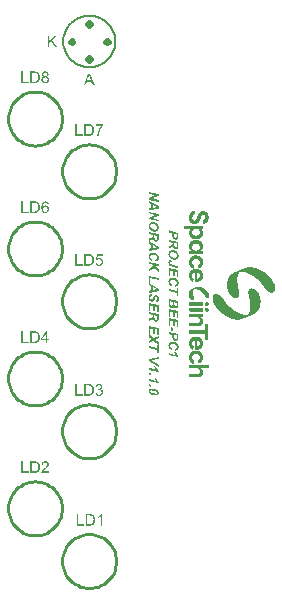
<source format=gbr>
G04*
G04 #@! TF.GenerationSoftware,Altium Limited,Altium Designer,24.1.2 (44)*
G04*
G04 Layer_Color=65535*
%FSLAX44Y44*%
%MOMM*%
G71*
G04*
G04 #@! TF.SameCoordinates,1B47F422-010E-43AE-BF46-818BA779A623*
G04*
G04*
G04 #@! TF.FilePolarity,Positive*
G04*
G01*
G75*
%ADD10C,0.2540*%
%ADD11C,0.4000*%
%ADD12C,0.1500*%
G36*
X235370Y336120D02*
X235522D01*
Y335512D01*
X235675D01*
Y334904D01*
X235827D01*
Y334295D01*
X235979D01*
Y333839D01*
X235827D01*
Y333687D01*
X235370D01*
Y333535D01*
X235066D01*
Y333383D01*
X234914D01*
Y333231D01*
X234762D01*
Y333079D01*
X234458D01*
Y332774D01*
X234306D01*
Y332622D01*
X234154D01*
Y332470D01*
X234002D01*
Y332166D01*
X233849D01*
Y331558D01*
X233697D01*
Y329733D01*
X233849D01*
Y329124D01*
X234002D01*
Y328820D01*
X234154D01*
Y328668D01*
X234306D01*
Y328516D01*
X234458D01*
Y328364D01*
X234610D01*
Y328212D01*
X235218D01*
Y328060D01*
X235522D01*
Y328212D01*
X235979D01*
Y328364D01*
X236283D01*
Y328516D01*
X236435D01*
Y328668D01*
X236587D01*
Y328820D01*
X236739D01*
Y328972D01*
X236891D01*
Y329124D01*
X237043D01*
Y329428D01*
X237195D01*
Y329733D01*
X237348D01*
Y330037D01*
X237500D01*
Y330493D01*
X237652D01*
Y330949D01*
X237804D01*
Y331254D01*
X237956D01*
Y331710D01*
X238108D01*
Y332166D01*
X238260D01*
Y332622D01*
X238412D01*
Y332926D01*
X238564D01*
Y333231D01*
X238716D01*
Y333535D01*
X238869D01*
Y333839D01*
X239021D01*
Y334143D01*
X239173D01*
Y334295D01*
X239325D01*
Y334447D01*
X239477D01*
Y334752D01*
X239629D01*
Y334904D01*
X239781D01*
Y335056D01*
X239933D01*
Y335208D01*
X240085D01*
Y335360D01*
X240389D01*
Y335512D01*
X240542D01*
Y335664D01*
X240846D01*
Y335816D01*
X241150D01*
Y335968D01*
X241454D01*
Y336120D01*
X242215D01*
Y336273D01*
X243431D01*
Y336120D01*
X244192D01*
Y335968D01*
X244496D01*
Y335816D01*
X244800D01*
Y335664D01*
X245104D01*
Y335512D01*
X245257D01*
Y335360D01*
X245561D01*
Y335208D01*
X245713D01*
Y335056D01*
X245865D01*
Y334904D01*
X246017D01*
Y334752D01*
X246169D01*
Y334447D01*
X246321D01*
Y334295D01*
X246473D01*
Y333991D01*
X246625D01*
Y333839D01*
X246777D01*
Y333535D01*
X246929D01*
Y333079D01*
X247082D01*
Y332622D01*
X247234D01*
Y331862D01*
X247386D01*
Y329885D01*
X247234D01*
Y328972D01*
X247082D01*
Y328516D01*
X246929D01*
Y328212D01*
X246777D01*
Y327907D01*
X246625D01*
Y327603D01*
X246473D01*
Y327299D01*
X246321D01*
Y327147D01*
X246169D01*
Y326995D01*
X246017D01*
Y326843D01*
X245865D01*
Y326691D01*
X245713D01*
Y326539D01*
X245561D01*
Y326386D01*
X245409D01*
Y326234D01*
X245257D01*
Y326082D01*
X244952D01*
Y325930D01*
X244648D01*
Y325778D01*
X244496D01*
Y325626D01*
X244040D01*
Y325474D01*
X243736D01*
Y325322D01*
X243127D01*
Y325626D01*
X242975D01*
Y326234D01*
X242823D01*
Y326691D01*
X242671D01*
Y327299D01*
X242519D01*
Y327907D01*
X242367D01*
Y328212D01*
X242519D01*
Y328364D01*
X242823D01*
Y328516D01*
X243127D01*
Y328668D01*
X243431D01*
Y328820D01*
X243584D01*
Y328972D01*
X243736D01*
Y329124D01*
X243888D01*
Y329276D01*
X244040D01*
Y329428D01*
X244192D01*
Y329885D01*
X244344D01*
Y330645D01*
X244496D01*
Y331101D01*
X244344D01*
Y332014D01*
X244192D01*
Y332318D01*
X244040D01*
Y332622D01*
X243888D01*
Y332774D01*
X243736D01*
Y332926D01*
X243431D01*
Y333079D01*
X242367D01*
Y332926D01*
X242062D01*
Y332774D01*
X241910D01*
Y332622D01*
X241758D01*
Y332470D01*
X241606D01*
Y332318D01*
X241454D01*
Y332014D01*
X241302D01*
Y331710D01*
X241150D01*
Y331406D01*
X240998D01*
Y330949D01*
X240846D01*
Y330645D01*
X240694D01*
Y330189D01*
X240542D01*
Y329733D01*
X240389D01*
Y329580D01*
Y329276D01*
X240237D01*
Y328820D01*
X240085D01*
Y328364D01*
X239933D01*
Y328060D01*
X239781D01*
Y327755D01*
X239629D01*
Y327451D01*
X239477D01*
Y327147D01*
X239325D01*
Y326995D01*
X239173D01*
Y326691D01*
X239021D01*
Y326539D01*
X238869D01*
Y326386D01*
X238716D01*
Y326234D01*
X238564D01*
Y326082D01*
X238412D01*
Y325930D01*
X238260D01*
Y325778D01*
X237956D01*
Y325626D01*
X237804D01*
Y325474D01*
X237500D01*
Y325322D01*
X237043D01*
Y325170D01*
X236435D01*
Y325018D01*
X234458D01*
Y325170D01*
X233849D01*
Y325322D01*
X233545D01*
Y325474D01*
X233241D01*
Y325626D01*
X232937D01*
Y325778D01*
X232785D01*
Y325930D01*
X232633D01*
Y326082D01*
X232481D01*
Y326234D01*
X232328D01*
Y326386D01*
X232176D01*
Y326539D01*
X232024D01*
Y326691D01*
X231872D01*
Y326843D01*
X231720D01*
Y327147D01*
X231568D01*
Y327451D01*
X231416D01*
Y327755D01*
X231264D01*
Y328060D01*
X231112D01*
Y328516D01*
X230960D01*
Y329124D01*
X230807D01*
Y332166D01*
X230960D01*
Y332926D01*
X231112D01*
Y333231D01*
X231264D01*
Y333687D01*
X231416D01*
Y333991D01*
X231568D01*
Y334143D01*
X231720D01*
Y334447D01*
X231872D01*
Y334599D01*
X232024D01*
Y334752D01*
X232176D01*
Y335056D01*
X232328D01*
Y335208D01*
X232481D01*
Y335360D01*
X232785D01*
Y335512D01*
X232937D01*
Y335664D01*
X233089D01*
Y335816D01*
X233393D01*
Y335968D01*
X233545D01*
Y336120D01*
X233849D01*
Y336273D01*
X234154D01*
Y336425D01*
X234610D01*
Y336577D01*
X235370D01*
Y336120D01*
D02*
G37*
G36*
X242367Y321367D02*
X241606D01*
Y321215D01*
X240998D01*
Y321063D01*
X241302D01*
Y320911D01*
X241454D01*
Y320607D01*
X241606D01*
Y320455D01*
X241758D01*
Y320303D01*
X241910D01*
Y319998D01*
X242062D01*
Y319694D01*
X242215D01*
Y319390D01*
X242367D01*
Y318934D01*
X242519D01*
Y316196D01*
X242367D01*
Y315740D01*
X242215D01*
Y315284D01*
X242062D01*
Y314979D01*
X241910D01*
Y314827D01*
X241758D01*
Y314523D01*
X241606D01*
Y314371D01*
X241454D01*
Y314219D01*
X241302D01*
Y314067D01*
X241150D01*
Y313915D01*
X240998D01*
Y313763D01*
X240846D01*
Y313610D01*
X240694D01*
Y313458D01*
X240542D01*
Y313306D01*
X240237D01*
Y313154D01*
X239933D01*
Y313002D01*
X239781D01*
Y312850D01*
X239325D01*
Y312698D01*
X238869D01*
Y312546D01*
X238260D01*
Y312394D01*
X235066D01*
Y312546D01*
X234458D01*
Y312698D01*
X234002D01*
Y312850D01*
X233697D01*
Y313002D01*
X233393D01*
Y313154D01*
X233089D01*
Y313306D01*
X232937D01*
Y313458D01*
X232785D01*
Y313610D01*
X232481D01*
Y313763D01*
X232328D01*
Y313915D01*
X232176D01*
Y314067D01*
X232024D01*
Y314219D01*
X231872D01*
Y314523D01*
X231720D01*
Y314675D01*
X231568D01*
Y314979D01*
X231416D01*
Y315284D01*
X231264D01*
Y315588D01*
X231112D01*
Y316044D01*
X230960D01*
Y316805D01*
X230807D01*
Y318477D01*
X230960D01*
Y319086D01*
X231112D01*
Y319542D01*
X231264D01*
Y319846D01*
X231416D01*
Y320151D01*
X231568D01*
Y320303D01*
X231720D01*
Y320607D01*
X231872D01*
Y320759D01*
X232024D01*
Y320911D01*
X232176D01*
Y321063D01*
X226549D01*
Y321215D01*
X226397D01*
Y321367D01*
X226245D01*
Y323801D01*
X226397D01*
Y323953D01*
X242367D01*
Y321367D01*
D02*
G37*
G36*
X238260Y311481D02*
X238869D01*
Y311329D01*
X239325D01*
Y311177D01*
X239629D01*
Y311025D01*
X239933D01*
Y310873D01*
X240237D01*
Y310721D01*
X240542D01*
Y310569D01*
X240694D01*
Y310417D01*
X240846D01*
Y310264D01*
X240998D01*
Y310112D01*
X241150D01*
Y309960D01*
X241302D01*
Y309808D01*
X241454D01*
Y309656D01*
X241606D01*
Y309504D01*
X241758D01*
Y309200D01*
X241910D01*
Y309048D01*
X242062D01*
Y308743D01*
X242215D01*
Y308287D01*
X242367D01*
Y307831D01*
X242519D01*
Y305093D01*
X242367D01*
Y304637D01*
X242215D01*
Y304333D01*
X242062D01*
Y304029D01*
X241910D01*
Y303724D01*
X241758D01*
Y303572D01*
X241606D01*
Y303268D01*
X241454D01*
Y303116D01*
X241302D01*
Y302964D01*
X240998D01*
Y302812D01*
X241454D01*
Y302660D01*
X242367D01*
Y300074D01*
X231112D01*
Y302660D01*
X231872D01*
Y302812D01*
X232328D01*
Y302964D01*
X232176D01*
Y303116D01*
X232024D01*
Y303268D01*
X231872D01*
Y303420D01*
X231720D01*
Y303724D01*
X231568D01*
Y303876D01*
X231416D01*
Y304181D01*
X231264D01*
Y304485D01*
X231112D01*
Y304941D01*
X230960D01*
Y305550D01*
X230807D01*
Y307223D01*
X230960D01*
Y307983D01*
X231112D01*
Y308439D01*
X231264D01*
Y308743D01*
X231416D01*
Y309048D01*
X231568D01*
Y309352D01*
X231720D01*
Y309504D01*
X231872D01*
Y309808D01*
X232024D01*
Y309960D01*
X232176D01*
Y310112D01*
X232328D01*
Y310264D01*
X232481D01*
Y310417D01*
X232785D01*
Y310569D01*
X232937D01*
Y310721D01*
X233241D01*
Y310873D01*
X233393D01*
Y311025D01*
X233697D01*
Y311177D01*
X234154D01*
Y311329D01*
X234610D01*
Y311481D01*
X235218D01*
Y311633D01*
X238260D01*
Y311481D01*
D02*
G37*
G36*
X237956Y298553D02*
X238716D01*
Y298401D01*
X239173D01*
Y298249D01*
X239477D01*
Y298097D01*
X239781D01*
Y297945D01*
X240085D01*
Y297793D01*
X240237D01*
Y297641D01*
X240542D01*
Y297488D01*
X240694D01*
Y297336D01*
X240846D01*
Y297184D01*
X240998D01*
Y297032D01*
X241150D01*
Y296880D01*
X241302D01*
Y296728D01*
X241454D01*
Y296576D01*
X241606D01*
Y296272D01*
X241758D01*
Y295968D01*
X241910D01*
Y295816D01*
X242062D01*
Y295359D01*
X242215D01*
Y295055D01*
X242367D01*
Y294447D01*
X242519D01*
Y291405D01*
X242367D01*
Y290796D01*
X242215D01*
Y290340D01*
X242062D01*
Y290036D01*
X241910D01*
Y289732D01*
X241758D01*
Y289580D01*
X241606D01*
Y289275D01*
X241454D01*
Y289123D01*
X241302D01*
Y288971D01*
X241150D01*
Y288819D01*
X240998D01*
Y288667D01*
X240846D01*
Y288515D01*
X240542D01*
Y288363D01*
X240389D01*
Y288211D01*
X240085D01*
Y288059D01*
X239781D01*
Y287907D01*
X239477D01*
Y287754D01*
X239021D01*
Y287907D01*
X238869D01*
Y288363D01*
X238716D01*
Y288819D01*
X238564D01*
Y289428D01*
X238412D01*
Y290188D01*
X238564D01*
Y290340D01*
X238716D01*
Y290492D01*
X239021D01*
Y290644D01*
X239173D01*
Y290796D01*
X239325D01*
Y290949D01*
X239477D01*
Y291253D01*
X239629D01*
Y291557D01*
X239781D01*
Y292013D01*
X239933D01*
Y293534D01*
X239781D01*
Y293990D01*
X239629D01*
Y294294D01*
X239477D01*
Y294599D01*
X239325D01*
Y294751D01*
X239173D01*
Y294903D01*
X239021D01*
Y295055D01*
X238869D01*
Y295207D01*
X238564D01*
Y295359D01*
X238260D01*
Y295511D01*
X237804D01*
Y295663D01*
X236891D01*
Y295816D01*
X236587D01*
Y295663D01*
X235522D01*
Y295511D01*
X235218D01*
Y295359D01*
X234914D01*
Y295207D01*
X234610D01*
Y295055D01*
X234458D01*
Y294903D01*
X234306D01*
Y294751D01*
X234154D01*
Y294599D01*
X234002D01*
Y294447D01*
X233849D01*
Y294142D01*
X233697D01*
Y293838D01*
X233545D01*
Y291709D01*
X233697D01*
Y291405D01*
X233849D01*
Y291101D01*
X234002D01*
Y290949D01*
X234154D01*
Y290796D01*
X234306D01*
Y290644D01*
X234458D01*
Y290492D01*
X234762D01*
Y290340D01*
X234914D01*
Y290188D01*
X235066D01*
Y290036D01*
X235218D01*
Y289884D01*
X235066D01*
Y289275D01*
X234914D01*
Y288515D01*
X234762D01*
Y287907D01*
X234610D01*
Y287602D01*
X234002D01*
Y287754D01*
X233697D01*
Y287907D01*
X233393D01*
Y288059D01*
X233089D01*
Y288211D01*
X232937D01*
Y288363D01*
X232785D01*
Y288515D01*
X232481D01*
Y288667D01*
X232328D01*
Y288819D01*
X232176D01*
Y288971D01*
X232024D01*
Y289275D01*
X231872D01*
Y289428D01*
X231720D01*
Y289732D01*
X231568D01*
Y289884D01*
X231416D01*
Y290188D01*
X231264D01*
Y290644D01*
X231112D01*
Y291101D01*
X230960D01*
Y291861D01*
X230807D01*
Y293838D01*
X230960D01*
Y294599D01*
X231112D01*
Y295207D01*
X231264D01*
Y295511D01*
X231416D01*
Y295816D01*
X231568D01*
Y296120D01*
X231720D01*
Y296424D01*
X231872D01*
Y296576D01*
X232024D01*
Y296728D01*
X232176D01*
Y297032D01*
X232328D01*
Y297184D01*
X232481D01*
Y297336D01*
X232785D01*
Y297488D01*
X232937D01*
Y297641D01*
X233089D01*
Y297793D01*
X233393D01*
Y297945D01*
X233697D01*
Y298097D01*
X233849D01*
Y298249D01*
X234306D01*
Y298401D01*
X234762D01*
Y298553D01*
X235370D01*
Y298705D01*
X237956D01*
Y298553D01*
D02*
G37*
G36*
X237652Y286994D02*
X238564D01*
Y286842D01*
X239021D01*
Y286690D01*
X239477D01*
Y286538D01*
X239781D01*
Y286386D01*
X239933D01*
Y286234D01*
X240237D01*
Y286081D01*
X240389D01*
Y285929D01*
X240694D01*
Y285777D01*
X240846D01*
Y285625D01*
X240998D01*
Y285473D01*
X241150D01*
Y285321D01*
X241302D01*
Y285169D01*
X241454D01*
Y284865D01*
X241606D01*
Y284713D01*
X241758D01*
Y284408D01*
X241910D01*
Y284256D01*
X242062D01*
Y283800D01*
X242215D01*
Y283496D01*
X242367D01*
Y282887D01*
X242519D01*
Y279998D01*
X242367D01*
Y279389D01*
X242215D01*
Y279085D01*
X242062D01*
Y278781D01*
X241910D01*
Y278477D01*
X241758D01*
Y278325D01*
X241606D01*
Y278020D01*
X241454D01*
Y277868D01*
X241302D01*
Y277716D01*
X241150D01*
Y277564D01*
X240998D01*
Y277412D01*
X240846D01*
Y277260D01*
X240542D01*
Y277108D01*
X240389D01*
Y276956D01*
X240085D01*
Y276804D01*
X239781D01*
Y276652D01*
X239477D01*
Y276500D01*
X239021D01*
Y276347D01*
X238564D01*
Y276195D01*
X237804D01*
Y276043D01*
X235827D01*
Y284104D01*
X235675D01*
Y283952D01*
X235218D01*
Y283800D01*
X234762D01*
Y283648D01*
X234610D01*
Y283496D01*
X234306D01*
Y283344D01*
X234154D01*
Y283192D01*
X234002D01*
Y283040D01*
X233849D01*
Y282735D01*
X233697D01*
Y282431D01*
X233545D01*
Y281975D01*
X233393D01*
Y280758D01*
X233545D01*
Y280150D01*
X233697D01*
Y279846D01*
X233849D01*
Y279541D01*
X234002D01*
Y279389D01*
X234154D01*
Y279237D01*
X234306D01*
Y279085D01*
X234610D01*
Y278933D01*
X234762D01*
Y278172D01*
X234610D01*
Y277716D01*
X234458D01*
Y277260D01*
X234306D01*
Y276804D01*
X234154D01*
Y276500D01*
X234002D01*
Y276347D01*
X233697D01*
Y276500D01*
X233393D01*
Y276652D01*
X233089D01*
Y276804D01*
X232937D01*
Y276956D01*
X232785D01*
Y277108D01*
X232481D01*
Y277260D01*
X232328D01*
Y277412D01*
X232176D01*
Y277716D01*
X232024D01*
Y277868D01*
X231872D01*
Y278020D01*
X231720D01*
Y278325D01*
X231568D01*
Y278477D01*
X231416D01*
Y278781D01*
X231264D01*
Y279237D01*
X231112D01*
Y279694D01*
X230960D01*
Y280454D01*
X230807D01*
Y282279D01*
X230960D01*
Y283192D01*
X231112D01*
Y283648D01*
X231264D01*
Y283952D01*
X231416D01*
Y284256D01*
X231568D01*
Y284561D01*
X231720D01*
Y284865D01*
X231872D01*
Y285017D01*
X232024D01*
Y285169D01*
X232176D01*
Y285321D01*
X232328D01*
Y285473D01*
X232481D01*
Y285625D01*
X232633D01*
Y285777D01*
X232785D01*
Y285929D01*
X232937D01*
Y286081D01*
X233241D01*
Y286234D01*
X233393D01*
Y286386D01*
X233697D01*
Y286538D01*
X234002D01*
Y286690D01*
X234458D01*
Y286842D01*
X234914D01*
Y286994D01*
X235675D01*
Y287146D01*
X237652D01*
Y286994D01*
D02*
G37*
G36*
X284193Y288515D02*
X285257D01*
Y288363D01*
X286018D01*
Y288211D01*
X286626D01*
Y288059D01*
X287234D01*
Y287907D01*
X287691D01*
Y287754D01*
X288147D01*
Y287602D01*
X288603D01*
Y287450D01*
X288908D01*
Y287298D01*
X289364D01*
Y287146D01*
X289668D01*
Y286994D01*
X290124D01*
Y286842D01*
X290429D01*
Y286690D01*
X290733D01*
Y286538D01*
X291037D01*
Y286386D01*
X291341D01*
Y286234D01*
X291645D01*
Y286081D01*
X291797D01*
Y285929D01*
X292101D01*
Y285777D01*
X292406D01*
Y285625D01*
X292710D01*
Y285473D01*
X292862D01*
Y285321D01*
X293166D01*
Y285169D01*
X293318D01*
Y285017D01*
X293622D01*
Y284865D01*
X293775D01*
Y284713D01*
X294079D01*
Y284561D01*
X294231D01*
Y284408D01*
X294535D01*
Y284256D01*
X294687D01*
Y284104D01*
X294839D01*
Y283952D01*
X295143D01*
Y283800D01*
X295296D01*
Y283648D01*
X295448D01*
Y283496D01*
X295752D01*
Y283344D01*
X295904D01*
Y283192D01*
X296056D01*
Y283040D01*
X296208D01*
Y282887D01*
X296512D01*
Y282735D01*
X296664D01*
Y282583D01*
X296816D01*
Y282431D01*
X296968D01*
Y282279D01*
X297121D01*
Y282127D01*
X297273D01*
Y281975D01*
X297425D01*
Y281823D01*
X297577D01*
Y281671D01*
X297729D01*
Y281519D01*
X297881D01*
Y281367D01*
X298033D01*
Y281214D01*
X298185D01*
Y281062D01*
X298337D01*
Y280910D01*
X298489D01*
Y280758D01*
X298642D01*
Y280606D01*
X298794D01*
Y280454D01*
X298946D01*
Y280302D01*
X299098D01*
Y280150D01*
X299250D01*
Y279998D01*
X299402D01*
Y279694D01*
X299554D01*
Y279541D01*
X299706D01*
Y279389D01*
X299858D01*
Y279237D01*
X300010D01*
Y279085D01*
X300163D01*
Y278781D01*
X300315D01*
Y278629D01*
X300467D01*
Y278477D01*
X300619D01*
Y278172D01*
X300771D01*
Y278020D01*
X300923D01*
Y277868D01*
X301075D01*
Y277564D01*
X301227D01*
Y277412D01*
X301379D01*
Y277108D01*
X301531D01*
Y276956D01*
X301684D01*
Y276652D01*
X301836D01*
Y276500D01*
X301988D01*
Y276195D01*
X302140D01*
Y275891D01*
X302292D01*
Y275739D01*
X302444D01*
Y275435D01*
X302596D01*
Y275131D01*
X302748D01*
Y274827D01*
X302900D01*
Y274370D01*
X303052D01*
Y274066D01*
X303204D01*
Y273458D01*
X303356D01*
Y273001D01*
X303509D01*
Y272241D01*
X303661D01*
Y269655D01*
X303509D01*
Y269199D01*
X303356D01*
Y268743D01*
X303204D01*
Y268438D01*
X303052D01*
Y268286D01*
X302900D01*
Y267982D01*
X302748D01*
Y267830D01*
X302596D01*
Y267678D01*
X302444D01*
Y267526D01*
X302140D01*
Y267374D01*
X301836D01*
Y267222D01*
X301531D01*
Y267070D01*
X300771D01*
Y266918D01*
X300315D01*
Y267070D01*
X299554D01*
Y267222D01*
X299250D01*
Y267374D01*
X298794D01*
Y267526D01*
X298489D01*
Y267678D01*
X298337D01*
Y267830D01*
X298033D01*
Y267982D01*
X297881D01*
Y268134D01*
X297577D01*
Y268286D01*
X297425D01*
Y268438D01*
X297273D01*
Y268591D01*
X297121D01*
Y268743D01*
X296968D01*
Y268895D01*
X296816D01*
Y269047D01*
X296664D01*
Y269199D01*
X296512D01*
Y269351D01*
X296360D01*
Y269503D01*
X296208D01*
Y269655D01*
X296056D01*
Y269807D01*
X295904D01*
Y269960D01*
X295752D01*
Y270112D01*
X295600D01*
Y270264D01*
X295448D01*
Y270416D01*
X295296D01*
Y270720D01*
X295143D01*
Y270872D01*
X294991D01*
Y271024D01*
X294839D01*
Y271176D01*
X294687D01*
Y271480D01*
X294535D01*
Y271632D01*
X294383D01*
Y271937D01*
X294231D01*
Y272089D01*
X294079D01*
Y272241D01*
X293927D01*
Y272545D01*
X293775D01*
Y272697D01*
X293622D01*
Y273001D01*
X293470D01*
Y273153D01*
X293318D01*
Y273458D01*
X293166D01*
Y273610D01*
X293014D01*
Y273762D01*
X292862D01*
Y274066D01*
X292710D01*
Y274218D01*
X292558D01*
Y274370D01*
X292406D01*
Y274522D01*
X292254D01*
Y274827D01*
X292101D01*
Y274979D01*
X291949D01*
Y275131D01*
X291797D01*
Y275283D01*
X291645D01*
Y275435D01*
X291493D01*
Y275739D01*
X291341D01*
Y275891D01*
X291189D01*
Y276043D01*
X291037D01*
Y276195D01*
X290885D01*
Y276347D01*
X290733D01*
Y276500D01*
X290581D01*
Y276652D01*
X290429D01*
Y276804D01*
X290276D01*
Y276956D01*
X290124D01*
Y277108D01*
X289972D01*
Y277260D01*
X289820D01*
Y277412D01*
X289668D01*
Y277564D01*
X289516D01*
Y277716D01*
X289364D01*
Y277868D01*
X289212D01*
Y278020D01*
X289060D01*
Y278172D01*
X288908D01*
Y278325D01*
X288755D01*
Y278477D01*
X288603D01*
Y278629D01*
X288299D01*
Y278781D01*
X288147D01*
Y278933D01*
X287995D01*
Y279085D01*
X287843D01*
Y279237D01*
X287691D01*
Y279389D01*
X287387D01*
Y279541D01*
X287234D01*
Y279694D01*
X287082D01*
Y279846D01*
X286930D01*
Y279998D01*
X286626D01*
Y280150D01*
X286474D01*
Y280302D01*
X286322D01*
Y280454D01*
X286018D01*
Y280606D01*
X285866D01*
Y280758D01*
X285562D01*
Y280910D01*
X285409D01*
Y281062D01*
X285105D01*
Y281214D01*
X284953D01*
Y281367D01*
X284649D01*
Y281519D01*
X284497D01*
Y281671D01*
X284193D01*
Y281823D01*
X283888D01*
Y281975D01*
X283736D01*
Y282127D01*
X283432D01*
Y282279D01*
X283128D01*
Y282431D01*
X282824D01*
Y282583D01*
X282520D01*
Y282735D01*
X282215D01*
Y282887D01*
X281911D01*
Y283040D01*
X281607D01*
Y283192D01*
X281303D01*
Y283344D01*
X280999D01*
Y283496D01*
X280542D01*
Y283648D01*
X280238D01*
Y283800D01*
X279782D01*
Y283952D01*
X279326D01*
Y284104D01*
X278869D01*
Y284256D01*
X278413D01*
Y284408D01*
X277805D01*
Y284561D01*
X277196D01*
Y284713D01*
X276436D01*
Y284865D01*
X275219D01*
Y285017D01*
X273850D01*
Y284713D01*
X273698D01*
Y284561D01*
X273546D01*
Y284408D01*
X273394D01*
Y284104D01*
X273242D01*
Y283952D01*
X273090D01*
Y283648D01*
X272938D01*
Y283344D01*
X272786D01*
Y283040D01*
X272633D01*
Y282735D01*
X272481D01*
Y282431D01*
X272329D01*
Y281975D01*
X272177D01*
Y281367D01*
X272025D01*
Y280910D01*
X271873D01*
Y279998D01*
X271721D01*
Y278477D01*
X271569D01*
Y277108D01*
X271721D01*
Y275283D01*
X271873D01*
Y274218D01*
X272025D01*
Y273305D01*
X272177D01*
Y272545D01*
X272329D01*
Y271785D01*
X272481D01*
Y271176D01*
X272633D01*
Y270568D01*
X272786D01*
Y269807D01*
X272938D01*
Y269047D01*
X273090D01*
Y268286D01*
X273242D01*
Y267374D01*
X273394D01*
Y264180D01*
X273242D01*
Y263724D01*
X273090D01*
Y263419D01*
X272938D01*
Y263267D01*
X272786D01*
Y263115D01*
X272633D01*
Y262963D01*
X272481D01*
Y262811D01*
X272329D01*
Y262659D01*
X272025D01*
Y262507D01*
X271417D01*
Y262355D01*
X270200D01*
Y262507D01*
X269440D01*
Y262659D01*
X268983D01*
Y262811D01*
X268679D01*
Y262963D01*
X268375D01*
Y263115D01*
X268071D01*
Y263267D01*
X267766D01*
Y263419D01*
X267614D01*
Y263571D01*
X267310D01*
Y263724D01*
X267158D01*
Y263876D01*
X267006D01*
Y264028D01*
X266854D01*
Y264180D01*
X266702D01*
Y264332D01*
X266550D01*
Y264484D01*
X266398D01*
Y264636D01*
X266245D01*
Y264788D01*
X266093D01*
Y264940D01*
X265941D01*
Y265092D01*
X265789D01*
Y265245D01*
X265637D01*
Y265549D01*
X265485D01*
Y265701D01*
X265333D01*
Y266005D01*
X265181D01*
Y266157D01*
X265029D01*
Y266461D01*
X264877D01*
Y266765D01*
X264725D01*
Y267070D01*
X264573D01*
Y267374D01*
X264420D01*
Y267678D01*
X264268D01*
Y267982D01*
X264116D01*
Y268438D01*
X263964D01*
Y268743D01*
X263812D01*
Y269351D01*
X263660D01*
Y269807D01*
X263508D01*
Y270568D01*
X263356D01*
Y271480D01*
X263204D01*
Y276043D01*
X263356D01*
Y276956D01*
X263508D01*
Y277564D01*
X263660D01*
Y278172D01*
X263812D01*
Y278629D01*
X263964D01*
Y278933D01*
X264116D01*
Y279237D01*
X264268D01*
Y279541D01*
X264420D01*
Y279846D01*
X264573D01*
Y280150D01*
X264725D01*
Y280454D01*
X264877D01*
Y280606D01*
X265029D01*
Y280910D01*
X265181D01*
Y281062D01*
X265333D01*
Y281214D01*
X265485D01*
Y281519D01*
X265637D01*
Y281671D01*
X265789D01*
Y281823D01*
X265941D01*
Y281975D01*
X266093D01*
Y282127D01*
X266245D01*
Y282279D01*
X266398D01*
Y282431D01*
X266550D01*
Y282583D01*
X266854D01*
Y282735D01*
X267006D01*
Y282887D01*
X267158D01*
Y283040D01*
X267462D01*
Y283192D01*
X267614D01*
Y283344D01*
X267918D01*
Y283496D01*
X268071D01*
Y283648D01*
X268375D01*
Y283800D01*
X268679D01*
Y283952D01*
X268983D01*
Y284104D01*
X269135D01*
Y284256D01*
X269440D01*
Y284408D01*
X269744D01*
Y284561D01*
X270048D01*
Y284713D01*
X270352D01*
Y284865D01*
X270656D01*
Y285017D01*
X271112D01*
Y285169D01*
X271417D01*
Y285321D01*
X271721D01*
Y285473D01*
X272025D01*
Y285625D01*
X272329D01*
Y285777D01*
X272786D01*
Y285929D01*
X273090D01*
Y286081D01*
X273394D01*
Y286234D01*
X273850D01*
Y286386D01*
X274154D01*
Y286538D01*
X274611D01*
Y286690D01*
X274915D01*
Y286842D01*
X275371D01*
Y286994D01*
X275675D01*
Y287146D01*
X276132D01*
Y287298D01*
X276588D01*
Y287450D01*
X277044D01*
Y287602D01*
X277348D01*
Y287754D01*
X277805D01*
Y287907D01*
X278109D01*
Y288059D01*
X278717D01*
Y288211D01*
X279174D01*
Y288363D01*
X279782D01*
Y288515D01*
X280695D01*
Y288667D01*
X284193D01*
Y288515D01*
D02*
G37*
G36*
X239325Y272089D02*
X240237D01*
Y271937D01*
X240846D01*
Y271785D01*
X241302D01*
Y271632D01*
X241758D01*
Y271480D01*
X242062D01*
Y271328D01*
X242367D01*
Y271176D01*
X242671D01*
Y271024D01*
X242975D01*
Y270872D01*
X243279D01*
Y270720D01*
X243431D01*
Y270568D01*
X243736D01*
Y270416D01*
X243888D01*
Y270264D01*
X244192D01*
Y270112D01*
X244344D01*
Y269960D01*
X244496D01*
Y269807D01*
X244648D01*
Y269655D01*
X244800D01*
Y269503D01*
X245104D01*
Y269351D01*
X245257D01*
Y269199D01*
X245409D01*
Y269047D01*
X245561D01*
Y268895D01*
X245713D01*
Y268743D01*
X245865D01*
Y268591D01*
X246017D01*
Y268286D01*
X246169D01*
Y268134D01*
X246321D01*
Y267982D01*
X246473D01*
Y267830D01*
X246625D01*
Y267678D01*
X246777D01*
Y267374D01*
X246929D01*
Y267222D01*
X247082D01*
Y266918D01*
X247234D01*
Y266765D01*
X247386D01*
Y266461D01*
X247538D01*
Y266157D01*
X247690D01*
Y265701D01*
X247842D01*
Y265092D01*
X247994D01*
Y263876D01*
X247842D01*
Y263419D01*
X247690D01*
Y263267D01*
X247538D01*
Y263115D01*
X247386D01*
Y262963D01*
X247234D01*
Y262811D01*
X245865D01*
Y262963D01*
X245561D01*
Y263115D01*
X245409D01*
Y263267D01*
X245257D01*
Y263419D01*
X244952D01*
Y263571D01*
X244800D01*
Y263724D01*
X244648D01*
Y263876D01*
X244496D01*
Y264180D01*
X244344D01*
Y264332D01*
X244192D01*
Y264484D01*
X244040D01*
Y264636D01*
X243888D01*
Y264940D01*
X243736D01*
Y265092D01*
X243584D01*
Y265397D01*
X243431D01*
Y265549D01*
X243279D01*
Y265701D01*
X243127D01*
Y266005D01*
X242975D01*
Y266157D01*
X242823D01*
Y266309D01*
X242671D01*
Y266461D01*
X242519D01*
Y266613D01*
X242367D01*
Y266765D01*
X242215D01*
Y267070D01*
X242062D01*
Y267222D01*
X241910D01*
Y267374D01*
X241606D01*
Y267526D01*
X241454D01*
Y267678D01*
X241302D01*
Y267830D01*
X241150D01*
Y267982D01*
X240998D01*
Y268134D01*
X240846D01*
Y268286D01*
X240694D01*
Y268438D01*
X240389D01*
Y268591D01*
X240237D01*
Y268743D01*
X239933D01*
Y268895D01*
X239781D01*
Y269047D01*
X239477D01*
Y269199D01*
X239173D01*
Y269351D01*
X239021D01*
Y269503D01*
X238716D01*
Y269655D01*
X238412D01*
Y269807D01*
X237956D01*
Y269960D01*
X237652D01*
Y270112D01*
X237195D01*
Y270264D01*
X236587D01*
Y270416D01*
X235675D01*
Y270568D01*
X235066D01*
Y270416D01*
X234914D01*
Y270112D01*
X234762D01*
Y269960D01*
X234610D01*
Y269655D01*
X234458D01*
Y269199D01*
X234306D01*
Y268591D01*
X234154D01*
Y266005D01*
X234306D01*
Y265092D01*
X234458D01*
Y264484D01*
X234610D01*
Y263724D01*
X234762D01*
Y262963D01*
X234914D01*
Y261594D01*
X234762D01*
Y261138D01*
X234610D01*
Y260986D01*
X234306D01*
Y260834D01*
X234002D01*
Y260682D01*
X233545D01*
Y260834D01*
X232937D01*
Y260986D01*
X232633D01*
Y261138D01*
X232328D01*
Y261290D01*
X232176D01*
Y261442D01*
X232024D01*
Y261594D01*
X231872D01*
Y261746D01*
X231720D01*
Y261898D01*
X231568D01*
Y262051D01*
X231416D01*
Y262203D01*
X231264D01*
Y262507D01*
X231112D01*
Y262811D01*
X230960D01*
Y263115D01*
X230807D01*
Y263419D01*
X230655D01*
Y264028D01*
X230503D01*
Y264788D01*
X230351D01*
Y266613D01*
X230503D01*
Y267374D01*
X230655D01*
Y267830D01*
X230807D01*
Y268286D01*
X230960D01*
Y268438D01*
X231112D01*
Y268743D01*
X231264D01*
Y268895D01*
X231416D01*
Y269199D01*
X231568D01*
Y269351D01*
X231720D01*
Y269503D01*
X232024D01*
Y269655D01*
X232176D01*
Y269807D01*
X232328D01*
Y269960D01*
X232633D01*
Y270112D01*
X232937D01*
Y270264D01*
X233241D01*
Y270416D01*
X233545D01*
Y270568D01*
X233849D01*
Y270720D01*
X234154D01*
Y270872D01*
X234458D01*
Y271024D01*
X234914D01*
Y271176D01*
X235218D01*
Y271328D01*
X235675D01*
Y271480D01*
X235979D01*
Y271632D01*
X236435D01*
Y271785D01*
X236891D01*
Y271937D01*
X237348D01*
Y272089D01*
X238260D01*
Y272241D01*
X239325D01*
Y272089D01*
D02*
G37*
G36*
X242215Y258704D02*
X242367D01*
Y255967D01*
X231112D01*
Y258857D01*
X242215D01*
Y258704D01*
D02*
G37*
G36*
X246625Y258857D02*
X246929D01*
Y258704D01*
X247082D01*
Y258552D01*
X247234D01*
Y258248D01*
X247386D01*
Y257792D01*
X247538D01*
Y257031D01*
X247386D01*
Y256575D01*
X247234D01*
Y256271D01*
X247082D01*
Y256119D01*
X246929D01*
Y255967D01*
X246625D01*
Y255815D01*
X246321D01*
Y255663D01*
X245561D01*
Y255815D01*
X245104D01*
Y255967D01*
X244952D01*
Y256119D01*
X244648D01*
Y256423D01*
X244496D01*
Y256727D01*
X244344D01*
Y258096D01*
X244496D01*
Y258400D01*
X244648D01*
Y258552D01*
X244800D01*
Y258704D01*
X244952D01*
Y258857D01*
X245104D01*
Y259009D01*
X246625D01*
Y258857D01*
D02*
G37*
G36*
X242367Y251252D02*
X242215D01*
Y251100D01*
X231264D01*
Y251252D01*
X231112D01*
Y253990D01*
X242367D01*
Y251252D01*
D02*
G37*
G36*
X246473Y254142D02*
X246777D01*
Y253990D01*
X246929D01*
Y253838D01*
X247082D01*
Y253685D01*
X247234D01*
Y253533D01*
X247386D01*
Y253077D01*
X247538D01*
Y252164D01*
X247386D01*
Y251708D01*
X247234D01*
Y251556D01*
X247082D01*
Y251404D01*
X246929D01*
Y251252D01*
X246777D01*
Y251100D01*
X246473D01*
Y250948D01*
X245257D01*
Y251100D01*
X244952D01*
Y251252D01*
X244800D01*
Y251404D01*
X244648D01*
Y251556D01*
X244496D01*
Y251708D01*
Y251860D01*
X244344D01*
Y253381D01*
X244496D01*
Y253533D01*
X244648D01*
Y253838D01*
X244800D01*
Y253990D01*
X245104D01*
Y254142D01*
X245257D01*
Y254294D01*
X246473D01*
Y254142D01*
D02*
G37*
G36*
X284345Y270568D02*
X284953D01*
Y270416D01*
X285409D01*
Y270264D01*
X285714D01*
Y270112D01*
X286018D01*
Y269960D01*
X286322D01*
Y269807D01*
X286626D01*
Y269655D01*
X286930D01*
Y269503D01*
X287082D01*
Y269351D01*
X287234D01*
Y269199D01*
X287387D01*
Y269047D01*
X287691D01*
Y268895D01*
X287843D01*
Y268743D01*
X287995D01*
Y268591D01*
X288147D01*
Y268438D01*
X288299D01*
Y268134D01*
X288451D01*
Y267982D01*
X288603D01*
Y267830D01*
X288755D01*
Y267678D01*
X288908D01*
Y267374D01*
X289060D01*
Y267222D01*
X289212D01*
Y266918D01*
X289364D01*
Y266765D01*
X289516D01*
Y266461D01*
X289668D01*
Y266157D01*
X289820D01*
Y265853D01*
X289972D01*
Y265549D01*
X290124D01*
Y265245D01*
X290276D01*
Y264788D01*
X290429D01*
Y264332D01*
X290581D01*
Y263876D01*
X290733D01*
Y263419D01*
X290885D01*
Y262811D01*
X291037D01*
Y262051D01*
X291189D01*
Y260682D01*
X291341D01*
Y258096D01*
X291189D01*
Y256575D01*
X291037D01*
Y255815D01*
X290885D01*
Y255206D01*
X290733D01*
Y254750D01*
X290581D01*
Y254294D01*
X290429D01*
Y253990D01*
X290276D01*
Y253685D01*
X290124D01*
Y253381D01*
X289972D01*
Y253077D01*
X289820D01*
Y252773D01*
X289668D01*
Y252469D01*
X289516D01*
Y252316D01*
X289364D01*
Y252164D01*
X289212D01*
Y251860D01*
X289060D01*
Y251708D01*
X288908D01*
Y251556D01*
X288755D01*
Y251404D01*
X288603D01*
Y251252D01*
X288451D01*
Y251100D01*
X288299D01*
Y250948D01*
X288147D01*
Y250796D01*
X287995D01*
Y250644D01*
X287843D01*
Y250491D01*
X287691D01*
Y250339D01*
X287539D01*
Y250187D01*
X287234D01*
Y250035D01*
X287082D01*
Y249883D01*
X286930D01*
Y249731D01*
X286626D01*
Y249579D01*
X286474D01*
Y249427D01*
X286170D01*
Y249275D01*
X285866D01*
Y249123D01*
X285562D01*
Y248970D01*
X285257D01*
Y248818D01*
X284953D01*
Y248666D01*
X284649D01*
Y248514D01*
X284345D01*
Y248362D01*
X284041D01*
Y248210D01*
X283736D01*
Y248058D01*
X283432D01*
Y247906D01*
X283128D01*
Y247754D01*
X282824D01*
Y247602D01*
X282367D01*
Y247449D01*
X282063D01*
Y247297D01*
X281759D01*
Y247145D01*
X281455D01*
Y246993D01*
X280999D01*
Y246841D01*
X280695D01*
Y246689D01*
X280238D01*
Y246537D01*
X279934D01*
Y246385D01*
X279478D01*
Y246233D01*
X279174D01*
Y246081D01*
X278717D01*
Y245929D01*
X278413D01*
Y245777D01*
X277957D01*
Y245624D01*
X277500D01*
Y245472D01*
X277044D01*
Y245320D01*
X276740D01*
Y245168D01*
X276132D01*
Y245016D01*
X275827D01*
Y244864D01*
X275219D01*
Y244712D01*
X274763D01*
Y244560D01*
X274002D01*
Y244408D01*
X269896D01*
Y244560D01*
X269135D01*
Y244712D01*
X268375D01*
Y244864D01*
X267766D01*
Y245016D01*
X267158D01*
Y245168D01*
X266702D01*
Y245320D01*
X266245D01*
Y245472D01*
X265789D01*
Y245624D01*
X265485D01*
Y245777D01*
X265029D01*
Y245929D01*
X264725D01*
Y246081D01*
X264420D01*
Y246233D01*
X263964D01*
Y246385D01*
X263660D01*
Y246537D01*
X263356D01*
Y246689D01*
X263051D01*
Y246841D01*
X262747D01*
Y246993D01*
X262595D01*
Y247145D01*
X262291D01*
Y247297D01*
X261987D01*
Y247449D01*
X261835D01*
Y247602D01*
X261531D01*
Y247754D01*
X261226D01*
Y247906D01*
X261074D01*
Y248058D01*
X260770D01*
Y248210D01*
X260618D01*
Y248362D01*
X260314D01*
Y248514D01*
X260162D01*
Y248666D01*
X259858D01*
Y248818D01*
X259705D01*
Y248970D01*
X259553D01*
Y249123D01*
X259249D01*
Y249275D01*
X259097D01*
Y249427D01*
X258945D01*
Y249579D01*
X258793D01*
Y249731D01*
X258489D01*
Y249883D01*
X258337D01*
Y250035D01*
X258185D01*
Y250187D01*
X258032D01*
Y250339D01*
X257880D01*
Y250491D01*
X257728D01*
Y250644D01*
X257424D01*
Y250796D01*
X257272D01*
Y250948D01*
X257120D01*
Y251100D01*
X256968D01*
Y251252D01*
X256816D01*
Y251404D01*
X256664D01*
Y251556D01*
X256511D01*
Y251708D01*
X256359D01*
Y251860D01*
X256207D01*
Y252012D01*
X256055D01*
Y252164D01*
X255903D01*
Y252316D01*
X255751D01*
Y252469D01*
X255599D01*
Y252621D01*
X255447D01*
Y252925D01*
X255295D01*
Y253077D01*
X255143D01*
Y253229D01*
X254991D01*
Y253381D01*
X254838D01*
Y253533D01*
X254686D01*
Y253685D01*
X254534D01*
Y253838D01*
X254382D01*
Y254142D01*
X254230D01*
Y254294D01*
X254078D01*
Y254446D01*
X253926D01*
Y254750D01*
X253774D01*
Y254902D01*
X253622D01*
Y255054D01*
X253470D01*
Y255358D01*
X253318D01*
Y255511D01*
X253165D01*
Y255815D01*
X253013D01*
Y255967D01*
X252861D01*
Y256271D01*
X252709D01*
Y256423D01*
X252557D01*
Y256727D01*
X252405D01*
Y256879D01*
X252253D01*
Y257183D01*
X252101D01*
Y257488D01*
X251949D01*
Y257792D01*
X251797D01*
Y258096D01*
X251644D01*
Y258400D01*
X251492D01*
Y258857D01*
X251340D01*
Y259161D01*
X251188D01*
Y259769D01*
X251036D01*
Y260378D01*
X250884D01*
Y263267D01*
Y263419D01*
Y263724D01*
X251036D01*
Y264180D01*
X251188D01*
Y264484D01*
X251340D01*
Y264788D01*
X251492D01*
Y264940D01*
X251644D01*
Y265092D01*
X251797D01*
Y265245D01*
X251949D01*
Y265397D01*
X252101D01*
Y265549D01*
X252253D01*
Y265701D01*
X252557D01*
Y265853D01*
X253013D01*
Y266005D01*
X254838D01*
Y265853D01*
X255295D01*
Y265701D01*
X255599D01*
Y265549D01*
X255903D01*
Y265397D01*
X256207D01*
Y265245D01*
X256359D01*
Y265092D01*
X256664D01*
Y264940D01*
X256816D01*
Y264788D01*
X256968D01*
Y264636D01*
X257120D01*
Y264484D01*
X257424D01*
Y264332D01*
X257576D01*
Y264180D01*
X257728D01*
Y264028D01*
X257880D01*
Y263876D01*
X258032D01*
Y263724D01*
X258185D01*
Y263571D01*
X258337D01*
Y263419D01*
X258489D01*
Y263115D01*
X258641D01*
Y262963D01*
X258793D01*
Y262811D01*
X258945D01*
Y262659D01*
X259097D01*
Y262507D01*
X259249D01*
Y262203D01*
X259401D01*
Y262051D01*
X259553D01*
Y261898D01*
X259705D01*
Y261746D01*
X259858D01*
Y261442D01*
X260010D01*
Y261290D01*
X260162D01*
Y261138D01*
X260314D01*
Y260834D01*
X260466D01*
Y260682D01*
X260618D01*
Y260378D01*
X260770D01*
Y260225D01*
X260922D01*
Y259921D01*
X261074D01*
Y259769D01*
X261226D01*
Y259617D01*
X261378D01*
Y259313D01*
X261531D01*
Y259161D01*
X261683D01*
Y259009D01*
X261835D01*
Y258704D01*
X261987D01*
Y258552D01*
X262139D01*
Y258400D01*
X262291D01*
Y258096D01*
X262443D01*
Y257944D01*
X262595D01*
Y257792D01*
X262747D01*
Y257640D01*
X262899D01*
Y257488D01*
X263051D01*
Y257336D01*
X263204D01*
Y257031D01*
X263356D01*
Y256879D01*
X263508D01*
Y256727D01*
X263660D01*
Y256575D01*
X263812D01*
Y256423D01*
X263964D01*
Y256271D01*
X264116D01*
Y256119D01*
X264268D01*
Y255967D01*
X264420D01*
Y255815D01*
X264573D01*
Y255663D01*
X264725D01*
Y255511D01*
X264877D01*
Y255358D01*
X265029D01*
Y255206D01*
X265181D01*
Y255054D01*
X265333D01*
Y254902D01*
X265485D01*
Y254750D01*
X265637D01*
Y254598D01*
X265941D01*
Y254446D01*
X266093D01*
Y254294D01*
X266245D01*
Y254142D01*
X266398D01*
Y253990D01*
X266550D01*
Y253838D01*
X266854D01*
Y253685D01*
X267006D01*
Y253533D01*
X267158D01*
Y253381D01*
X267310D01*
Y253229D01*
X267614D01*
Y253077D01*
X267766D01*
Y252925D01*
X267918D01*
Y252773D01*
X268223D01*
Y252621D01*
X268375D01*
Y252469D01*
X268527D01*
Y252316D01*
X268831D01*
Y252164D01*
X268983D01*
Y252012D01*
X269287D01*
Y251860D01*
X269440D01*
Y251708D01*
X269744D01*
Y251556D01*
X270048D01*
Y251404D01*
X270200D01*
Y251252D01*
X270504D01*
Y251100D01*
X270808D01*
Y250948D01*
X270960D01*
Y250796D01*
X271265D01*
Y250644D01*
X271569D01*
Y250491D01*
X271873D01*
Y250339D01*
X272177D01*
Y250187D01*
X272481D01*
Y250035D01*
X272786D01*
Y249883D01*
X273090D01*
Y249731D01*
X273394D01*
Y249579D01*
X273850D01*
Y249427D01*
X274154D01*
Y249275D01*
X274611D01*
Y249123D01*
X275067D01*
Y248970D01*
X275523D01*
Y248818D01*
X275979D01*
Y248666D01*
X276588D01*
Y248514D01*
X277196D01*
Y248362D01*
X278109D01*
Y248210D01*
X279174D01*
Y248058D01*
X280542D01*
Y248210D01*
X280695D01*
Y248362D01*
X280847D01*
Y248666D01*
X280999D01*
Y248818D01*
X281151D01*
Y249123D01*
X281303D01*
Y249275D01*
X281455D01*
Y249579D01*
X281607D01*
Y249883D01*
X281759D01*
Y250187D01*
X281911D01*
Y250644D01*
X282063D01*
Y250948D01*
X282215D01*
Y251404D01*
X282367D01*
Y252012D01*
X282520D01*
Y252773D01*
X282672D01*
Y254142D01*
X282824D01*
Y256423D01*
X282672D01*
Y257944D01*
X282520D01*
Y259009D01*
X282367D01*
Y259921D01*
X282215D01*
Y260682D01*
X282063D01*
Y261442D01*
X281911D01*
Y262051D01*
X281759D01*
Y262659D01*
X281607D01*
Y263419D01*
X281455D01*
Y264180D01*
X281303D01*
Y264940D01*
X281151D01*
Y266005D01*
X280999D01*
Y268591D01*
X281151D01*
Y269199D01*
X281303D01*
Y269503D01*
X281455D01*
Y269807D01*
X281607D01*
Y269960D01*
X281759D01*
Y270112D01*
X281911D01*
Y270264D01*
X282215D01*
Y270416D01*
X282520D01*
Y270568D01*
X282976D01*
Y270720D01*
X284345D01*
Y270568D01*
D02*
G37*
G36*
X242215Y249123D02*
X242367D01*
Y246689D01*
X242215D01*
Y246537D01*
X240998D01*
Y246385D01*
X241150D01*
Y246233D01*
X241302D01*
Y246081D01*
X241454D01*
Y245929D01*
X241606D01*
Y245777D01*
X241758D01*
Y245472D01*
X241910D01*
Y245320D01*
X242062D01*
Y245016D01*
X242215D01*
Y244560D01*
X242367D01*
Y244103D01*
X242519D01*
Y241518D01*
X242367D01*
Y241061D01*
X242215D01*
Y240605D01*
X242062D01*
Y240453D01*
X241910D01*
Y240149D01*
X241758D01*
Y239997D01*
X241606D01*
Y239845D01*
X241454D01*
Y239693D01*
X241302D01*
Y239541D01*
X241150D01*
Y239389D01*
X240846D01*
Y239236D01*
X240694D01*
Y239084D01*
X240237D01*
Y238932D01*
X239781D01*
Y238780D01*
X238869D01*
Y238628D01*
X231264D01*
Y238780D01*
X231112D01*
Y241518D01*
X231264D01*
Y241670D01*
X238564D01*
Y241822D01*
X238869D01*
Y241974D01*
X239173D01*
Y242126D01*
X239325D01*
Y242278D01*
X239477D01*
Y242430D01*
X239629D01*
Y242582D01*
X239781D01*
Y243039D01*
X239933D01*
Y244408D01*
X239781D01*
Y244712D01*
X239629D01*
Y245016D01*
X239477D01*
Y245320D01*
X239325D01*
Y245472D01*
X239173D01*
Y245624D01*
X239021D01*
Y245777D01*
X238716D01*
Y245929D01*
X238412D01*
Y246081D01*
X238108D01*
Y246233D01*
X237348D01*
Y246385D01*
X231112D01*
Y249123D01*
X231264D01*
Y249275D01*
X242215D01*
Y249123D01*
D02*
G37*
G36*
X246929Y240301D02*
X247082D01*
Y227069D01*
X244344D01*
Y227221D01*
X244192D01*
Y232240D01*
X231112D01*
Y235130D01*
X231264D01*
Y235282D01*
X244192D01*
Y240301D01*
X244344D01*
Y240453D01*
X246929D01*
Y240301D01*
D02*
G37*
G36*
X237804Y229655D02*
X238564D01*
Y229502D01*
X239021D01*
Y229350D01*
X239477D01*
Y229198D01*
X239781D01*
Y229046D01*
X240085D01*
Y228894D01*
X240237D01*
Y228742D01*
X240542D01*
Y228590D01*
X240694D01*
Y228438D01*
X240846D01*
Y228286D01*
X240998D01*
Y228134D01*
X241150D01*
Y227981D01*
X241302D01*
Y227829D01*
X241454D01*
Y227677D01*
X241606D01*
Y227373D01*
X241758D01*
Y227069D01*
X241910D01*
Y226917D01*
X242062D01*
Y226460D01*
X242215D01*
Y226156D01*
X242367D01*
Y225548D01*
X242519D01*
Y222658D01*
X242367D01*
Y222050D01*
X242215D01*
Y221746D01*
X242062D01*
Y221441D01*
X241910D01*
Y221137D01*
X241758D01*
Y220985D01*
X241606D01*
Y220681D01*
X241454D01*
Y220529D01*
X241302D01*
Y220377D01*
X241150D01*
Y220225D01*
X240998D01*
Y220072D01*
X240846D01*
Y219920D01*
X240542D01*
Y219768D01*
X240389D01*
Y219616D01*
X240085D01*
Y219464D01*
X239781D01*
Y219312D01*
X239477D01*
Y219160D01*
X239021D01*
Y219008D01*
X238564D01*
Y218856D01*
X237652D01*
Y218704D01*
X235979D01*
Y218856D01*
X235827D01*
Y226765D01*
X235675D01*
Y226613D01*
X235218D01*
Y226460D01*
X234762D01*
Y226308D01*
X234610D01*
Y226156D01*
X234306D01*
Y226004D01*
X234154D01*
Y225852D01*
X234002D01*
Y225700D01*
X233849D01*
Y225396D01*
X233697D01*
Y225092D01*
X233545D01*
Y224635D01*
X233393D01*
Y223419D01*
X233545D01*
Y222810D01*
X233697D01*
Y222506D01*
X233849D01*
Y222202D01*
X234002D01*
Y222050D01*
X234154D01*
Y221898D01*
X234306D01*
Y221746D01*
X234610D01*
Y221593D01*
X234762D01*
Y220833D01*
X234610D01*
Y220377D01*
X234458D01*
Y219920D01*
X234306D01*
Y219464D01*
X234154D01*
Y219160D01*
X234002D01*
Y219008D01*
X233697D01*
Y219160D01*
X233393D01*
Y219312D01*
X233241D01*
Y219464D01*
X232937D01*
Y219616D01*
X232785D01*
Y219768D01*
X232633D01*
Y219920D01*
X232328D01*
Y220072D01*
X232176D01*
Y220377D01*
X232024D01*
Y220529D01*
X231872D01*
Y220681D01*
X231720D01*
Y220985D01*
X231568D01*
Y221137D01*
X231416D01*
Y221441D01*
X231264D01*
Y221898D01*
X231112D01*
Y222354D01*
X230960D01*
Y223114D01*
X230807D01*
Y224940D01*
X230960D01*
Y225852D01*
X231112D01*
Y226308D01*
X231264D01*
Y226613D01*
X231416D01*
Y226917D01*
X231568D01*
Y227221D01*
X231720D01*
Y227525D01*
X231872D01*
Y227677D01*
X232024D01*
Y227829D01*
X232176D01*
Y227981D01*
X232328D01*
Y228286D01*
X232633D01*
Y228438D01*
X232785D01*
Y228590D01*
X232937D01*
Y228742D01*
X233241D01*
Y228894D01*
X233393D01*
Y229046D01*
X233697D01*
Y229198D01*
X234002D01*
Y229350D01*
X234458D01*
Y229502D01*
X234914D01*
Y229655D01*
X235675D01*
Y229807D01*
X237804D01*
Y229655D01*
D02*
G37*
G36*
X237956Y217943D02*
X238564D01*
Y217791D01*
X239021D01*
Y217639D01*
X239477D01*
Y217487D01*
X239781D01*
Y217335D01*
X240085D01*
Y217183D01*
X240237D01*
Y217031D01*
X240542D01*
Y216879D01*
X240694D01*
Y216726D01*
X240846D01*
Y216574D01*
X240998D01*
Y216422D01*
X241150D01*
Y216270D01*
X241302D01*
Y216118D01*
X241454D01*
Y215814D01*
X241606D01*
Y215662D01*
X241758D01*
Y215358D01*
X241910D01*
Y215205D01*
X242062D01*
Y214749D01*
X242215D01*
Y214445D01*
X242367D01*
Y213837D01*
X242519D01*
Y210795D01*
X242367D01*
Y210186D01*
X242215D01*
Y209730D01*
X242062D01*
Y209426D01*
X241910D01*
Y209122D01*
X241758D01*
Y208970D01*
X241606D01*
Y208666D01*
X241454D01*
Y208513D01*
X241302D01*
Y208361D01*
X241150D01*
Y208209D01*
X240998D01*
Y208057D01*
X240846D01*
Y207905D01*
X240542D01*
Y207753D01*
X240389D01*
Y207601D01*
X240085D01*
Y207449D01*
X239781D01*
Y207297D01*
X239477D01*
Y207145D01*
X239021D01*
Y207297D01*
X238869D01*
Y207753D01*
X238716D01*
Y208209D01*
X238564D01*
Y208666D01*
X238412D01*
Y209578D01*
X238564D01*
Y209730D01*
X238716D01*
Y209882D01*
X239021D01*
Y210034D01*
X239173D01*
Y210186D01*
X239325D01*
Y210338D01*
X239477D01*
Y210643D01*
X239629D01*
Y210947D01*
X239781D01*
Y211403D01*
X239933D01*
Y212924D01*
X239781D01*
Y213380D01*
X239629D01*
Y213685D01*
X239477D01*
Y213989D01*
X239325D01*
Y214141D01*
X239173D01*
Y214293D01*
X239021D01*
Y214445D01*
X238869D01*
Y214597D01*
X238564D01*
Y214749D01*
X238260D01*
Y214901D01*
X237804D01*
Y215053D01*
X235675D01*
Y214901D01*
X235218D01*
Y214749D01*
X234914D01*
Y214597D01*
X234610D01*
Y214445D01*
X234458D01*
Y214293D01*
X234306D01*
Y214141D01*
X234154D01*
Y213989D01*
X234002D01*
Y213837D01*
X233849D01*
Y213533D01*
X233697D01*
Y213076D01*
X233545D01*
Y211099D01*
X233697D01*
Y210795D01*
X233849D01*
Y210491D01*
X234002D01*
Y210338D01*
X234154D01*
Y210186D01*
X234306D01*
Y210034D01*
X234458D01*
Y209882D01*
X234610D01*
Y209730D01*
X234914D01*
Y209578D01*
X235066D01*
Y208513D01*
X234914D01*
Y207905D01*
X234762D01*
Y207297D01*
X234610D01*
Y206992D01*
X234002D01*
Y207145D01*
X233697D01*
Y207297D01*
X233393D01*
Y207449D01*
X233089D01*
Y207601D01*
X232937D01*
Y207753D01*
X232785D01*
Y207905D01*
X232481D01*
Y208057D01*
X232328D01*
Y208209D01*
X232176D01*
Y208361D01*
X232024D01*
Y208666D01*
X231872D01*
Y208818D01*
X231720D01*
Y209122D01*
X231568D01*
Y209274D01*
X231416D01*
Y209578D01*
X231264D01*
Y210034D01*
X231112D01*
Y210491D01*
X230960D01*
Y211251D01*
X230807D01*
Y213228D01*
X230960D01*
Y213989D01*
X231112D01*
Y214597D01*
X231264D01*
Y214901D01*
X231416D01*
Y215205D01*
X231568D01*
Y215510D01*
X231720D01*
Y215814D01*
X231872D01*
Y215966D01*
X232024D01*
Y216118D01*
X232176D01*
Y216270D01*
X232328D01*
Y216574D01*
X232633D01*
Y216726D01*
X232785D01*
Y216879D01*
X232937D01*
Y217031D01*
X233089D01*
Y217183D01*
X233393D01*
Y217335D01*
X233697D01*
Y217487D01*
X234002D01*
Y217639D01*
X234306D01*
Y217791D01*
X234762D01*
Y217943D01*
X235522D01*
Y218095D01*
X237956D01*
Y217943D01*
D02*
G37*
G36*
X247234Y205928D02*
X247386D01*
Y203190D01*
X241150D01*
Y203038D01*
X241302D01*
Y202886D01*
X241454D01*
Y202734D01*
X241606D01*
Y202582D01*
X241758D01*
Y202278D01*
X241910D01*
Y202125D01*
X242062D01*
Y201821D01*
X242215D01*
Y201365D01*
X242367D01*
Y200909D01*
X242519D01*
Y198323D01*
X242367D01*
Y197867D01*
X242215D01*
Y197411D01*
X242062D01*
Y197258D01*
X241910D01*
Y196954D01*
X241758D01*
Y196802D01*
X241606D01*
Y196650D01*
X241454D01*
Y196498D01*
X241302D01*
Y196346D01*
X241150D01*
Y196194D01*
X240846D01*
Y196042D01*
X240694D01*
Y195889D01*
X240237D01*
Y195737D01*
X239781D01*
Y195585D01*
X238716D01*
Y195433D01*
X231264D01*
Y195585D01*
X231112D01*
Y198323D01*
X231264D01*
Y198475D01*
X238564D01*
Y198627D01*
X238869D01*
Y198779D01*
X239173D01*
Y198931D01*
X239325D01*
Y199083D01*
X239477D01*
Y199236D01*
X239629D01*
Y199388D01*
X239781D01*
Y199844D01*
X239933D01*
Y201213D01*
X239781D01*
Y201669D01*
X239629D01*
Y201821D01*
X239477D01*
Y202125D01*
X239325D01*
Y202278D01*
X239173D01*
Y202430D01*
X239021D01*
Y202582D01*
X238716D01*
Y202734D01*
X238412D01*
Y202886D01*
X238108D01*
Y203038D01*
X237348D01*
Y203190D01*
X231112D01*
Y205928D01*
X231264D01*
Y206080D01*
X247234D01*
Y205928D01*
D02*
G37*
G36*
X205055Y350818D02*
Y349230D01*
X199497Y346977D01*
X205055Y345819D01*
Y344222D01*
X196750Y345956D01*
Y347545D01*
X202333Y349797D01*
X196750Y350964D01*
Y352552D01*
X205055Y350818D01*
D02*
G37*
G36*
Y340139D02*
Y338227D01*
X196750Y336890D01*
Y338502D01*
X198589Y338778D01*
Y342067D01*
X196750Y343072D01*
Y344822D01*
X205055Y340139D01*
D02*
G37*
G36*
Y334062D02*
Y332474D01*
X199497Y330221D01*
X205055Y329063D01*
Y327466D01*
X196750Y329200D01*
Y330788D01*
X202333Y333041D01*
X196750Y334208D01*
Y335796D01*
X205055Y334062D01*
D02*
G37*
G36*
X200194Y326915D02*
X200275D01*
X200372Y326907D01*
X200469Y326899D01*
X200583Y326883D01*
X200704Y326867D01*
X200963Y326834D01*
X201255Y326778D01*
X201555Y326705D01*
X201571D01*
X201603Y326688D01*
X201660Y326672D01*
X201741Y326648D01*
X201830Y326624D01*
X201944Y326583D01*
X202065Y326543D01*
X202203Y326486D01*
X202349Y326429D01*
X202495Y326364D01*
X202819Y326218D01*
X203143Y326040D01*
X203451Y325830D01*
X203459Y325821D01*
X203483Y325805D01*
X203532Y325765D01*
X203589Y325724D01*
X203653Y325659D01*
X203734Y325595D01*
X203824Y325514D01*
X203913Y325416D01*
X204018Y325311D01*
X204123Y325198D01*
X204229Y325076D01*
X204334Y324946D01*
X204439Y324801D01*
X204545Y324655D01*
X204731Y324331D01*
X204739Y324323D01*
X204755Y324290D01*
X204771Y324241D01*
X204804Y324169D01*
X204836Y324088D01*
X204877Y323982D01*
X204925Y323869D01*
X204966Y323739D01*
X205007Y323593D01*
X205055Y323431D01*
X205096Y323269D01*
X205128Y323083D01*
X205160Y322896D01*
X205185Y322702D01*
X205193Y322491D01*
X205201Y322281D01*
Y322216D01*
X205193Y322135D01*
X205185Y322021D01*
X205169Y321892D01*
X205152Y321746D01*
X205120Y321576D01*
X205079Y321389D01*
X205031Y321195D01*
X204966Y321001D01*
X204885Y320790D01*
X204796Y320579D01*
X204682Y320377D01*
X204553Y320174D01*
X204407Y319979D01*
X204237Y319793D01*
X204229Y319785D01*
X204196Y319753D01*
X204139Y319704D01*
X204067Y319647D01*
X203969Y319574D01*
X203848Y319493D01*
X203718Y319404D01*
X203564Y319315D01*
X203386Y319226D01*
X203200Y319137D01*
X202989Y319056D01*
X202762Y318983D01*
X202519Y318926D01*
X202260Y318878D01*
X201992Y318845D01*
X201701Y318837D01*
X201684D01*
X201644D01*
X201571D01*
X201474Y318845D01*
X201360Y318853D01*
X201215Y318869D01*
X201061Y318886D01*
X200890Y318918D01*
X200696Y318951D01*
X200493Y318991D01*
X200283Y319040D01*
X200064Y319096D01*
X199845Y319169D01*
X199610Y319258D01*
X199383Y319347D01*
X199148Y319461D01*
X199132Y319469D01*
X199092Y319485D01*
X199027Y319526D01*
X198946Y319574D01*
X198840Y319639D01*
X198727Y319712D01*
X198589Y319801D01*
X198451Y319898D01*
X198298Y320012D01*
X198144Y320142D01*
X197990Y320279D01*
X197828Y320425D01*
X197674Y320587D01*
X197528Y320757D01*
X197382Y320944D01*
X197252Y321138D01*
X197244Y321146D01*
X197228Y321187D01*
X197196Y321244D01*
X197147Y321325D01*
X197098Y321422D01*
X197042Y321543D01*
X196985Y321681D01*
X196928Y321835D01*
X196863Y322005D01*
X196807Y322192D01*
X196750Y322386D01*
X196701Y322597D01*
X196661Y322816D01*
X196628Y323050D01*
X196604Y323285D01*
X196596Y323537D01*
Y323650D01*
X196604Y323731D01*
X196612Y323828D01*
X196620Y323942D01*
X196637Y324071D01*
X196661Y324217D01*
X196693Y324363D01*
X196726Y324517D01*
X196766Y324679D01*
X196815Y324849D01*
X196880Y325011D01*
X196952Y325173D01*
X197034Y325327D01*
X197123Y325481D01*
X197131Y325489D01*
X197147Y325514D01*
X197179Y325554D01*
X197220Y325611D01*
X197269Y325676D01*
X197333Y325749D01*
X197406Y325830D01*
X197487Y325919D01*
X197576Y326008D01*
X197674Y326097D01*
X197779Y326194D01*
X197892Y326283D01*
X198152Y326454D01*
X198281Y326535D01*
X198427Y326599D01*
X198435D01*
X198460Y326616D01*
X198508Y326632D01*
X198565Y326648D01*
X198630Y326672D01*
X198719Y326705D01*
X198808Y326729D01*
X198913Y326761D01*
X199027Y326794D01*
X199156Y326818D01*
X199416Y326875D01*
X199707Y326907D01*
X199999Y326923D01*
X200007D01*
X200032D01*
X200072D01*
X200129D01*
X200194Y326915D01*
D02*
G37*
G36*
X205055Y316666D02*
Y312825D01*
X205047Y312744D01*
Y312655D01*
X205039Y312549D01*
X205031Y312436D01*
X205007Y312201D01*
X204966Y311958D01*
X204917Y311715D01*
X204885Y311610D01*
X204853Y311504D01*
Y311496D01*
X204844Y311480D01*
X204828Y311456D01*
X204812Y311415D01*
X204796Y311367D01*
X204763Y311318D01*
X204690Y311196D01*
X204593Y311059D01*
X204472Y310913D01*
X204318Y310775D01*
X204139Y310645D01*
X204131D01*
X204115Y310629D01*
X204091Y310613D01*
X204050Y310597D01*
X203994Y310564D01*
X203937Y310540D01*
X203864Y310508D01*
X203791Y310475D01*
X203702Y310451D01*
X203605Y310418D01*
X203386Y310362D01*
X203143Y310329D01*
X202875Y310313D01*
X202867D01*
X202827D01*
X202770D01*
X202697Y310321D01*
X202608Y310329D01*
X202503Y310346D01*
X202389Y310370D01*
X202260Y310394D01*
X202122Y310427D01*
X201984Y310467D01*
X201838Y310524D01*
X201693Y310581D01*
X201547Y310653D01*
X201401Y310743D01*
X201255Y310840D01*
X201125Y310953D01*
X201117Y310961D01*
X201093Y310986D01*
X201061Y311018D01*
X201012Y311075D01*
X200963Y311140D01*
X200898Y311221D01*
X200834Y311318D01*
X200761Y311431D01*
X200688Y311561D01*
X200615Y311699D01*
X200542Y311861D01*
X200477Y312031D01*
X200412Y312217D01*
X200356Y312420D01*
X200315Y312639D01*
X200275Y312874D01*
X200258Y312857D01*
X200218Y312817D01*
X200153Y312752D01*
X200072Y312671D01*
X199959Y312574D01*
X199821Y312477D01*
X199667Y312363D01*
X199497Y312258D01*
X199489Y312250D01*
X199448Y312234D01*
X199400Y312201D01*
X199319Y312160D01*
X199221Y312104D01*
X199100Y312039D01*
X198954Y311966D01*
X198792Y311885D01*
X198605Y311788D01*
X198403Y311691D01*
X198176Y311585D01*
X197925Y311472D01*
X197666Y311358D01*
X197374Y311237D01*
X197074Y311107D01*
X196750Y310978D01*
Y312817D01*
X196758D01*
X196782Y312825D01*
X196823Y312841D01*
X196880Y312866D01*
X196961Y312890D01*
X197050Y312922D01*
X197155Y312963D01*
X197285Y313011D01*
X197431Y313068D01*
X197593Y313125D01*
X197771Y313198D01*
X197965Y313279D01*
X198184Y313368D01*
X198419Y313465D01*
X198670Y313570D01*
X198938Y313684D01*
X198946D01*
X198970Y313700D01*
X199011Y313716D01*
X199067Y313749D01*
X199132Y313781D01*
X199205Y313813D01*
X199375Y313911D01*
X199562Y314024D01*
X199740Y314154D01*
X199821Y314219D01*
X199902Y314291D01*
X199967Y314364D01*
X200023Y314437D01*
X200032Y314445D01*
X200048Y314486D01*
X200080Y314543D01*
X200112Y314632D01*
X200137Y314753D01*
X200169Y314891D01*
X200186Y315069D01*
X200194Y315175D01*
Y315977D01*
X196750Y316698D01*
Y318400D01*
X205055Y316666D01*
D02*
G37*
G36*
Y305978D02*
Y304066D01*
X196750Y302729D01*
Y304342D01*
X198589Y304617D01*
Y307907D01*
X196750Y308911D01*
Y310662D01*
X205055Y305978D01*
D02*
G37*
G36*
X200420Y301044D02*
X200542Y301036D01*
X200688Y301019D01*
X200850Y301003D01*
X201036Y300979D01*
X201231Y300955D01*
X201433Y300914D01*
X201652Y300865D01*
X201871Y300809D01*
X202098Y300744D01*
X202325Y300671D01*
X202551Y300582D01*
X202770Y300485D01*
X202786Y300477D01*
X202819Y300460D01*
X202884Y300428D01*
X202965Y300379D01*
X203062Y300323D01*
X203175Y300250D01*
X203297Y300169D01*
X203435Y300072D01*
X203580Y299958D01*
X203726Y299845D01*
X203872Y299707D01*
X204026Y299569D01*
X204172Y299415D01*
X204310Y299253D01*
X204447Y299075D01*
X204569Y298888D01*
X204577Y298880D01*
X204593Y298840D01*
X204626Y298783D01*
X204666Y298710D01*
X204715Y298613D01*
X204771Y298500D01*
X204828Y298370D01*
X204885Y298224D01*
X204942Y298070D01*
X204998Y297900D01*
X205055Y297714D01*
X205104Y297519D01*
X205144Y297317D01*
X205177Y297106D01*
X205193Y296887D01*
X205201Y296668D01*
Y296612D01*
X205193Y296539D01*
Y296441D01*
X205177Y296328D01*
X205160Y296198D01*
X205136Y296053D01*
X205112Y295891D01*
X205071Y295720D01*
X205023Y295542D01*
X204966Y295364D01*
X204893Y295177D01*
X204812Y294999D01*
X204715Y294821D01*
X204601Y294651D01*
X204472Y294489D01*
X204464Y294481D01*
X204439Y294456D01*
X204399Y294408D01*
X204342Y294359D01*
X204269Y294286D01*
X204180Y294213D01*
X204075Y294132D01*
X203953Y294051D01*
X203824Y293962D01*
X203678Y293881D01*
X203516Y293800D01*
X203337Y293719D01*
X203151Y293646D01*
X202948Y293589D01*
X202730Y293533D01*
X202503Y293500D01*
X202349Y295137D01*
X202357D01*
X202381Y295145D01*
X202422Y295153D01*
X202470Y295161D01*
X202527Y295177D01*
X202592Y295202D01*
X202754Y295250D01*
X202924Y295323D01*
X203094Y295421D01*
X203256Y295526D01*
X203329Y295591D01*
X203394Y295664D01*
Y295672D01*
X203410Y295680D01*
X203426Y295704D01*
X203443Y295737D01*
X203475Y295777D01*
X203499Y295818D01*
X203564Y295939D01*
X203621Y296085D01*
X203678Y296263D01*
X203710Y296466D01*
X203726Y296701D01*
Y296766D01*
X203718Y296822D01*
X203710Y296879D01*
X203702Y296960D01*
X203694Y297041D01*
X203670Y297130D01*
X203621Y297333D01*
X203540Y297552D01*
X203491Y297673D01*
X203435Y297787D01*
X203370Y297908D01*
X203289Y298022D01*
X203281Y298030D01*
X203272Y298046D01*
X203240Y298078D01*
X203208Y298127D01*
X203159Y298176D01*
X203102Y298232D01*
X203038Y298305D01*
X202957Y298378D01*
X202867Y298451D01*
X202770Y298532D01*
X202657Y298613D01*
X202535Y298694D01*
X202406Y298775D01*
X202260Y298856D01*
X202106Y298929D01*
X201936Y299002D01*
X201928D01*
X201895Y299018D01*
X201847Y299034D01*
X201782Y299059D01*
X201693Y299083D01*
X201595Y299115D01*
X201490Y299148D01*
X201368Y299180D01*
X201231Y299221D01*
X201085Y299253D01*
X200777Y299310D01*
X200453Y299350D01*
X200283Y299358D01*
X200112Y299366D01*
X200104D01*
X200072D01*
X200015D01*
X199951Y299358D01*
X199861Y299350D01*
X199764Y299342D01*
X199659Y299326D01*
X199545Y299310D01*
X199294Y299253D01*
X199165Y299213D01*
X199035Y299164D01*
X198913Y299115D01*
X198784Y299051D01*
X198670Y298978D01*
X198565Y298897D01*
X198557Y298888D01*
X198541Y298872D01*
X198516Y298848D01*
X198484Y298808D01*
X198435Y298767D01*
X198395Y298710D01*
X198346Y298645D01*
X198298Y298564D01*
X198241Y298483D01*
X198192Y298394D01*
X198111Y298192D01*
X198071Y298078D01*
X198046Y297965D01*
X198030Y297835D01*
X198022Y297705D01*
Y297641D01*
X198030Y297592D01*
X198038Y297535D01*
X198046Y297462D01*
X198055Y297390D01*
X198079Y297300D01*
X198127Y297114D01*
X198200Y296911D01*
X198249Y296806D01*
X198314Y296701D01*
X198379Y296595D01*
X198451Y296490D01*
X198460Y296482D01*
X198476Y296466D01*
X198500Y296433D01*
X198533Y296401D01*
X198573Y296352D01*
X198630Y296304D01*
X198695Y296239D01*
X198776Y296182D01*
X198857Y296117D01*
X198954Y296045D01*
X199059Y295980D01*
X199173Y295907D01*
X199294Y295842D01*
X199424Y295777D01*
X199570Y295720D01*
X199724Y295664D01*
X199456Y293938D01*
X199440Y293946D01*
X199391Y293962D01*
X199327Y293995D01*
X199229Y294035D01*
X199108Y294084D01*
X198978Y294149D01*
X198824Y294230D01*
X198670Y294319D01*
X198500Y294424D01*
X198322Y294537D01*
X198144Y294659D01*
X197973Y294797D01*
X197795Y294942D01*
X197625Y295105D01*
X197471Y295275D01*
X197325Y295461D01*
X197317Y295469D01*
X197293Y295510D01*
X197260Y295566D01*
X197212Y295639D01*
X197155Y295737D01*
X197098Y295850D01*
X197025Y295980D01*
X196961Y296134D01*
X196896Y296296D01*
X196831Y296482D01*
X196766Y296668D01*
X196709Y296879D01*
X196661Y297098D01*
X196628Y297333D01*
X196604Y297568D01*
X196596Y297819D01*
Y297884D01*
X196604Y297965D01*
X196612Y298070D01*
X196620Y298200D01*
X196645Y298346D01*
X196669Y298508D01*
X196709Y298686D01*
X196758Y298872D01*
X196823Y299067D01*
X196896Y299269D01*
X196985Y299464D01*
X197090Y299658D01*
X197212Y299853D01*
X197349Y300031D01*
X197512Y300201D01*
X197520Y300209D01*
X197552Y300233D01*
X197609Y300282D01*
X197682Y300331D01*
X197779Y300396D01*
X197892Y300469D01*
X198030Y300550D01*
X198192Y300622D01*
X198370Y300704D01*
X198565Y300784D01*
X198784Y300857D01*
X199027Y300922D01*
X199278Y300971D01*
X199562Y301011D01*
X199861Y301044D01*
X200177Y301052D01*
X200186D01*
X200194D01*
X200242D01*
X200315D01*
X200420Y301044D01*
D02*
G37*
G36*
X205055Y291588D02*
Y289870D01*
X201530Y290599D01*
X205055Y286767D01*
Y284482D01*
X201790Y288209D01*
X196750Y285471D01*
Y287399D01*
X200704Y289457D01*
X199286Y291070D01*
X196750Y291604D01*
Y293314D01*
X205055Y291588D01*
D02*
G37*
G36*
Y279920D02*
Y278219D01*
X198136Y279661D01*
Y275423D01*
X196750Y275715D01*
Y281654D01*
X205055Y279920D01*
D02*
G37*
G36*
Y270529D02*
Y268617D01*
X196750Y267280D01*
Y268893D01*
X198589Y269168D01*
Y272458D01*
X196750Y273463D01*
Y275213D01*
X205055Y270529D01*
D02*
G37*
G36*
X199529Y264339D02*
X199521D01*
X199497D01*
X199456Y264331D01*
X199408D01*
X199343Y264323D01*
X199270Y264315D01*
X199108Y264290D01*
X198930Y264258D01*
X198759Y264217D01*
X198597Y264153D01*
X198533Y264120D01*
X198476Y264080D01*
X198468Y264072D01*
X198460Y264063D01*
X198435Y264039D01*
X198411Y264007D01*
X198379Y263958D01*
X198338Y263910D01*
X198298Y263845D01*
X198257Y263764D01*
X198216Y263675D01*
X198176Y263577D01*
X198144Y263464D01*
X198103Y263334D01*
X198079Y263197D01*
X198055Y263043D01*
X198046Y262872D01*
X198038Y262694D01*
Y262613D01*
X198046Y262556D01*
Y262492D01*
X198055Y262411D01*
X198063Y262321D01*
X198079Y262232D01*
X198111Y262030D01*
X198168Y261835D01*
X198241Y261649D01*
X198289Y261560D01*
X198338Y261487D01*
Y261479D01*
X198354Y261471D01*
X198395Y261430D01*
X198451Y261365D01*
X198541Y261292D01*
X198646Y261228D01*
X198768Y261163D01*
X198905Y261122D01*
X198978Y261106D01*
X199059D01*
X199067D01*
X199075D01*
X199124Y261114D01*
X199189Y261122D01*
X199278Y261147D01*
X199375Y261179D01*
X199480Y261236D01*
X199586Y261309D01*
X199683Y261414D01*
X199691Y261422D01*
X199699Y261438D01*
X199715Y261463D01*
X199740Y261495D01*
X199764Y261535D01*
X199797Y261584D01*
X199829Y261641D01*
X199869Y261714D01*
X199910Y261803D01*
X199967Y261900D01*
X200015Y262005D01*
X200080Y262135D01*
X200145Y262273D01*
X200218Y262435D01*
X200291Y262605D01*
X200299Y262613D01*
X200307Y262646D01*
X200331Y262694D01*
X200364Y262759D01*
X200396Y262840D01*
X200437Y262937D01*
X200485Y263034D01*
X200534Y263140D01*
X200647Y263375D01*
X200761Y263610D01*
X200882Y263829D01*
X200931Y263926D01*
X200988Y264015D01*
Y264023D01*
X201004Y264031D01*
X201020Y264055D01*
X201036Y264088D01*
X201101Y264169D01*
X201182Y264266D01*
X201287Y264380D01*
X201417Y264493D01*
X201555Y264606D01*
X201717Y264712D01*
X201725D01*
X201741Y264720D01*
X201765Y264736D01*
X201798Y264752D01*
X201838Y264768D01*
X201887Y264793D01*
X202017Y264833D01*
X202171Y264882D01*
X202349Y264922D01*
X202543Y264955D01*
X202762Y264963D01*
X202778D01*
X202811D01*
X202867Y264955D01*
X202940D01*
X203029Y264939D01*
X203135Y264922D01*
X203248Y264898D01*
X203378Y264866D01*
X203507Y264825D01*
X203653Y264776D01*
X203799Y264720D01*
X203945Y264647D01*
X204091Y264558D01*
X204229Y264461D01*
X204375Y264339D01*
X204504Y264209D01*
X204512Y264201D01*
X204536Y264177D01*
X204569Y264128D01*
X204610Y264072D01*
X204666Y263991D01*
X204723Y263893D01*
X204788Y263780D01*
X204853Y263650D01*
X204917Y263504D01*
X204982Y263334D01*
X205039Y263156D01*
X205096Y262962D01*
X205136Y262751D01*
X205169Y262516D01*
X205193Y262273D01*
X205201Y262013D01*
Y261949D01*
X205193Y261876D01*
Y261770D01*
X205177Y261649D01*
X205169Y261503D01*
X205144Y261349D01*
X205112Y261179D01*
X205079Y261001D01*
X205031Y260814D01*
X204974Y260628D01*
X204909Y260434D01*
X204828Y260255D01*
X204739Y260069D01*
X204634Y259899D01*
X204512Y259745D01*
X204504Y259737D01*
X204480Y259712D01*
X204439Y259672D01*
X204391Y259615D01*
X204318Y259559D01*
X204237Y259485D01*
X204139Y259413D01*
X204026Y259332D01*
X203904Y259251D01*
X203767Y259178D01*
X203613Y259105D01*
X203451Y259032D01*
X203281Y258975D01*
X203094Y258927D01*
X202900Y258886D01*
X202689Y258862D01*
X202616Y260498D01*
X202624D01*
X202640D01*
X202673Y260506D01*
X202714Y260515D01*
X202762Y260523D01*
X202819Y260539D01*
X202948Y260579D01*
X203094Y260636D01*
X203248Y260709D01*
X203394Y260806D01*
X203524Y260936D01*
X203540Y260952D01*
X203556Y260976D01*
X203572Y261001D01*
X203597Y261041D01*
X203629Y261090D01*
X203653Y261147D01*
X203686Y261211D01*
X203718Y261284D01*
X203743Y261357D01*
X203775Y261446D01*
X203799Y261544D01*
X203815Y261657D01*
X203832Y261770D01*
X203848Y261892D01*
Y262135D01*
X203840Y262200D01*
X203832Y262265D01*
X203815Y262419D01*
X203783Y262581D01*
X203743Y262751D01*
X203678Y262905D01*
X203637Y262970D01*
X203597Y263034D01*
X203589Y263051D01*
X203548Y263083D01*
X203499Y263132D01*
X203426Y263180D01*
X203329Y263237D01*
X203224Y263286D01*
X203102Y263318D01*
X202965Y263334D01*
X202948D01*
X202908Y263326D01*
X202843Y263318D01*
X202754Y263302D01*
X202665Y263270D01*
X202568Y263221D01*
X202462Y263148D01*
X202373Y263059D01*
X202365Y263043D01*
X202349Y263026D01*
X202333Y263002D01*
X202308Y262970D01*
X202276Y262921D01*
X202243Y262864D01*
X202203Y262799D01*
X202162Y262727D01*
X202114Y262637D01*
X202057Y262540D01*
X202000Y262427D01*
X201936Y262297D01*
X201871Y262159D01*
X201798Y262005D01*
X201725Y261835D01*
Y261827D01*
X201717Y261819D01*
X201701Y261770D01*
X201668Y261698D01*
X201620Y261608D01*
X201571Y261487D01*
X201506Y261357D01*
X201441Y261220D01*
X201368Y261066D01*
X201206Y260758D01*
X201125Y260604D01*
X201044Y260458D01*
X200955Y260320D01*
X200874Y260199D01*
X200793Y260093D01*
X200720Y260004D01*
X200712Y259996D01*
X200696Y259980D01*
X200664Y259947D01*
X200615Y259915D01*
X200558Y259866D01*
X200493Y259818D01*
X200412Y259769D01*
X200323Y259712D01*
X200226Y259656D01*
X200112Y259607D01*
X199999Y259559D01*
X199869Y259510D01*
X199724Y259477D01*
X199578Y259445D01*
X199424Y259429D01*
X199262Y259421D01*
X199246D01*
X199213D01*
X199156Y259429D01*
X199075Y259437D01*
X198986Y259445D01*
X198873Y259469D01*
X198751Y259494D01*
X198622Y259526D01*
X198476Y259575D01*
X198322Y259631D01*
X198168Y259704D01*
X198014Y259793D01*
X197852Y259891D01*
X197698Y260004D01*
X197536Y260142D01*
X197390Y260296D01*
X197382Y260304D01*
X197358Y260336D01*
X197317Y260385D01*
X197269Y260458D01*
X197212Y260547D01*
X197147Y260652D01*
X197074Y260774D01*
X197001Y260920D01*
X196928Y261082D01*
X196855Y261268D01*
X196791Y261463D01*
X196734Y261681D01*
X196685Y261916D01*
X196645Y262159D01*
X196620Y262427D01*
X196612Y262710D01*
Y262816D01*
X196620Y262889D01*
Y262986D01*
X196628Y263091D01*
X196645Y263213D01*
X196661Y263342D01*
X196677Y263488D01*
X196701Y263634D01*
X196766Y263942D01*
X196855Y264258D01*
X196904Y264412D01*
X196969Y264566D01*
X196977Y264574D01*
X196985Y264598D01*
X197009Y264639D01*
X197034Y264695D01*
X197074Y264760D01*
X197115Y264833D01*
X197228Y264995D01*
X197366Y265182D01*
X197536Y265368D01*
X197738Y265538D01*
X197852Y265611D01*
X197965Y265676D01*
X197973D01*
X197998Y265692D01*
X198030Y265708D01*
X198079Y265725D01*
X198136Y265749D01*
X198208Y265773D01*
X198298Y265806D01*
X198387Y265830D01*
X198492Y265862D01*
X198605Y265887D01*
X198727Y265911D01*
X198857Y265935D01*
X199140Y265959D01*
X199440Y265968D01*
X199529Y264339D01*
D02*
G37*
G36*
X205055Y256763D02*
Y250597D01*
X203670Y250889D01*
Y255329D01*
X201782Y255742D01*
Y251432D01*
X200396Y251723D01*
Y256050D01*
X198136Y256544D01*
Y251707D01*
X196750Y251999D01*
Y258489D01*
X205055Y256763D01*
D02*
G37*
G36*
Y248985D02*
Y245144D01*
X205047Y245063D01*
Y244974D01*
X205039Y244868D01*
X205031Y244755D01*
X205007Y244520D01*
X204966Y244277D01*
X204917Y244034D01*
X204885Y243929D01*
X204853Y243823D01*
Y243815D01*
X204844Y243799D01*
X204828Y243775D01*
X204812Y243734D01*
X204796Y243685D01*
X204763Y243637D01*
X204690Y243515D01*
X204593Y243378D01*
X204472Y243232D01*
X204318Y243094D01*
X204139Y242964D01*
X204131D01*
X204115Y242948D01*
X204091Y242932D01*
X204050Y242916D01*
X203994Y242883D01*
X203937Y242859D01*
X203864Y242827D01*
X203791Y242794D01*
X203702Y242770D01*
X203605Y242738D01*
X203386Y242681D01*
X203143Y242648D01*
X202875Y242632D01*
X202867D01*
X202827D01*
X202770D01*
X202697Y242640D01*
X202608Y242648D01*
X202503Y242665D01*
X202389Y242689D01*
X202260Y242713D01*
X202122Y242746D01*
X201984Y242786D01*
X201838Y242843D01*
X201693Y242899D01*
X201547Y242972D01*
X201401Y243062D01*
X201255Y243159D01*
X201125Y243272D01*
X201117Y243280D01*
X201093Y243305D01*
X201061Y243337D01*
X201012Y243394D01*
X200963Y243459D01*
X200898Y243540D01*
X200834Y243637D01*
X200761Y243750D01*
X200688Y243880D01*
X200615Y244018D01*
X200542Y244180D01*
X200477Y244350D01*
X200412Y244536D01*
X200356Y244739D01*
X200315Y244958D01*
X200275Y245193D01*
X200258Y245176D01*
X200218Y245136D01*
X200153Y245071D01*
X200072Y244990D01*
X199959Y244893D01*
X199821Y244795D01*
X199667Y244682D01*
X199497Y244577D01*
X199489Y244569D01*
X199448Y244552D01*
X199400Y244520D01*
X199319Y244480D01*
X199221Y244423D01*
X199100Y244358D01*
X198954Y244285D01*
X198792Y244204D01*
X198605Y244107D01*
X198403Y244010D01*
X198176Y243904D01*
X197925Y243791D01*
X197666Y243677D01*
X197374Y243556D01*
X197074Y243426D01*
X196750Y243297D01*
Y245136D01*
X196758D01*
X196782Y245144D01*
X196823Y245160D01*
X196880Y245184D01*
X196961Y245209D01*
X197050Y245241D01*
X197155Y245282D01*
X197285Y245330D01*
X197431Y245387D01*
X197593Y245444D01*
X197771Y245517D01*
X197965Y245598D01*
X198184Y245687D01*
X198419Y245784D01*
X198670Y245889D01*
X198938Y246003D01*
X198946D01*
X198970Y246019D01*
X199011Y246035D01*
X199067Y246068D01*
X199132Y246100D01*
X199205Y246133D01*
X199375Y246230D01*
X199562Y246343D01*
X199740Y246473D01*
X199821Y246538D01*
X199902Y246611D01*
X199967Y246683D01*
X200023Y246756D01*
X200032Y246765D01*
X200048Y246805D01*
X200080Y246862D01*
X200112Y246951D01*
X200137Y247072D01*
X200169Y247210D01*
X200186Y247388D01*
X200194Y247494D01*
Y248296D01*
X196750Y249017D01*
Y250718D01*
X205055Y248985D01*
D02*
G37*
G36*
Y237422D02*
Y231256D01*
X203670Y231548D01*
Y235988D01*
X201782Y236401D01*
Y232091D01*
X200396Y232382D01*
Y236709D01*
X198136Y237203D01*
Y232366D01*
X196750Y232658D01*
Y239148D01*
X205055Y237422D01*
D02*
G37*
G36*
X200931Y228582D02*
X205055Y230640D01*
Y228866D01*
X203532Y228047D01*
X203524D01*
X203499Y228031D01*
X203483Y228023D01*
X203451Y228007D01*
X203410Y227991D01*
X203362Y227958D01*
X203297Y227934D01*
X203224Y227894D01*
X203127Y227845D01*
X203021Y227796D01*
X202900Y227731D01*
X202754Y227659D01*
X202592Y227577D01*
X202406Y227488D01*
X202397Y227480D01*
X202365Y227464D01*
X202316Y227440D01*
X202260Y227415D01*
X202268Y227407D01*
X202300Y227383D01*
X202341Y227351D01*
X202397Y227302D01*
X202470Y227245D01*
X202551Y227172D01*
X202640Y227099D01*
X202738Y227010D01*
X202948Y226832D01*
X203175Y226638D01*
X203402Y226443D01*
X203605Y226265D01*
X205055Y224968D01*
Y222797D01*
X200688Y226597D01*
X196750Y224555D01*
Y226484D01*
X197957Y227124D01*
X197965Y227132D01*
X197998Y227148D01*
X198046Y227172D01*
X198111Y227205D01*
X198192Y227245D01*
X198281Y227286D01*
X198379Y227334D01*
X198484Y227391D01*
X198711Y227505D01*
X198938Y227610D01*
X199043Y227659D01*
X199148Y227707D01*
X199246Y227748D01*
X199327Y227780D01*
X199310Y227788D01*
X199294Y227804D01*
X199262Y227829D01*
X199221Y227861D01*
X199173Y227894D01*
X199116Y227942D01*
X199043Y227999D01*
X198962Y228072D01*
X198865Y228153D01*
X198751Y228242D01*
X198630Y228347D01*
X198500Y228461D01*
X198346Y228590D01*
X198176Y228736D01*
X197998Y228898D01*
X196750Y230033D01*
Y232245D01*
X200931Y228582D01*
D02*
G37*
G36*
X205055Y222465D02*
Y215918D01*
X203670Y216210D01*
Y218632D01*
X196750Y220075D01*
Y221776D01*
X203670Y220334D01*
Y222757D01*
X205055Y222465D01*
D02*
G37*
G36*
Y210821D02*
X198776Y209768D01*
X205055Y206324D01*
Y204631D01*
X196750Y209209D01*
Y211040D01*
X205055Y212531D01*
Y210821D01*
D02*
G37*
G36*
X202965Y204412D02*
Y204404D01*
X202973Y204388D01*
X202989Y204355D01*
X203005Y204323D01*
X203029Y204266D01*
X203054Y204210D01*
X203086Y204145D01*
X203127Y204064D01*
X203216Y203894D01*
X203321Y203691D01*
X203443Y203464D01*
X203572Y203221D01*
X203726Y202962D01*
X203888Y202694D01*
X204067Y202427D01*
X204253Y202160D01*
X204456Y201892D01*
X204658Y201633D01*
X204877Y201390D01*
X205104Y201163D01*
Y200183D01*
X196750Y201925D01*
Y203561D01*
X202495Y202362D01*
Y202370D01*
X202479Y202386D01*
X202462Y202411D01*
X202438Y202451D01*
X202414Y202500D01*
X202381Y202557D01*
X202341Y202621D01*
X202300Y202703D01*
X202203Y202873D01*
X202106Y203075D01*
X202000Y203294D01*
X201895Y203537D01*
Y203545D01*
X201887Y203570D01*
X201871Y203602D01*
X201855Y203650D01*
X201830Y203707D01*
X201806Y203772D01*
X201774Y203853D01*
X201741Y203934D01*
X201684Y204121D01*
X201620Y204315D01*
X201563Y204517D01*
X201514Y204720D01*
X202965Y204412D01*
D02*
G37*
G36*
X198322Y198813D02*
Y197201D01*
X196750Y197533D01*
Y199146D01*
X198322Y198813D01*
D02*
G37*
G36*
X202965Y194738D02*
Y194730D01*
X202973Y194713D01*
X202989Y194681D01*
X203005Y194648D01*
X203029Y194592D01*
X203054Y194535D01*
X203086Y194470D01*
X203127Y194389D01*
X203216Y194219D01*
X203321Y194016D01*
X203443Y193790D01*
X203572Y193547D01*
X203726Y193287D01*
X203888Y193020D01*
X204067Y192752D01*
X204253Y192485D01*
X204456Y192218D01*
X204658Y191959D01*
X204877Y191715D01*
X205104Y191488D01*
Y190508D01*
X196750Y192250D01*
Y193887D01*
X202495Y192688D01*
Y192696D01*
X202479Y192712D01*
X202462Y192736D01*
X202438Y192777D01*
X202414Y192825D01*
X202381Y192882D01*
X202341Y192947D01*
X202300Y193028D01*
X202203Y193198D01*
X202106Y193401D01*
X202000Y193619D01*
X201895Y193863D01*
Y193871D01*
X201887Y193895D01*
X201871Y193927D01*
X201855Y193976D01*
X201830Y194033D01*
X201806Y194098D01*
X201774Y194179D01*
X201741Y194260D01*
X201684Y194446D01*
X201620Y194640D01*
X201563Y194843D01*
X201514Y195046D01*
X202965Y194738D01*
D02*
G37*
G36*
X198322Y189139D02*
Y187526D01*
X196750Y187859D01*
Y189471D01*
X198322Y189139D01*
D02*
G37*
G36*
X199675Y185995D02*
X199788Y185987D01*
X199918Y185979D01*
X200072Y185971D01*
X200242Y185946D01*
X200429Y185930D01*
X200623Y185898D01*
X200834Y185865D01*
X201052Y185825D01*
X201279Y185776D01*
X201514Y185720D01*
X201749Y185655D01*
X201992Y185582D01*
X202000D01*
X202008Y185574D01*
X202033Y185565D01*
X202065Y185557D01*
X202146Y185525D01*
X202252Y185485D01*
X202381Y185436D01*
X202527Y185371D01*
X202697Y185298D01*
X202875Y185217D01*
X203062Y185128D01*
X203256Y185031D01*
X203451Y184917D01*
X203637Y184796D01*
X203832Y184674D01*
X204010Y184536D01*
X204172Y184391D01*
X204326Y184245D01*
X204334Y184237D01*
X204358Y184204D01*
X204399Y184164D01*
X204447Y184099D01*
X204504Y184026D01*
X204569Y183937D01*
X204642Y183832D01*
X204715Y183710D01*
X204780Y183580D01*
X204853Y183443D01*
X204917Y183289D01*
X204974Y183135D01*
X205023Y182965D01*
X205063Y182794D01*
X205088Y182616D01*
X205096Y182430D01*
Y182381D01*
X205088Y182333D01*
Y182260D01*
X205071Y182179D01*
X205055Y182081D01*
X205031Y181968D01*
X205007Y181846D01*
X204966Y181717D01*
X204917Y181587D01*
X204853Y181449D01*
X204788Y181312D01*
X204699Y181174D01*
X204601Y181036D01*
X204488Y180898D01*
X204358Y180777D01*
X204350Y180769D01*
X204326Y180744D01*
X204285Y180712D01*
X204221Y180672D01*
X204148Y180623D01*
X204050Y180566D01*
X203945Y180509D01*
X203824Y180445D01*
X203678Y180388D01*
X203524Y180331D01*
X203346Y180275D01*
X203159Y180226D01*
X202948Y180177D01*
X202730Y180145D01*
X202487Y180129D01*
X202235Y180121D01*
X202219D01*
X202179D01*
X202106D01*
X202017Y180129D01*
X201895Y180137D01*
X201757Y180145D01*
X201595Y180161D01*
X201425Y180177D01*
X201231Y180202D01*
X201020Y180234D01*
X200793Y180275D01*
X200558Y180323D01*
X200315Y180380D01*
X200064Y180437D01*
X199805Y180518D01*
X199537Y180599D01*
X199521Y180607D01*
X199472Y180623D01*
X199400Y180647D01*
X199302Y180688D01*
X199189Y180728D01*
X199051Y180793D01*
X198897Y180858D01*
X198735Y180931D01*
X198565Y181020D01*
X198387Y181117D01*
X198200Y181222D01*
X198022Y181336D01*
X197844Y181458D01*
X197674Y181587D01*
X197512Y181733D01*
X197366Y181879D01*
X197358Y181887D01*
X197333Y181911D01*
X197293Y181960D01*
X197252Y182017D01*
X197188Y182098D01*
X197131Y182187D01*
X197058Y182292D01*
X196993Y182405D01*
X196920Y182535D01*
X196847Y182673D01*
X196791Y182819D01*
X196734Y182981D01*
X196685Y183143D01*
X196645Y183321D01*
X196620Y183499D01*
X196612Y183686D01*
Y183726D01*
X196620Y183783D01*
Y183856D01*
X196637Y183937D01*
X196653Y184042D01*
X196677Y184156D01*
X196701Y184277D01*
X196742Y184407D01*
X196791Y184536D01*
X196847Y184674D01*
X196920Y184820D01*
X197001Y184958D01*
X197098Y185096D01*
X197212Y185225D01*
X197341Y185355D01*
X197349Y185363D01*
X197374Y185379D01*
X197414Y185412D01*
X197479Y185452D01*
X197552Y185509D01*
X197649Y185557D01*
X197755Y185622D01*
X197876Y185679D01*
X198022Y185736D01*
X198176Y185800D01*
X198354Y185849D01*
X198541Y185898D01*
X198743Y185946D01*
X198970Y185979D01*
X199205Y185995D01*
X199456Y186003D01*
X199472D01*
X199513D01*
X199578D01*
X199675Y185995D01*
D02*
G37*
G36*
X221819Y318052D02*
Y314527D01*
X221811Y314454D01*
Y314365D01*
X221803Y314268D01*
X221795Y314163D01*
X221762Y313936D01*
X221730Y313693D01*
X221673Y313466D01*
X221641Y313353D01*
X221600Y313255D01*
Y313247D01*
X221592Y313231D01*
X221576Y313207D01*
X221560Y313166D01*
X221511Y313069D01*
X221430Y312955D01*
X221333Y312818D01*
X221211Y312680D01*
X221066Y312542D01*
X220895Y312421D01*
X220887D01*
X220871Y312404D01*
X220847Y312388D01*
X220806Y312372D01*
X220766Y312348D01*
X220709Y312323D01*
X220644Y312299D01*
X220571Y312267D01*
X220401Y312210D01*
X220199Y312162D01*
X219972Y312129D01*
X219729Y312113D01*
X219720D01*
X219704D01*
X219664D01*
X219623D01*
X219567Y312121D01*
X219502Y312129D01*
X219429Y312137D01*
X219340Y312145D01*
X219153Y312178D01*
X218951Y312218D01*
X218732Y312283D01*
X218505Y312364D01*
X218497D01*
X218481Y312372D01*
X218448Y312388D01*
X218408Y312404D01*
X218359Y312429D01*
X218303Y312461D01*
X218165Y312526D01*
X218011Y312615D01*
X217857Y312721D01*
X217703Y312834D01*
X217557Y312964D01*
X217541Y312980D01*
X217500Y313020D01*
X217436Y313093D01*
X217355Y313190D01*
X217265Y313304D01*
X217176Y313434D01*
X217095Y313571D01*
X217014Y313725D01*
Y313733D01*
X217006Y313741D01*
X216998Y313766D01*
X216982Y313798D01*
X216966Y313839D01*
X216950Y313887D01*
X216933Y313944D01*
X216909Y314017D01*
X216860Y314171D01*
X216820Y314357D01*
X216771Y314576D01*
X216731Y314819D01*
Y314835D01*
X216723Y314860D01*
Y314949D01*
X216714Y315005D01*
Y315078D01*
X216706Y315159D01*
X216698Y315257D01*
Y315362D01*
X216690Y315492D01*
Y315775D01*
X216682Y315945D01*
Y317420D01*
X213514Y318085D01*
Y319786D01*
X221819Y318052D01*
D02*
G37*
G36*
Y310273D02*
Y306433D01*
X221811Y306352D01*
Y306263D01*
X221803Y306157D01*
X221795Y306044D01*
X221770Y305809D01*
X221730Y305566D01*
X221681Y305323D01*
X221649Y305217D01*
X221616Y305112D01*
Y305104D01*
X221608Y305088D01*
X221592Y305064D01*
X221576Y305023D01*
X221560Y304974D01*
X221527Y304926D01*
X221455Y304804D01*
X221357Y304667D01*
X221236Y304521D01*
X221082Y304383D01*
X220903Y304253D01*
X220895D01*
X220879Y304237D01*
X220855Y304221D01*
X220814Y304205D01*
X220758Y304172D01*
X220701Y304148D01*
X220628Y304116D01*
X220555Y304083D01*
X220466Y304059D01*
X220369Y304026D01*
X220150Y303970D01*
X219907Y303937D01*
X219639Y303921D01*
X219631D01*
X219591D01*
X219534D01*
X219461Y303929D01*
X219372Y303937D01*
X219267Y303953D01*
X219153Y303978D01*
X219024Y304002D01*
X218886Y304035D01*
X218748Y304075D01*
X218602Y304132D01*
X218456Y304188D01*
X218311Y304261D01*
X218165Y304350D01*
X218019Y304448D01*
X217889Y304561D01*
X217881Y304569D01*
X217857Y304594D01*
X217824Y304626D01*
X217776Y304683D01*
X217727Y304748D01*
X217663Y304829D01*
X217598Y304926D01*
X217525Y305039D01*
X217452Y305169D01*
X217379Y305307D01*
X217306Y305469D01*
X217241Y305639D01*
X217176Y305825D01*
X217120Y306028D01*
X217079Y306247D01*
X217039Y306481D01*
X217022Y306465D01*
X216982Y306425D01*
X216917Y306360D01*
X216836Y306279D01*
X216723Y306182D01*
X216585Y306084D01*
X216431Y305971D01*
X216261Y305866D01*
X216253Y305858D01*
X216212Y305841D01*
X216164Y305809D01*
X216082Y305769D01*
X215985Y305712D01*
X215864Y305647D01*
X215718Y305574D01*
X215556Y305493D01*
X215369Y305396D01*
X215167Y305299D01*
X214940Y305193D01*
X214689Y305080D01*
X214429Y304966D01*
X214138Y304845D01*
X213838Y304715D01*
X213514Y304585D01*
Y306425D01*
X213522D01*
X213546Y306433D01*
X213587Y306449D01*
X213644Y306473D01*
X213725Y306498D01*
X213814Y306530D01*
X213919Y306571D01*
X214049Y306619D01*
X214195Y306676D01*
X214357Y306733D01*
X214535Y306806D01*
X214729Y306887D01*
X214948Y306976D01*
X215183Y307073D01*
X215434Y307178D01*
X215702Y307292D01*
X215710D01*
X215734Y307308D01*
X215775Y307324D01*
X215831Y307357D01*
X215896Y307389D01*
X215969Y307421D01*
X216139Y307519D01*
X216326Y307632D01*
X216504Y307762D01*
X216585Y307827D01*
X216666Y307899D01*
X216731Y307972D01*
X216787Y308045D01*
X216796Y308053D01*
X216812Y308094D01*
X216844Y308151D01*
X216877Y308240D01*
X216901Y308361D01*
X216933Y308499D01*
X216950Y308677D01*
X216958Y308783D01*
Y309585D01*
X213514Y310306D01*
Y312008D01*
X221819Y310273D01*
D02*
G37*
G36*
X216958Y303119D02*
X217039D01*
X217136Y303111D01*
X217233Y303103D01*
X217346Y303086D01*
X217468Y303070D01*
X217727Y303038D01*
X218019Y302981D01*
X218319Y302908D01*
X218335D01*
X218367Y302892D01*
X218424Y302876D01*
X218505Y302852D01*
X218594Y302827D01*
X218708Y302787D01*
X218829Y302746D01*
X218967Y302689D01*
X219113Y302633D01*
X219259Y302568D01*
X219583Y302422D01*
X219907Y302244D01*
X220215Y302033D01*
X220223Y302025D01*
X220247Y302009D01*
X220296Y301968D01*
X220352Y301928D01*
X220417Y301863D01*
X220498Y301798D01*
X220588Y301717D01*
X220677Y301620D01*
X220782Y301515D01*
X220887Y301401D01*
X220993Y301280D01*
X221098Y301150D01*
X221203Y301004D01*
X221309Y300858D01*
X221495Y300534D01*
X221503Y300526D01*
X221519Y300494D01*
X221535Y300445D01*
X221568Y300372D01*
X221600Y300291D01*
X221641Y300186D01*
X221689Y300072D01*
X221730Y299943D01*
X221770Y299797D01*
X221819Y299635D01*
X221860Y299473D01*
X221892Y299286D01*
X221924Y299100D01*
X221949Y298906D01*
X221957Y298695D01*
X221965Y298484D01*
Y298419D01*
X221957Y298338D01*
X221949Y298225D01*
X221933Y298095D01*
X221916Y297950D01*
X221884Y297779D01*
X221843Y297593D01*
X221795Y297398D01*
X221730Y297204D01*
X221649Y296993D01*
X221560Y296783D01*
X221446Y296580D01*
X221317Y296378D01*
X221171Y296183D01*
X221001Y295997D01*
X220993Y295989D01*
X220960Y295956D01*
X220903Y295908D01*
X220831Y295851D01*
X220733Y295778D01*
X220612Y295697D01*
X220482Y295608D01*
X220328Y295519D01*
X220150Y295430D01*
X219964Y295340D01*
X219753Y295259D01*
X219526Y295187D01*
X219283Y295130D01*
X219024Y295081D01*
X218756Y295049D01*
X218465Y295041D01*
X218448D01*
X218408D01*
X218335D01*
X218238Y295049D01*
X218124Y295057D01*
X217978Y295073D01*
X217824Y295089D01*
X217654Y295122D01*
X217460Y295154D01*
X217257Y295195D01*
X217047Y295243D01*
X216828Y295300D01*
X216609Y295373D01*
X216374Y295462D01*
X216147Y295551D01*
X215912Y295665D01*
X215896Y295673D01*
X215856Y295689D01*
X215791Y295729D01*
X215710Y295778D01*
X215604Y295843D01*
X215491Y295916D01*
X215353Y296005D01*
X215215Y296102D01*
X215061Y296215D01*
X214908Y296345D01*
X214754Y296483D01*
X214592Y296629D01*
X214438Y296791D01*
X214292Y296961D01*
X214146Y297147D01*
X214016Y297342D01*
X214008Y297350D01*
X213992Y297390D01*
X213960Y297447D01*
X213911Y297528D01*
X213862Y297625D01*
X213806Y297747D01*
X213749Y297885D01*
X213692Y298039D01*
X213627Y298209D01*
X213571Y298395D01*
X213514Y298590D01*
X213465Y298800D01*
X213425Y299019D01*
X213392Y299254D01*
X213368Y299489D01*
X213360Y299740D01*
Y299854D01*
X213368Y299935D01*
X213376Y300032D01*
X213384Y300145D01*
X213400Y300275D01*
X213425Y300421D01*
X213457Y300567D01*
X213490Y300721D01*
X213530Y300883D01*
X213579Y301053D01*
X213644Y301215D01*
X213717Y301377D01*
X213797Y301531D01*
X213887Y301685D01*
X213895Y301693D01*
X213911Y301717D01*
X213943Y301758D01*
X213984Y301814D01*
X214032Y301879D01*
X214097Y301952D01*
X214170Y302033D01*
X214251Y302122D01*
X214340Y302211D01*
X214438Y302301D01*
X214543Y302398D01*
X214656Y302487D01*
X214916Y302657D01*
X215045Y302738D01*
X215191Y302803D01*
X215199D01*
X215224Y302819D01*
X215272Y302835D01*
X215329Y302852D01*
X215394Y302876D01*
X215483Y302908D01*
X215572Y302933D01*
X215677Y302965D01*
X215791Y302997D01*
X215920Y303022D01*
X216180Y303078D01*
X216471Y303111D01*
X216763Y303127D01*
X216771D01*
X216796D01*
X216836D01*
X216893D01*
X216958Y303119D01*
D02*
G37*
G36*
X215613Y294773D02*
X215685D01*
X215856Y294757D01*
X216034Y293177D01*
X216026D01*
X215993Y293185D01*
X215945D01*
X215888Y293193D01*
X215750Y293201D01*
X215613Y293209D01*
X215604D01*
X215596D01*
X215548D01*
X215475Y293193D01*
X215386Y293177D01*
X215288Y293153D01*
X215191Y293112D01*
X215094Y293055D01*
X215005Y292983D01*
X214997Y292974D01*
X214972Y292942D01*
X214940Y292885D01*
X214908Y292812D01*
X214867Y292715D01*
X214835Y292594D01*
X214810Y292448D01*
X214802Y292286D01*
Y292221D01*
X214810Y292180D01*
Y292124D01*
X214827Y292067D01*
X214851Y291921D01*
X214900Y291775D01*
X214964Y291621D01*
X215061Y291476D01*
X215118Y291419D01*
X215183Y291362D01*
X215199Y291354D01*
X215215Y291346D01*
X215248Y291330D01*
X215296Y291305D01*
X215345Y291289D01*
X215418Y291257D01*
X215499Y291232D01*
X215596Y291200D01*
X215718Y291159D01*
X215847Y291119D01*
X216001Y291078D01*
X216180Y291030D01*
X216374Y290989D01*
X216593Y290933D01*
X216836Y290884D01*
X221819Y289847D01*
Y288170D01*
X216787Y289215D01*
X216779D01*
X216763Y289223D01*
X216739D01*
X216698Y289231D01*
X216650Y289247D01*
X216601Y289255D01*
X216536Y289272D01*
X216463Y289288D01*
X216301Y289336D01*
X216115Y289385D01*
X215912Y289442D01*
X215702Y289507D01*
X215475Y289588D01*
X215248Y289669D01*
X215021Y289758D01*
X214802Y289855D01*
X214592Y289960D01*
X214397Y290074D01*
X214227Y290195D01*
X214081Y290317D01*
X214073Y290325D01*
X214049Y290349D01*
X214016Y290390D01*
X213968Y290446D01*
X213919Y290519D01*
X213862Y290600D01*
X213797Y290706D01*
X213733Y290827D01*
X213660Y290965D01*
X213603Y291119D01*
X213538Y291289D01*
X213490Y291476D01*
X213441Y291686D01*
X213409Y291905D01*
X213384Y292140D01*
X213376Y292399D01*
Y292513D01*
X213384Y292594D01*
X213392Y292699D01*
X213409Y292812D01*
X213425Y292934D01*
X213441Y293072D01*
X213506Y293363D01*
X213554Y293509D01*
X213603Y293663D01*
X213668Y293801D01*
X213741Y293947D01*
X213822Y294068D01*
X213919Y294190D01*
X213927Y294198D01*
X213943Y294214D01*
X213976Y294247D01*
X214016Y294279D01*
X214073Y294328D01*
X214146Y294376D01*
X214219Y294433D01*
X214316Y294482D01*
X214413Y294538D01*
X214527Y294595D01*
X214648Y294644D01*
X214786Y294692D01*
X214932Y294725D01*
X215078Y294757D01*
X215248Y294773D01*
X215418Y294781D01*
X215426D01*
X215450D01*
X215491D01*
X215548D01*
X215613Y294773D01*
D02*
G37*
G36*
X221819Y286460D02*
Y280294D01*
X220434Y280586D01*
Y285026D01*
X218546Y285439D01*
Y281129D01*
X217160Y281420D01*
Y285747D01*
X214900Y286241D01*
Y281404D01*
X213514Y281696D01*
Y288186D01*
X221819Y286460D01*
D02*
G37*
G36*
X217184Y279816D02*
X217306Y279808D01*
X217452Y279792D01*
X217614Y279775D01*
X217800Y279751D01*
X217995Y279727D01*
X218197Y279686D01*
X218416Y279638D01*
X218635Y279581D01*
X218862Y279516D01*
X219088Y279443D01*
X219315Y279354D01*
X219534Y279257D01*
X219550Y279249D01*
X219583Y279233D01*
X219648Y279200D01*
X219729Y279151D01*
X219826Y279095D01*
X219939Y279022D01*
X220061Y278941D01*
X220199Y278844D01*
X220344Y278730D01*
X220490Y278617D01*
X220636Y278479D01*
X220790Y278341D01*
X220936Y278187D01*
X221074Y278025D01*
X221211Y277847D01*
X221333Y277661D01*
X221341Y277652D01*
X221357Y277612D01*
X221390Y277555D01*
X221430Y277482D01*
X221479Y277385D01*
X221535Y277272D01*
X221592Y277142D01*
X221649Y276996D01*
X221706Y276842D01*
X221762Y276672D01*
X221819Y276486D01*
X221868Y276291D01*
X221908Y276089D01*
X221941Y275878D01*
X221957Y275659D01*
X221965Y275441D01*
Y275384D01*
X221957Y275311D01*
Y275214D01*
X221941Y275100D01*
X221924Y274970D01*
X221900Y274825D01*
X221876Y274663D01*
X221835Y274492D01*
X221787Y274314D01*
X221730Y274136D01*
X221657Y273950D01*
X221576Y273771D01*
X221479Y273593D01*
X221365Y273423D01*
X221236Y273261D01*
X221228Y273253D01*
X221203Y273228D01*
X221163Y273180D01*
X221106Y273131D01*
X221033Y273058D01*
X220944Y272985D01*
X220839Y272904D01*
X220717Y272823D01*
X220588Y272734D01*
X220442Y272653D01*
X220280Y272572D01*
X220101Y272491D01*
X219915Y272418D01*
X219712Y272362D01*
X219494Y272305D01*
X219267Y272272D01*
X219113Y273909D01*
X219121D01*
X219145Y273917D01*
X219186Y273925D01*
X219234Y273933D01*
X219291Y273950D01*
X219356Y273974D01*
X219518Y274023D01*
X219688Y274095D01*
X219858Y274193D01*
X220020Y274298D01*
X220093Y274363D01*
X220158Y274436D01*
Y274444D01*
X220174Y274452D01*
X220191Y274476D01*
X220207Y274509D01*
X220239Y274549D01*
X220263Y274590D01*
X220328Y274711D01*
X220385Y274857D01*
X220442Y275035D01*
X220474Y275238D01*
X220490Y275473D01*
Y275538D01*
X220482Y275594D01*
X220474Y275651D01*
X220466Y275732D01*
X220458Y275813D01*
X220434Y275902D01*
X220385Y276105D01*
X220304Y276324D01*
X220255Y276445D01*
X220199Y276559D01*
X220134Y276680D01*
X220053Y276794D01*
X220045Y276802D01*
X220037Y276818D01*
X220004Y276850D01*
X219972Y276899D01*
X219923Y276948D01*
X219866Y277004D01*
X219802Y277077D01*
X219720Y277150D01*
X219631Y277223D01*
X219534Y277304D01*
X219421Y277385D01*
X219299Y277466D01*
X219170Y277547D01*
X219024Y277628D01*
X218870Y277701D01*
X218700Y277774D01*
X218692D01*
X218659Y277790D01*
X218610Y277806D01*
X218546Y277831D01*
X218456Y277855D01*
X218359Y277887D01*
X218254Y277920D01*
X218132Y277952D01*
X217995Y277993D01*
X217849Y278025D01*
X217541Y278082D01*
X217217Y278122D01*
X217047Y278130D01*
X216877Y278139D01*
X216868D01*
X216836D01*
X216779D01*
X216714Y278130D01*
X216625Y278122D01*
X216528Y278114D01*
X216423Y278098D01*
X216309Y278082D01*
X216058Y278025D01*
X215928Y277985D01*
X215799Y277936D01*
X215677Y277887D01*
X215548Y277823D01*
X215434Y277750D01*
X215329Y277669D01*
X215321Y277661D01*
X215305Y277644D01*
X215280Y277620D01*
X215248Y277580D01*
X215199Y277539D01*
X215159Y277482D01*
X215110Y277418D01*
X215061Y277337D01*
X215005Y277255D01*
X214956Y277166D01*
X214875Y276964D01*
X214835Y276850D01*
X214810Y276737D01*
X214794Y276607D01*
X214786Y276478D01*
Y276413D01*
X214794Y276364D01*
X214802Y276307D01*
X214810Y276234D01*
X214818Y276162D01*
X214843Y276073D01*
X214891Y275886D01*
X214964Y275683D01*
X215013Y275578D01*
X215078Y275473D01*
X215143Y275368D01*
X215215Y275262D01*
X215224Y275254D01*
X215240Y275238D01*
X215264Y275205D01*
X215296Y275173D01*
X215337Y275124D01*
X215394Y275076D01*
X215459Y275011D01*
X215540Y274954D01*
X215621Y274890D01*
X215718Y274817D01*
X215823Y274752D01*
X215937Y274679D01*
X216058Y274614D01*
X216188Y274549D01*
X216334Y274492D01*
X216488Y274436D01*
X216220Y272710D01*
X216204Y272718D01*
X216155Y272734D01*
X216091Y272767D01*
X215993Y272807D01*
X215872Y272856D01*
X215742Y272921D01*
X215588Y273002D01*
X215434Y273091D01*
X215264Y273196D01*
X215086Y273309D01*
X214908Y273431D01*
X214737Y273569D01*
X214559Y273715D01*
X214389Y273877D01*
X214235Y274047D01*
X214089Y274233D01*
X214081Y274241D01*
X214057Y274282D01*
X214024Y274338D01*
X213976Y274411D01*
X213919Y274509D01*
X213862Y274622D01*
X213789Y274752D01*
X213725Y274906D01*
X213660Y275068D01*
X213595Y275254D01*
X213530Y275441D01*
X213473Y275651D01*
X213425Y275870D01*
X213392Y276105D01*
X213368Y276340D01*
X213360Y276591D01*
Y276656D01*
X213368Y276737D01*
X213376Y276842D01*
X213384Y276972D01*
X213409Y277118D01*
X213433Y277280D01*
X213473Y277458D01*
X213522Y277644D01*
X213587Y277839D01*
X213660Y278041D01*
X213749Y278236D01*
X213854Y278430D01*
X213976Y278625D01*
X214114Y278803D01*
X214276Y278973D01*
X214284Y278981D01*
X214316Y279006D01*
X214373Y279054D01*
X214446Y279103D01*
X214543Y279168D01*
X214656Y279241D01*
X214794Y279322D01*
X214956Y279394D01*
X215135Y279476D01*
X215329Y279557D01*
X215548Y279629D01*
X215791Y279694D01*
X216042Y279743D01*
X216326Y279783D01*
X216625Y279816D01*
X216941Y279824D01*
X216950D01*
X216958D01*
X217006D01*
X217079D01*
X217184Y279816D01*
D02*
G37*
G36*
X221819Y270863D02*
Y264316D01*
X220434Y264607D01*
Y267030D01*
X213514Y268472D01*
Y270174D01*
X220434Y268731D01*
Y271154D01*
X221819Y270863D01*
D02*
G37*
G36*
Y260037D02*
Y256877D01*
X221811Y256788D01*
Y256683D01*
X221803Y256472D01*
X221795Y256254D01*
X221787Y256156D01*
X221779Y256059D01*
X221770Y255970D01*
X221762Y255897D01*
Y255889D01*
X221754Y255873D01*
Y255840D01*
X221746Y255792D01*
X221738Y255743D01*
X221722Y255678D01*
X221689Y255532D01*
X221641Y255370D01*
X221576Y255200D01*
X221503Y255022D01*
X221414Y254860D01*
Y254852D01*
X221406Y254844D01*
X221390Y254819D01*
X221365Y254787D01*
X221309Y254714D01*
X221236Y254617D01*
X221138Y254512D01*
X221025Y254406D01*
X220887Y254301D01*
X220733Y254212D01*
X220725D01*
X220717Y254204D01*
X220693Y254187D01*
X220660Y254179D01*
X220571Y254139D01*
X220458Y254098D01*
X220320Y254058D01*
X220166Y254017D01*
X219988Y253993D01*
X219802Y253985D01*
X219793D01*
X219769D01*
X219737D01*
X219688Y253993D01*
X219623D01*
X219550Y254001D01*
X219478Y254017D01*
X219388Y254033D01*
X219202Y254082D01*
X218999Y254147D01*
X218797Y254244D01*
X218692Y254309D01*
X218594Y254374D01*
X218586Y254382D01*
X218570Y254390D01*
X218546Y254414D01*
X218513Y254447D01*
X218473Y254487D01*
X218424Y254536D01*
X218367Y254592D01*
X218311Y254665D01*
X218254Y254738D01*
X218189Y254827D01*
X218124Y254925D01*
X218060Y255030D01*
X218003Y255152D01*
X217938Y255273D01*
X217881Y255411D01*
X217833Y255557D01*
Y255549D01*
X217824Y255532D01*
X217816Y255492D01*
X217800Y255451D01*
X217776Y255403D01*
X217752Y255338D01*
X217687Y255192D01*
X217598Y255038D01*
X217492Y254876D01*
X217355Y254714D01*
X217201Y254568D01*
X217192Y254560D01*
X217184Y254552D01*
X217152Y254536D01*
X217120Y254512D01*
X217079Y254487D01*
X217031Y254455D01*
X216909Y254382D01*
X216755Y254317D01*
X216585Y254260D01*
X216399Y254220D01*
X216293Y254204D01*
X216188D01*
X216180D01*
X216155D01*
X216115D01*
X216058Y254212D01*
X215993Y254220D01*
X215920Y254228D01*
X215831Y254236D01*
X215734Y254260D01*
X215515Y254309D01*
X215272Y254382D01*
X215151Y254430D01*
X215021Y254487D01*
X214900Y254560D01*
X214770Y254633D01*
X214762Y254641D01*
X214737Y254649D01*
X214705Y254674D01*
X214664Y254714D01*
X214608Y254755D01*
X214543Y254811D01*
X214470Y254868D01*
X214397Y254941D01*
X214316Y255022D01*
X214243Y255111D01*
X214162Y255208D01*
X214081Y255306D01*
X213927Y255541D01*
X213862Y255670D01*
X213806Y255808D01*
Y255816D01*
X213789Y255840D01*
X213781Y255889D01*
X213757Y255946D01*
X213741Y256019D01*
X213717Y256116D01*
X213684Y256221D01*
X213660Y256343D01*
X213636Y256480D01*
X213603Y256634D01*
X213579Y256805D01*
X213563Y256991D01*
X213538Y257185D01*
X213530Y257396D01*
X213514Y257623D01*
Y261771D01*
X221819Y260037D01*
D02*
G37*
G36*
Y251651D02*
Y245485D01*
X220434Y245777D01*
Y250217D01*
X218546Y250630D01*
Y246320D01*
X217160Y246611D01*
Y250938D01*
X214900Y251432D01*
Y246595D01*
X213514Y246887D01*
Y253377D01*
X221819Y251651D01*
D02*
G37*
G36*
Y243913D02*
Y237747D01*
X220434Y238039D01*
Y242479D01*
X218546Y242892D01*
Y238582D01*
X217160Y238873D01*
Y243200D01*
X214900Y243694D01*
Y238857D01*
X213514Y239149D01*
Y245639D01*
X221819Y243913D01*
D02*
G37*
G36*
X217298Y237601D02*
Y234449D01*
X215726Y234782D01*
Y237934D01*
X217298Y237601D01*
D02*
G37*
G36*
X221819Y232310D02*
Y228786D01*
X221811Y228713D01*
Y228624D01*
X221803Y228526D01*
X221795Y228421D01*
X221762Y228194D01*
X221730Y227951D01*
X221673Y227724D01*
X221641Y227611D01*
X221600Y227514D01*
Y227505D01*
X221592Y227489D01*
X221576Y227465D01*
X221560Y227425D01*
X221511Y227327D01*
X221430Y227214D01*
X221333Y227076D01*
X221211Y226938D01*
X221066Y226801D01*
X220895Y226679D01*
X220887D01*
X220871Y226663D01*
X220847Y226647D01*
X220806Y226630D01*
X220766Y226606D01*
X220709Y226582D01*
X220644Y226558D01*
X220571Y226525D01*
X220401Y226468D01*
X220199Y226420D01*
X219972Y226387D01*
X219729Y226371D01*
X219720D01*
X219704D01*
X219664D01*
X219623D01*
X219567Y226379D01*
X219502Y226387D01*
X219429Y226395D01*
X219340Y226404D01*
X219153Y226436D01*
X218951Y226476D01*
X218732Y226541D01*
X218505Y226622D01*
X218497D01*
X218481Y226630D01*
X218448Y226647D01*
X218408Y226663D01*
X218359Y226687D01*
X218303Y226719D01*
X218165Y226784D01*
X218011Y226873D01*
X217857Y226979D01*
X217703Y227092D01*
X217557Y227222D01*
X217541Y227238D01*
X217500Y227279D01*
X217436Y227351D01*
X217355Y227449D01*
X217265Y227562D01*
X217176Y227692D01*
X217095Y227830D01*
X217014Y227983D01*
Y227992D01*
X217006Y228000D01*
X216998Y228024D01*
X216982Y228057D01*
X216966Y228097D01*
X216950Y228146D01*
X216933Y228202D01*
X216909Y228275D01*
X216860Y228429D01*
X216820Y228615D01*
X216771Y228834D01*
X216731Y229077D01*
Y229094D01*
X216723Y229118D01*
Y229207D01*
X216714Y229264D01*
Y229337D01*
X216706Y229418D01*
X216698Y229515D01*
Y229620D01*
X216690Y229750D01*
Y230033D01*
X216682Y230204D01*
Y231678D01*
X213514Y232343D01*
Y234044D01*
X221819Y232310D01*
D02*
G37*
G36*
X217184Y225666D02*
X217306Y225658D01*
X217452Y225642D01*
X217614Y225626D01*
X217800Y225601D01*
X217995Y225577D01*
X218197Y225537D01*
X218416Y225488D01*
X218635Y225431D01*
X218862Y225366D01*
X219088Y225294D01*
X219315Y225204D01*
X219534Y225107D01*
X219550Y225099D01*
X219583Y225083D01*
X219648Y225050D01*
X219729Y225002D01*
X219826Y224945D01*
X219939Y224872D01*
X220061Y224791D01*
X220199Y224694D01*
X220344Y224580D01*
X220490Y224467D01*
X220636Y224329D01*
X220790Y224191D01*
X220936Y224038D01*
X221074Y223876D01*
X221211Y223697D01*
X221333Y223511D01*
X221341Y223503D01*
X221357Y223462D01*
X221390Y223406D01*
X221430Y223333D01*
X221479Y223235D01*
X221535Y223122D01*
X221592Y222992D01*
X221649Y222847D01*
X221706Y222693D01*
X221762Y222522D01*
X221819Y222336D01*
X221868Y222142D01*
X221908Y221939D01*
X221941Y221728D01*
X221957Y221510D01*
X221965Y221291D01*
Y221234D01*
X221957Y221161D01*
Y221064D01*
X221941Y220951D01*
X221924Y220821D01*
X221900Y220675D01*
X221876Y220513D01*
X221835Y220343D01*
X221787Y220165D01*
X221730Y219986D01*
X221657Y219800D01*
X221576Y219622D01*
X221479Y219443D01*
X221365Y219273D01*
X221236Y219111D01*
X221228Y219103D01*
X221203Y219079D01*
X221163Y219030D01*
X221106Y218982D01*
X221033Y218909D01*
X220944Y218836D01*
X220839Y218755D01*
X220717Y218674D01*
X220588Y218584D01*
X220442Y218503D01*
X220280Y218423D01*
X220101Y218341D01*
X219915Y218269D01*
X219712Y218212D01*
X219494Y218155D01*
X219267Y218123D01*
X219113Y219759D01*
X219121D01*
X219145Y219767D01*
X219186Y219776D01*
X219234Y219784D01*
X219291Y219800D01*
X219356Y219824D01*
X219518Y219873D01*
X219688Y219946D01*
X219858Y220043D01*
X220020Y220148D01*
X220093Y220213D01*
X220158Y220286D01*
Y220294D01*
X220174Y220302D01*
X220191Y220327D01*
X220207Y220359D01*
X220239Y220399D01*
X220263Y220440D01*
X220328Y220562D01*
X220385Y220707D01*
X220442Y220886D01*
X220474Y221088D01*
X220490Y221323D01*
Y221388D01*
X220482Y221445D01*
X220474Y221502D01*
X220466Y221583D01*
X220458Y221663D01*
X220434Y221753D01*
X220385Y221955D01*
X220304Y222174D01*
X220255Y222295D01*
X220199Y222409D01*
X220134Y222530D01*
X220053Y222644D01*
X220045Y222652D01*
X220037Y222668D01*
X220004Y222701D01*
X219972Y222749D01*
X219923Y222798D01*
X219866Y222855D01*
X219802Y222927D01*
X219720Y223000D01*
X219631Y223073D01*
X219534Y223154D01*
X219421Y223235D01*
X219299Y223316D01*
X219170Y223398D01*
X219024Y223479D01*
X218870Y223551D01*
X218700Y223624D01*
X218692D01*
X218659Y223640D01*
X218610Y223657D01*
X218546Y223681D01*
X218456Y223705D01*
X218359Y223738D01*
X218254Y223770D01*
X218132Y223803D01*
X217995Y223843D01*
X217849Y223876D01*
X217541Y223932D01*
X217217Y223973D01*
X217047Y223981D01*
X216877Y223989D01*
X216868D01*
X216836D01*
X216779D01*
X216714Y223981D01*
X216625Y223973D01*
X216528Y223965D01*
X216423Y223948D01*
X216309Y223932D01*
X216058Y223876D01*
X215928Y223835D01*
X215799Y223786D01*
X215677Y223738D01*
X215548Y223673D01*
X215434Y223600D01*
X215329Y223519D01*
X215321Y223511D01*
X215305Y223495D01*
X215280Y223470D01*
X215248Y223430D01*
X215199Y223389D01*
X215159Y223333D01*
X215110Y223268D01*
X215061Y223187D01*
X215005Y223106D01*
X214956Y223017D01*
X214875Y222814D01*
X214835Y222701D01*
X214810Y222587D01*
X214794Y222458D01*
X214786Y222328D01*
Y222263D01*
X214794Y222215D01*
X214802Y222158D01*
X214810Y222085D01*
X214818Y222012D01*
X214843Y221923D01*
X214891Y221736D01*
X214964Y221534D01*
X215013Y221429D01*
X215078Y221323D01*
X215143Y221218D01*
X215215Y221112D01*
X215224Y221104D01*
X215240Y221088D01*
X215264Y221056D01*
X215296Y221023D01*
X215337Y220975D01*
X215394Y220926D01*
X215459Y220861D01*
X215540Y220805D01*
X215621Y220740D01*
X215718Y220667D01*
X215823Y220602D01*
X215937Y220529D01*
X216058Y220464D01*
X216188Y220399D01*
X216334Y220343D01*
X216488Y220286D01*
X216220Y218560D01*
X216204Y218568D01*
X216155Y218584D01*
X216091Y218617D01*
X215993Y218657D01*
X215872Y218706D01*
X215742Y218771D01*
X215588Y218852D01*
X215434Y218941D01*
X215264Y219046D01*
X215086Y219160D01*
X214908Y219281D01*
X214737Y219419D01*
X214559Y219565D01*
X214389Y219727D01*
X214235Y219897D01*
X214089Y220084D01*
X214081Y220092D01*
X214057Y220132D01*
X214024Y220189D01*
X213976Y220262D01*
X213919Y220359D01*
X213862Y220472D01*
X213789Y220602D01*
X213725Y220756D01*
X213660Y220918D01*
X213595Y221104D01*
X213530Y221291D01*
X213473Y221502D01*
X213425Y221720D01*
X213392Y221955D01*
X213368Y222190D01*
X213360Y222441D01*
Y222506D01*
X213368Y222587D01*
X213376Y222693D01*
X213384Y222822D01*
X213409Y222968D01*
X213433Y223130D01*
X213473Y223308D01*
X213522Y223495D01*
X213587Y223689D01*
X213660Y223892D01*
X213749Y224086D01*
X213854Y224281D01*
X213976Y224475D01*
X214114Y224653D01*
X214276Y224823D01*
X214284Y224832D01*
X214316Y224856D01*
X214373Y224905D01*
X214446Y224953D01*
X214543Y225018D01*
X214656Y225091D01*
X214794Y225172D01*
X214956Y225245D01*
X215135Y225326D01*
X215329Y225407D01*
X215548Y225480D01*
X215791Y225545D01*
X216042Y225593D01*
X216326Y225634D01*
X216625Y225666D01*
X216941Y225674D01*
X216950D01*
X216958D01*
X217006D01*
X217079D01*
X217184Y225666D01*
D02*
G37*
G36*
X219729Y216713D02*
Y216705D01*
X219737Y216688D01*
X219753Y216656D01*
X219769Y216624D01*
X219793Y216567D01*
X219818Y216510D01*
X219850Y216445D01*
X219891Y216364D01*
X219980Y216194D01*
X220085Y215992D01*
X220207Y215765D01*
X220336Y215522D01*
X220490Y215263D01*
X220652Y214995D01*
X220831Y214728D01*
X221017Y214460D01*
X221220Y214193D01*
X221422Y213934D01*
X221641Y213691D01*
X221868Y213464D01*
Y212483D01*
X213514Y214225D01*
Y215862D01*
X219259Y214663D01*
Y214671D01*
X219242Y214687D01*
X219226Y214711D01*
X219202Y214752D01*
X219178Y214801D01*
X219145Y214857D01*
X219105Y214922D01*
X219064Y215003D01*
X218967Y215173D01*
X218870Y215376D01*
X218764Y215595D01*
X218659Y215838D01*
Y215846D01*
X218651Y215870D01*
X218635Y215903D01*
X218619Y215951D01*
X218594Y216008D01*
X218570Y216073D01*
X218538Y216154D01*
X218505Y216235D01*
X218448Y216421D01*
X218384Y216616D01*
X218327Y216818D01*
X218278Y217021D01*
X219729Y216713D01*
D02*
G37*
G36*
X150756Y442893D02*
X149290D01*
X148156Y445845D01*
X144060D01*
X142993Y442893D01*
X141631D01*
X145365Y452656D01*
X146765D01*
X150756Y442893D01*
D02*
G37*
G36*
X114841Y480851D02*
X119118Y475050D01*
X117413D01*
X113936Y479974D01*
X112345Y478431D01*
Y475050D01*
X111050D01*
Y484813D01*
X112345D01*
Y479974D01*
X117184Y484813D01*
X118937D01*
X114841Y480851D01*
D02*
G37*
G36*
X100176Y454434D02*
X100300D01*
X100424Y454424D01*
X100710Y454405D01*
X100995Y454386D01*
X101271Y454348D01*
X101405Y454329D01*
X101519Y454301D01*
X101529D01*
X101557Y454291D01*
X101605Y454282D01*
X101662Y454263D01*
X101738Y454243D01*
X101814Y454215D01*
X101910Y454177D01*
X102015Y454139D01*
X102243Y454043D01*
X102481Y453920D01*
X102729Y453777D01*
X102957Y453596D01*
X102967Y453586D01*
X102996Y453567D01*
X103034Y453529D01*
X103081Y453481D01*
X103148Y453415D01*
X103224Y453339D01*
X103300Y453243D01*
X103396Y453148D01*
X103481Y453034D01*
X103577Y452900D01*
X103672Y452767D01*
X103767Y452624D01*
X103862Y452462D01*
X103948Y452291D01*
X104110Y451929D01*
Y451919D01*
X104129Y451881D01*
X104148Y451824D01*
X104167Y451748D01*
X104205Y451653D01*
X104234Y451538D01*
X104272Y451405D01*
X104310Y451262D01*
X104339Y451100D01*
X104377Y450919D01*
X104415Y450729D01*
X104443Y450529D01*
X104462Y450310D01*
X104481Y450090D01*
X104501Y449614D01*
Y449605D01*
Y449567D01*
Y449510D01*
Y449424D01*
X104491Y449328D01*
Y449214D01*
X104481Y449090D01*
X104472Y448947D01*
X104453Y448795D01*
X104434Y448643D01*
X104386Y448309D01*
X104319Y447966D01*
X104234Y447633D01*
Y447624D01*
X104224Y447595D01*
X104205Y447547D01*
X104186Y447490D01*
X104158Y447414D01*
X104129Y447328D01*
X104091Y447233D01*
X104053Y447138D01*
X103958Y446909D01*
X103843Y446671D01*
X103710Y446433D01*
X103567Y446214D01*
Y446204D01*
X103548Y446185D01*
X103529Y446157D01*
X103500Y446119D01*
X103415Y446023D01*
X103310Y445890D01*
X103176Y445747D01*
X103024Y445604D01*
X102862Y445461D01*
X102681Y445328D01*
X102672D01*
X102662Y445318D01*
X102634Y445299D01*
X102596Y445271D01*
X102548Y445252D01*
X102491Y445214D01*
X102357Y445147D01*
X102186Y445071D01*
X101986Y444985D01*
X101757Y444909D01*
X101510Y444842D01*
X101500D01*
X101481Y444833D01*
X101443Y444823D01*
X101386Y444814D01*
X101329Y444804D01*
X101252Y444795D01*
X101157Y444776D01*
X101062Y444766D01*
X100948Y444747D01*
X100833Y444728D01*
X100567Y444709D01*
X100271Y444690D01*
X99948Y444680D01*
X96423D01*
Y454444D01*
X100071D01*
X100176Y454434D01*
D02*
G37*
G36*
X90089Y445833D02*
X94890D01*
Y444680D01*
X88794D01*
Y454444D01*
X90089D01*
Y445833D01*
D02*
G37*
G36*
X109177Y454472D02*
X109292Y454463D01*
X109415Y454444D01*
X109549Y454415D01*
X109701Y454386D01*
X109863Y454348D01*
X110035Y454301D01*
X110206Y454243D01*
X110377Y454167D01*
X110549Y454081D01*
X110711Y453986D01*
X110873Y453872D01*
X111025Y453739D01*
X111035Y453729D01*
X111063Y453700D01*
X111101Y453662D01*
X111149Y453605D01*
X111206Y453539D01*
X111273Y453443D01*
X111340Y453348D01*
X111416Y453234D01*
X111492Y453110D01*
X111559Y452967D01*
X111625Y452824D01*
X111682Y452662D01*
X111730Y452491D01*
X111778Y452310D01*
X111797Y452129D01*
X111806Y451929D01*
Y451919D01*
Y451900D01*
Y451862D01*
X111797Y451815D01*
Y451757D01*
X111787Y451681D01*
X111759Y451519D01*
X111721Y451338D01*
X111654Y451138D01*
X111568Y450938D01*
X111444Y450738D01*
Y450729D01*
X111425Y450719D01*
X111378Y450653D01*
X111292Y450567D01*
X111178Y450452D01*
X111025Y450329D01*
X110844Y450205D01*
X110625Y450081D01*
X110368Y449967D01*
X110377D01*
X110406Y449957D01*
X110454Y449938D01*
X110511Y449910D01*
X110587Y449881D01*
X110673Y449843D01*
X110873Y449738D01*
X111092Y449605D01*
X111320Y449443D01*
X111539Y449252D01*
X111635Y449138D01*
X111730Y449024D01*
X111740Y449014D01*
X111749Y448995D01*
X111778Y448957D01*
X111806Y448909D01*
X111844Y448843D01*
X111882Y448776D01*
X111920Y448681D01*
X111968Y448586D01*
X112016Y448481D01*
X112054Y448357D01*
X112130Y448100D01*
X112187Y447795D01*
X112197Y447643D01*
X112206Y447471D01*
Y447462D01*
Y447414D01*
X112197Y447347D01*
Y447262D01*
X112178Y447157D01*
X112159Y447033D01*
X112130Y446890D01*
X112092Y446738D01*
X112044Y446576D01*
X111987Y446404D01*
X111920Y446233D01*
X111835Y446052D01*
X111730Y445871D01*
X111616Y445700D01*
X111473Y445528D01*
X111320Y445366D01*
X111311Y445357D01*
X111282Y445328D01*
X111225Y445290D01*
X111159Y445233D01*
X111073Y445166D01*
X110968Y445099D01*
X110835Y445023D01*
X110701Y444947D01*
X110539Y444861D01*
X110358Y444785D01*
X110168Y444718D01*
X109958Y444652D01*
X109739Y444595D01*
X109501Y444557D01*
X109254Y444528D01*
X108987Y444518D01*
X108920D01*
X108844Y444528D01*
X108749D01*
X108625Y444547D01*
X108482Y444566D01*
X108320Y444585D01*
X108149Y444623D01*
X107968Y444671D01*
X107777Y444728D01*
X107587Y444795D01*
X107396Y444880D01*
X107196Y444976D01*
X107006Y445090D01*
X106825Y445214D01*
X106653Y445366D01*
X106644Y445376D01*
X106615Y445404D01*
X106577Y445452D01*
X106520Y445518D01*
X106453Y445604D01*
X106377Y445709D01*
X106301Y445823D01*
X106215Y445957D01*
X106129Y446100D01*
X106053Y446261D01*
X105977Y446442D01*
X105910Y446633D01*
X105863Y446833D01*
X105815Y447043D01*
X105786Y447262D01*
X105777Y447500D01*
Y447509D01*
Y447538D01*
Y447595D01*
X105786Y447662D01*
X105796Y447738D01*
X105805Y447833D01*
X105815Y447938D01*
X105834Y448052D01*
X105891Y448309D01*
X105977Y448576D01*
X106034Y448709D01*
X106101Y448843D01*
X106167Y448967D01*
X106253Y449090D01*
X106263Y449100D01*
X106272Y449119D01*
X106301Y449148D01*
X106339Y449195D01*
X106396Y449252D01*
X106453Y449310D01*
X106529Y449376D01*
X106606Y449443D01*
X106701Y449519D01*
X106806Y449586D01*
X106920Y449662D01*
X107044Y449738D01*
X107177Y449805D01*
X107320Y449862D01*
X107472Y449919D01*
X107634Y449967D01*
X107625D01*
X107606Y449976D01*
X107558Y449995D01*
X107510Y450014D01*
X107453Y450043D01*
X107377Y450081D01*
X107215Y450167D01*
X107034Y450281D01*
X106844Y450414D01*
X106672Y450567D01*
X106520Y450748D01*
Y450757D01*
X106501Y450767D01*
X106491Y450795D01*
X106463Y450834D01*
X106434Y450891D01*
X106405Y450948D01*
X106348Y451091D01*
X106282Y451262D01*
X106224Y451472D01*
X106186Y451700D01*
X106167Y451957D01*
Y451967D01*
Y452005D01*
X106177Y452062D01*
Y452138D01*
X106186Y452224D01*
X106206Y452329D01*
X106234Y452453D01*
X106263Y452586D01*
X106301Y452719D01*
X106358Y452862D01*
X106415Y453015D01*
X106491Y453167D01*
X106577Y453310D01*
X106682Y453462D01*
X106796Y453605D01*
X106929Y453748D01*
X106939Y453758D01*
X106967Y453777D01*
X107006Y453815D01*
X107072Y453862D01*
X107149Y453920D01*
X107234Y453977D01*
X107348Y454043D01*
X107472Y454120D01*
X107606Y454186D01*
X107758Y454253D01*
X107929Y454310D01*
X108111Y454367D01*
X108310Y454415D01*
X108511Y454453D01*
X108739Y454472D01*
X108968Y454482D01*
X109092D01*
X109177Y454472D01*
D02*
G37*
G36*
X157997Y408624D02*
X157987Y408615D01*
X157959Y408577D01*
X157901Y408520D01*
X157835Y408443D01*
X157749Y408339D01*
X157654Y408224D01*
X157540Y408081D01*
X157416Y407920D01*
X157282Y407738D01*
X157130Y407538D01*
X156978Y407319D01*
X156816Y407081D01*
X156654Y406834D01*
X156482Y406567D01*
X156311Y406281D01*
X156139Y405976D01*
X156130Y405957D01*
X156101Y405900D01*
X156054Y405814D01*
X155987Y405691D01*
X155911Y405548D01*
X155825Y405367D01*
X155730Y405167D01*
X155625Y404938D01*
X155511Y404691D01*
X155396Y404433D01*
X155273Y404148D01*
X155158Y403862D01*
X155044Y403557D01*
X154930Y403243D01*
X154825Y402919D01*
X154730Y402595D01*
Y402585D01*
X154711Y402538D01*
X154691Y402471D01*
X154672Y402385D01*
X154644Y402271D01*
X154606Y402128D01*
X154577Y401976D01*
X154539Y401804D01*
X154501Y401614D01*
X154463Y401404D01*
X154425Y401185D01*
X154387Y400947D01*
X154349Y400709D01*
X154320Y400452D01*
X154272Y399919D01*
X153044D01*
Y399928D01*
Y399976D01*
X153053Y400033D01*
Y400118D01*
X153063Y400233D01*
X153072Y400366D01*
X153091Y400518D01*
X153110Y400690D01*
X153129Y400890D01*
X153158Y401100D01*
X153196Y401328D01*
X153244Y401566D01*
X153291Y401833D01*
X153349Y402100D01*
X153415Y402395D01*
X153491Y402690D01*
Y402700D01*
X153501Y402709D01*
X153510Y402766D01*
X153539Y402852D01*
X153568Y402966D01*
X153615Y403119D01*
X153672Y403290D01*
X153729Y403481D01*
X153806Y403700D01*
X153891Y403928D01*
X153987Y404176D01*
X154082Y404443D01*
X154196Y404710D01*
X154444Y405271D01*
X154730Y405843D01*
X154739Y405862D01*
X154768Y405910D01*
X154815Y405986D01*
X154873Y406100D01*
X154949Y406224D01*
X155034Y406376D01*
X155139Y406548D01*
X155253Y406729D01*
X155377Y406929D01*
X155511Y407138D01*
X155796Y407567D01*
X156120Y407996D01*
X156282Y408205D01*
X156454Y408405D01*
X151682D01*
Y409558D01*
X157997D01*
Y408624D01*
D02*
G37*
G36*
X145986Y409672D02*
X146110D01*
X146233Y409663D01*
X146519Y409644D01*
X146805Y409624D01*
X147081Y409586D01*
X147214Y409567D01*
X147329Y409539D01*
X147338D01*
X147367Y409529D01*
X147414Y409520D01*
X147472Y409501D01*
X147548Y409482D01*
X147624Y409453D01*
X147719Y409415D01*
X147824Y409377D01*
X148053Y409282D01*
X148291Y409158D01*
X148538Y409015D01*
X148767Y408834D01*
X148777Y408824D01*
X148805Y408805D01*
X148843Y408767D01*
X148891Y408720D01*
X148958Y408653D01*
X149034Y408577D01*
X149110Y408481D01*
X149205Y408386D01*
X149291Y408272D01*
X149386Y408139D01*
X149481Y408005D01*
X149577Y407862D01*
X149672Y407700D01*
X149758Y407529D01*
X149920Y407167D01*
Y407158D01*
X149939Y407119D01*
X149958Y407062D01*
X149977Y406986D01*
X150015Y406891D01*
X150043Y406777D01*
X150081Y406643D01*
X150119Y406500D01*
X150148Y406338D01*
X150186Y406157D01*
X150224Y405967D01*
X150253Y405767D01*
X150272Y405548D01*
X150291Y405329D01*
X150310Y404852D01*
Y404843D01*
Y404805D01*
Y404748D01*
Y404662D01*
X150301Y404567D01*
Y404452D01*
X150291Y404328D01*
X150281Y404186D01*
X150262Y404033D01*
X150243Y403881D01*
X150196Y403548D01*
X150129Y403205D01*
X150043Y402871D01*
Y402862D01*
X150034Y402833D01*
X150015Y402785D01*
X149996Y402728D01*
X149967Y402652D01*
X149939Y402566D01*
X149901Y402471D01*
X149862Y402376D01*
X149767Y402147D01*
X149653Y401909D01*
X149520Y401671D01*
X149377Y401452D01*
Y401442D01*
X149358Y401423D01*
X149339Y401395D01*
X149310Y401357D01*
X149224Y401261D01*
X149119Y401128D01*
X148986Y400985D01*
X148834Y400842D01*
X148672Y400700D01*
X148491Y400566D01*
X148481D01*
X148472Y400557D01*
X148443Y400538D01*
X148405Y400509D01*
X148357Y400490D01*
X148300Y400452D01*
X148167Y400385D01*
X147996Y400309D01*
X147795Y400223D01*
X147567Y400147D01*
X147319Y400080D01*
X147310D01*
X147291Y400071D01*
X147253Y400061D01*
X147195Y400052D01*
X147138Y400042D01*
X147062Y400033D01*
X146967Y400014D01*
X146872Y400004D01*
X146757Y399985D01*
X146643Y399966D01*
X146376Y399947D01*
X146081Y399928D01*
X145757Y399919D01*
X142233D01*
Y409682D01*
X145881D01*
X145986Y409672D01*
D02*
G37*
G36*
X135899Y401071D02*
X140699D01*
Y399919D01*
X134603D01*
Y409682D01*
X135899D01*
Y401071D01*
D02*
G37*
G36*
X109434Y344472D02*
X109539Y344463D01*
X109654Y344444D01*
X109777Y344424D01*
X109920Y344405D01*
X110216Y344320D01*
X110377Y344272D01*
X110530Y344205D01*
X110692Y344139D01*
X110844Y344043D01*
X110997Y343948D01*
X111139Y343834D01*
X111149Y343824D01*
X111168Y343805D01*
X111206Y343767D01*
X111254Y343720D01*
X111311Y343653D01*
X111378Y343567D01*
X111454Y343472D01*
X111530Y343367D01*
X111606Y343253D01*
X111682Y343110D01*
X111749Y342967D01*
X111825Y342805D01*
X111892Y342634D01*
X111939Y342453D01*
X111987Y342262D01*
X112025Y342053D01*
X110835Y341958D01*
Y341967D01*
X110825Y341986D01*
X110816Y342024D01*
X110806Y342072D01*
X110787Y342129D01*
X110768Y342196D01*
X110720Y342348D01*
X110654Y342519D01*
X110577Y342691D01*
X110482Y342853D01*
X110377Y342986D01*
X110368Y342996D01*
X110358Y343005D01*
X110330Y343034D01*
X110292Y343062D01*
X110244Y343110D01*
X110187Y343148D01*
X110044Y343243D01*
X109873Y343339D01*
X109663Y343424D01*
X109434Y343481D01*
X109311Y343491D01*
X109177Y343501D01*
X109082D01*
X108977Y343481D01*
X108834Y343462D01*
X108682Y343424D01*
X108511Y343367D01*
X108339Y343281D01*
X108168Y343177D01*
X108158D01*
X108139Y343158D01*
X108111Y343139D01*
X108072Y343101D01*
X107977Y343005D01*
X107844Y342872D01*
X107701Y342700D01*
X107549Y342491D01*
X107406Y342253D01*
X107272Y341967D01*
Y341958D01*
X107263Y341929D01*
X107244Y341881D01*
X107225Y341824D01*
X107196Y341738D01*
X107168Y341643D01*
X107139Y341519D01*
X107110Y341386D01*
X107082Y341234D01*
X107053Y341072D01*
X107025Y340881D01*
X106996Y340681D01*
X106977Y340462D01*
X106958Y340224D01*
X106948Y339976D01*
X106939Y339710D01*
X106948Y339719D01*
X106958Y339738D01*
X106987Y339776D01*
X107015Y339814D01*
X107053Y339871D01*
X107110Y339938D01*
X107234Y340081D01*
X107387Y340243D01*
X107568Y340405D01*
X107768Y340557D01*
X107996Y340691D01*
X108006D01*
X108025Y340700D01*
X108063Y340719D01*
X108101Y340738D01*
X108168Y340767D01*
X108234Y340795D01*
X108310Y340824D01*
X108396Y340853D01*
X108596Y340910D01*
X108815Y340967D01*
X109053Y341005D01*
X109311Y341015D01*
X109368D01*
X109425Y341005D01*
X109511D01*
X109615Y340986D01*
X109739Y340967D01*
X109873Y340938D01*
X110015Y340900D01*
X110168Y340853D01*
X110339Y340795D01*
X110501Y340729D01*
X110673Y340643D01*
X110854Y340538D01*
X111025Y340424D01*
X111187Y340281D01*
X111349Y340129D01*
X111358Y340119D01*
X111387Y340091D01*
X111425Y340033D01*
X111482Y339967D01*
X111549Y339881D01*
X111616Y339776D01*
X111692Y339652D01*
X111778Y339510D01*
X111854Y339357D01*
X111930Y339186D01*
X111997Y338995D01*
X112063Y338795D01*
X112121Y338576D01*
X112159Y338348D01*
X112187Y338109D01*
X112197Y337852D01*
Y337843D01*
Y337814D01*
Y337766D01*
X112187Y337700D01*
Y337614D01*
X112178Y337519D01*
X112168Y337414D01*
X112149Y337290D01*
X112101Y337024D01*
X112025Y336738D01*
X111930Y336442D01*
X111797Y336138D01*
Y336128D01*
X111778Y336100D01*
X111759Y336062D01*
X111721Y336014D01*
X111682Y335947D01*
X111635Y335871D01*
X111511Y335700D01*
X111349Y335499D01*
X111168Y335299D01*
X110949Y335109D01*
X110701Y334938D01*
X110692D01*
X110673Y334919D01*
X110635Y334899D01*
X110577Y334871D01*
X110511Y334842D01*
X110435Y334804D01*
X110349Y334766D01*
X110244Y334728D01*
X110139Y334690D01*
X110015Y334652D01*
X109749Y334585D01*
X109453Y334538D01*
X109292Y334528D01*
X109130Y334518D01*
X109063D01*
X108987Y334528D01*
X108882Y334538D01*
X108758Y334557D01*
X108606Y334576D01*
X108444Y334614D01*
X108263Y334652D01*
X108072Y334709D01*
X107882Y334785D01*
X107672Y334871D01*
X107472Y334985D01*
X107263Y335109D01*
X107063Y335252D01*
X106872Y335423D01*
X106691Y335614D01*
X106682Y335623D01*
X106653Y335671D01*
X106606Y335728D01*
X106548Y335823D01*
X106472Y335947D01*
X106396Y336100D01*
X106310Y336271D01*
X106224Y336481D01*
X106129Y336719D01*
X106044Y336985D01*
X105967Y337281D01*
X105901Y337614D01*
X105834Y337966D01*
X105786Y338367D01*
X105758Y338786D01*
X105748Y339243D01*
Y339252D01*
Y339271D01*
Y339310D01*
Y339367D01*
Y339433D01*
X105758Y339510D01*
Y339605D01*
X105767Y339710D01*
Y339814D01*
X105777Y339938D01*
X105805Y340205D01*
X105834Y340500D01*
X105882Y340815D01*
X105929Y341148D01*
X106005Y341491D01*
X106082Y341834D01*
X106186Y342177D01*
X106301Y342500D01*
X106444Y342815D01*
X106606Y343101D01*
X106786Y343358D01*
X106796Y343367D01*
X106825Y343405D01*
X106882Y343462D01*
X106958Y343529D01*
X107044Y343615D01*
X107158Y343710D01*
X107291Y343815D01*
X107434Y343920D01*
X107606Y344024D01*
X107787Y344129D01*
X107987Y344224D01*
X108206Y344310D01*
X108444Y344377D01*
X108692Y344434D01*
X108958Y344472D01*
X109244Y344482D01*
X109358D01*
X109434Y344472D01*
D02*
G37*
G36*
X100186Y344434D02*
X100309D01*
X100433Y344424D01*
X100719Y344405D01*
X101005Y344386D01*
X101281Y344348D01*
X101414Y344329D01*
X101529Y344301D01*
X101538D01*
X101567Y344291D01*
X101614Y344282D01*
X101672Y344263D01*
X101748Y344244D01*
X101824Y344215D01*
X101919Y344177D01*
X102024Y344139D01*
X102253Y344043D01*
X102491Y343920D01*
X102738Y343777D01*
X102967Y343596D01*
X102977Y343586D01*
X103005Y343567D01*
X103043Y343529D01*
X103091Y343481D01*
X103158Y343415D01*
X103234Y343339D01*
X103310Y343243D01*
X103405Y343148D01*
X103491Y343034D01*
X103586Y342900D01*
X103681Y342767D01*
X103777Y342624D01*
X103872Y342462D01*
X103958Y342291D01*
X104120Y341929D01*
Y341919D01*
X104139Y341881D01*
X104158Y341824D01*
X104177Y341748D01*
X104215Y341653D01*
X104243Y341538D01*
X104281Y341405D01*
X104319Y341262D01*
X104348Y341100D01*
X104386Y340919D01*
X104424Y340729D01*
X104453Y340529D01*
X104472Y340310D01*
X104491Y340091D01*
X104510Y339614D01*
Y339605D01*
Y339567D01*
Y339510D01*
Y339424D01*
X104501Y339329D01*
Y339214D01*
X104491Y339090D01*
X104481Y338948D01*
X104462Y338795D01*
X104443Y338643D01*
X104396Y338309D01*
X104329Y337966D01*
X104243Y337633D01*
Y337624D01*
X104234Y337595D01*
X104215Y337547D01*
X104196Y337490D01*
X104167Y337414D01*
X104139Y337328D01*
X104101Y337233D01*
X104062Y337138D01*
X103967Y336909D01*
X103853Y336671D01*
X103720Y336433D01*
X103577Y336214D01*
Y336204D01*
X103558Y336185D01*
X103539Y336157D01*
X103510Y336119D01*
X103424Y336023D01*
X103319Y335890D01*
X103186Y335747D01*
X103034Y335604D01*
X102872Y335461D01*
X102691Y335328D01*
X102681D01*
X102672Y335318D01*
X102643Y335299D01*
X102605Y335271D01*
X102557Y335252D01*
X102500Y335214D01*
X102367Y335147D01*
X102196Y335071D01*
X101995Y334985D01*
X101767Y334909D01*
X101519Y334842D01*
X101510D01*
X101491Y334833D01*
X101453Y334823D01*
X101395Y334814D01*
X101338Y334804D01*
X101262Y334795D01*
X101167Y334776D01*
X101072Y334766D01*
X100957Y334747D01*
X100843Y334728D01*
X100576Y334709D01*
X100281Y334690D01*
X99957Y334680D01*
X96433D01*
Y344444D01*
X100081D01*
X100186Y344434D01*
D02*
G37*
G36*
X90099Y335833D02*
X94899D01*
Y334680D01*
X88803D01*
Y344444D01*
X90099D01*
Y335833D01*
D02*
G37*
G36*
X157578Y298496D02*
X153663D01*
X153139Y295857D01*
X153148Y295867D01*
X153177Y295886D01*
X153225Y295914D01*
X153291Y295952D01*
X153368Y296000D01*
X153472Y296057D01*
X153577Y296105D01*
X153701Y296172D01*
X153834Y296229D01*
X153977Y296276D01*
X154291Y296381D01*
X154453Y296419D01*
X154625Y296448D01*
X154806Y296467D01*
X154987Y296476D01*
X155044D01*
X155111Y296467D01*
X155206D01*
X155311Y296448D01*
X155444Y296429D01*
X155587Y296400D01*
X155739Y296362D01*
X155901Y296315D01*
X156082Y296257D01*
X156263Y296191D01*
X156444Y296105D01*
X156625Y296000D01*
X156806Y295886D01*
X156978Y295743D01*
X157149Y295591D01*
X157158Y295581D01*
X157187Y295553D01*
X157235Y295495D01*
X157292Y295429D01*
X157359Y295343D01*
X157425Y295238D01*
X157511Y295114D01*
X157597Y294971D01*
X157673Y294819D01*
X157759Y294648D01*
X157825Y294457D01*
X157901Y294257D01*
X157949Y294038D01*
X157997Y293809D01*
X158025Y293562D01*
X158035Y293305D01*
Y293286D01*
Y293247D01*
X158025Y293181D01*
Y293085D01*
X158016Y292971D01*
X157997Y292838D01*
X157968Y292685D01*
X157940Y292523D01*
X157892Y292352D01*
X157844Y292162D01*
X157778Y291971D01*
X157701Y291781D01*
X157616Y291590D01*
X157511Y291390D01*
X157387Y291199D01*
X157254Y291019D01*
X157244Y291009D01*
X157206Y290971D01*
X157158Y290914D01*
X157082Y290838D01*
X156987Y290742D01*
X156873Y290647D01*
X156739Y290542D01*
X156587Y290428D01*
X156406Y290314D01*
X156215Y290209D01*
X156006Y290114D01*
X155777Y290018D01*
X155530Y289942D01*
X155273Y289885D01*
X154987Y289847D01*
X154691Y289837D01*
X154634D01*
X154568Y289847D01*
X154473D01*
X154358Y289856D01*
X154225Y289876D01*
X154082Y289904D01*
X153920Y289933D01*
X153749Y289971D01*
X153577Y290018D01*
X153396Y290076D01*
X153206Y290152D01*
X153025Y290238D01*
X152844Y290333D01*
X152672Y290447D01*
X152510Y290580D01*
X152501Y290590D01*
X152472Y290618D01*
X152434Y290657D01*
X152377Y290714D01*
X152310Y290790D01*
X152244Y290885D01*
X152158Y290990D01*
X152082Y291104D01*
X151996Y291238D01*
X151910Y291390D01*
X151834Y291552D01*
X151758Y291733D01*
X151691Y291923D01*
X151634Y292124D01*
X151586Y292333D01*
X151558Y292562D01*
X152815Y292666D01*
Y292657D01*
X152825Y292628D01*
X152834Y292581D01*
X152844Y292514D01*
X152863Y292438D01*
X152882Y292352D01*
X152949Y292143D01*
X153034Y291923D01*
X153139Y291695D01*
X153282Y291466D01*
X153368Y291371D01*
X153453Y291276D01*
X153463Y291266D01*
X153482Y291257D01*
X153510Y291238D01*
X153548Y291209D01*
X153596Y291171D01*
X153653Y291133D01*
X153806Y291047D01*
X153987Y290961D01*
X154196Y290895D01*
X154434Y290838D01*
X154558Y290828D01*
X154691Y290819D01*
X154777D01*
X154834Y290828D01*
X154911Y290838D01*
X154996Y290857D01*
X155092Y290876D01*
X155196Y290904D01*
X155435Y290980D01*
X155549Y291028D01*
X155673Y291095D01*
X155796Y291171D01*
X155920Y291257D01*
X156044Y291352D01*
X156158Y291466D01*
X156168Y291476D01*
X156187Y291495D01*
X156215Y291533D01*
X156254Y291590D01*
X156301Y291647D01*
X156349Y291733D01*
X156406Y291828D01*
X156463Y291933D01*
X156511Y292047D01*
X156568Y292181D01*
X156616Y292323D01*
X156663Y292476D01*
X156701Y292638D01*
X156730Y292819D01*
X156749Y293000D01*
X156758Y293200D01*
Y293209D01*
Y293247D01*
Y293295D01*
X156749Y293371D01*
X156739Y293457D01*
X156730Y293552D01*
X156711Y293666D01*
X156682Y293790D01*
X156616Y294048D01*
X156568Y294181D01*
X156511Y294314D01*
X156444Y294448D01*
X156368Y294581D01*
X156282Y294705D01*
X156177Y294819D01*
X156168Y294829D01*
X156149Y294848D01*
X156120Y294876D01*
X156073Y294914D01*
X156016Y294962D01*
X155949Y295009D01*
X155863Y295067D01*
X155777Y295124D01*
X155673Y295172D01*
X155558Y295229D01*
X155435Y295276D01*
X155301Y295324D01*
X155149Y295362D01*
X154996Y295390D01*
X154834Y295410D01*
X154663Y295419D01*
X154568D01*
X154511Y295410D01*
X154453D01*
X154311Y295390D01*
X154149Y295352D01*
X153977Y295305D01*
X153796Y295238D01*
X153615Y295152D01*
X153606D01*
X153596Y295143D01*
X153539Y295105D01*
X153453Y295048D01*
X153358Y294971D01*
X153234Y294867D01*
X153120Y294752D01*
X152996Y294619D01*
X152891Y294476D01*
X151767Y294619D01*
X152710Y299639D01*
X157578D01*
Y298496D01*
D02*
G37*
G36*
X145948Y299753D02*
X146071D01*
X146195Y299743D01*
X146481Y299724D01*
X146767Y299705D01*
X147043Y299667D01*
X147176Y299648D01*
X147291Y299620D01*
X147300D01*
X147329Y299610D01*
X147376Y299601D01*
X147434Y299582D01*
X147510Y299562D01*
X147586Y299534D01*
X147681Y299496D01*
X147786Y299458D01*
X148014Y299363D01*
X148253Y299239D01*
X148500Y299096D01*
X148729Y298915D01*
X148738Y298905D01*
X148767Y298886D01*
X148805Y298848D01*
X148853Y298801D01*
X148919Y298734D01*
X148996Y298658D01*
X149072Y298562D01*
X149167Y298467D01*
X149253Y298353D01*
X149348Y298220D01*
X149443Y298086D01*
X149538Y297943D01*
X149634Y297781D01*
X149719Y297610D01*
X149881Y297248D01*
Y297238D01*
X149901Y297200D01*
X149920Y297143D01*
X149939Y297067D01*
X149977Y296972D01*
X150005Y296857D01*
X150043Y296724D01*
X150081Y296581D01*
X150110Y296419D01*
X150148Y296238D01*
X150186Y296048D01*
X150215Y295848D01*
X150234Y295629D01*
X150253Y295410D01*
X150272Y294933D01*
Y294924D01*
Y294886D01*
Y294829D01*
Y294743D01*
X150262Y294648D01*
Y294533D01*
X150253Y294410D01*
X150243Y294267D01*
X150224Y294114D01*
X150205Y293962D01*
X150158Y293628D01*
X150091Y293286D01*
X150005Y292952D01*
Y292943D01*
X149996Y292914D01*
X149977Y292866D01*
X149958Y292809D01*
X149929Y292733D01*
X149901Y292647D01*
X149862Y292552D01*
X149824Y292457D01*
X149729Y292228D01*
X149615Y291990D01*
X149481Y291752D01*
X149339Y291533D01*
Y291523D01*
X149319Y291504D01*
X149300Y291476D01*
X149272Y291438D01*
X149186Y291342D01*
X149081Y291209D01*
X148948Y291066D01*
X148796Y290923D01*
X148634Y290780D01*
X148453Y290647D01*
X148443D01*
X148434Y290638D01*
X148405Y290618D01*
X148367Y290590D01*
X148319Y290571D01*
X148262Y290533D01*
X148129Y290466D01*
X147957Y290390D01*
X147757Y290304D01*
X147529Y290228D01*
X147281Y290161D01*
X147272D01*
X147253Y290152D01*
X147214Y290142D01*
X147157Y290133D01*
X147100Y290123D01*
X147024Y290114D01*
X146929Y290095D01*
X146833Y290085D01*
X146719Y290066D01*
X146605Y290047D01*
X146338Y290028D01*
X146043Y290009D01*
X145719Y289999D01*
X142195D01*
Y299762D01*
X145843D01*
X145948Y299753D01*
D02*
G37*
G36*
X135861Y291152D02*
X140661D01*
Y289999D01*
X134565D01*
Y299762D01*
X135861D01*
Y291152D01*
D02*
G37*
G36*
X110863Y228047D02*
X112178D01*
Y226952D01*
X110863D01*
Y224618D01*
X109663D01*
Y226952D01*
X105424D01*
Y228047D01*
X109882Y234382D01*
X110863D01*
Y228047D01*
D02*
G37*
G36*
X100205Y234372D02*
X100329D01*
X100452Y234363D01*
X100738Y234343D01*
X101024Y234324D01*
X101300Y234286D01*
X101433Y234267D01*
X101548Y234239D01*
X101557D01*
X101586Y234229D01*
X101634Y234220D01*
X101691Y234201D01*
X101767Y234181D01*
X101843Y234153D01*
X101938Y234115D01*
X102043Y234077D01*
X102272Y233981D01*
X102510Y233858D01*
X102757Y233715D01*
X102986Y233534D01*
X102996Y233524D01*
X103024Y233505D01*
X103062Y233467D01*
X103110Y233419D01*
X103176Y233353D01*
X103253Y233277D01*
X103329Y233181D01*
X103424Y233086D01*
X103510Y232972D01*
X103605Y232838D01*
X103700Y232705D01*
X103796Y232562D01*
X103891Y232400D01*
X103977Y232229D01*
X104139Y231867D01*
Y231857D01*
X104158Y231819D01*
X104177Y231762D01*
X104196Y231686D01*
X104234Y231591D01*
X104262Y231476D01*
X104300Y231343D01*
X104339Y231200D01*
X104367Y231038D01*
X104405Y230857D01*
X104443Y230667D01*
X104472Y230467D01*
X104491Y230248D01*
X104510Y230029D01*
X104529Y229552D01*
Y229543D01*
Y229505D01*
Y229448D01*
Y229362D01*
X104520Y229267D01*
Y229152D01*
X104510Y229028D01*
X104501Y228886D01*
X104481Y228733D01*
X104462Y228581D01*
X104415Y228248D01*
X104348Y227905D01*
X104262Y227571D01*
Y227562D01*
X104253Y227533D01*
X104234Y227486D01*
X104215Y227428D01*
X104186Y227352D01*
X104158Y227266D01*
X104120Y227171D01*
X104081Y227076D01*
X103986Y226847D01*
X103872Y226609D01*
X103738Y226371D01*
X103596Y226152D01*
Y226142D01*
X103577Y226123D01*
X103558Y226095D01*
X103529Y226057D01*
X103443Y225961D01*
X103338Y225828D01*
X103205Y225685D01*
X103053Y225542D01*
X102891Y225399D01*
X102710Y225266D01*
X102700D01*
X102691Y225257D01*
X102662Y225238D01*
X102624Y225209D01*
X102577Y225190D01*
X102519Y225152D01*
X102386Y225085D01*
X102214Y225009D01*
X102015Y224923D01*
X101786Y224847D01*
X101538Y224780D01*
X101529D01*
X101510Y224771D01*
X101472Y224761D01*
X101414Y224752D01*
X101357Y224742D01*
X101281Y224733D01*
X101186Y224714D01*
X101091Y224704D01*
X100976Y224685D01*
X100862Y224666D01*
X100595Y224647D01*
X100300Y224628D01*
X99976Y224618D01*
X96452D01*
Y234382D01*
X100100D01*
X100205Y234372D01*
D02*
G37*
G36*
X90118Y225771D02*
X94918D01*
Y224618D01*
X88822D01*
Y234382D01*
X90118D01*
Y225771D01*
D02*
G37*
G36*
X154796Y189772D02*
X154873D01*
X154949Y189762D01*
X155044Y189753D01*
X155149Y189743D01*
X155377Y189696D01*
X155616Y189639D01*
X155873Y189553D01*
X156130Y189439D01*
X156139D01*
X156158Y189420D01*
X156196Y189401D01*
X156244Y189372D01*
X156301Y189343D01*
X156358Y189296D01*
X156511Y189191D01*
X156682Y189058D01*
X156854Y188896D01*
X157016Y188705D01*
X157158Y188496D01*
Y188486D01*
X157178Y188467D01*
X157197Y188439D01*
X157216Y188391D01*
X157244Y188343D01*
X157273Y188277D01*
X157339Y188115D01*
X157406Y187934D01*
X157463Y187715D01*
X157501Y187486D01*
X157521Y187238D01*
Y187229D01*
Y187210D01*
Y187181D01*
X157511Y187134D01*
Y187076D01*
X157501Y187010D01*
X157482Y186857D01*
X157435Y186676D01*
X157378Y186486D01*
X157292Y186286D01*
X157178Y186086D01*
Y186076D01*
X157158Y186067D01*
X157140Y186038D01*
X157111Y186000D01*
X157035Y185905D01*
X156920Y185791D01*
X156777Y185657D01*
X156606Y185524D01*
X156406Y185391D01*
X156168Y185267D01*
X156177D01*
X156206Y185257D01*
X156254Y185248D01*
X156311Y185229D01*
X156387Y185200D01*
X156463Y185172D01*
X156663Y185086D01*
X156873Y184981D01*
X157101Y184829D01*
X157320Y184657D01*
X157416Y184552D01*
X157511Y184438D01*
X157521Y184429D01*
X157530Y184410D01*
X157559Y184371D01*
X157587Y184324D01*
X157625Y184267D01*
X157663Y184190D01*
X157711Y184105D01*
X157759Y184009D01*
X157797Y183895D01*
X157844Y183781D01*
X157882Y183647D01*
X157921Y183514D01*
X157978Y183209D01*
X157987Y183038D01*
X157997Y182866D01*
Y182857D01*
Y182809D01*
X157987Y182743D01*
Y182657D01*
X157968Y182543D01*
X157949Y182419D01*
X157921Y182276D01*
X157882Y182114D01*
X157835Y181952D01*
X157768Y181781D01*
X157692Y181600D01*
X157606Y181419D01*
X157492Y181238D01*
X157368Y181047D01*
X157225Y180876D01*
X157063Y180704D01*
X157054Y180695D01*
X157025Y180666D01*
X156968Y180618D01*
X156892Y180571D01*
X156806Y180495D01*
X156692Y180428D01*
X156568Y180342D01*
X156416Y180266D01*
X156254Y180180D01*
X156073Y180095D01*
X155882Y180028D01*
X155673Y179961D01*
X155454Y179904D01*
X155215Y179856D01*
X154968Y179828D01*
X154701Y179818D01*
X154644D01*
X154577Y179828D01*
X154492D01*
X154377Y179837D01*
X154253Y179856D01*
X154110Y179885D01*
X153949Y179914D01*
X153787Y179952D01*
X153615Y180009D01*
X153434Y180066D01*
X153263Y180142D01*
X153082Y180228D01*
X152901Y180333D01*
X152729Y180447D01*
X152568Y180580D01*
X152558Y180590D01*
X152529Y180618D01*
X152491Y180657D01*
X152434Y180723D01*
X152367Y180800D01*
X152291Y180885D01*
X152215Y180990D01*
X152129Y181114D01*
X152044Y181247D01*
X151958Y181400D01*
X151882Y181562D01*
X151805Y181742D01*
X151739Y181933D01*
X151682Y182133D01*
X151634Y182343D01*
X151605Y182571D01*
X152806Y182733D01*
Y182724D01*
X152815Y182686D01*
X152825Y182638D01*
X152844Y182562D01*
X152863Y182485D01*
X152891Y182381D01*
X152929Y182276D01*
X152968Y182162D01*
X153063Y181924D01*
X153187Y181676D01*
X153329Y181447D01*
X153415Y181352D01*
X153501Y181257D01*
X153510D01*
X153520Y181238D01*
X153548Y181219D01*
X153587Y181190D01*
X153634Y181152D01*
X153691Y181114D01*
X153834Y181038D01*
X154015Y180952D01*
X154225Y180876D01*
X154453Y180828D01*
X154577Y180819D01*
X154711Y180809D01*
X154796D01*
X154853Y180819D01*
X154930Y180828D01*
X155006Y180838D01*
X155101Y180857D01*
X155206Y180885D01*
X155435Y180952D01*
X155549Y181000D01*
X155673Y181057D01*
X155796Y181123D01*
X155911Y181200D01*
X156025Y181285D01*
X156139Y181390D01*
X156149Y181400D01*
X156168Y181419D01*
X156196Y181447D01*
X156235Y181495D01*
X156273Y181552D01*
X156320Y181619D01*
X156377Y181695D01*
X156435Y181790D01*
X156482Y181885D01*
X156539Y182000D01*
X156635Y182247D01*
X156663Y182381D01*
X156692Y182523D01*
X156711Y182676D01*
X156720Y182838D01*
Y182847D01*
Y182876D01*
Y182914D01*
X156711Y182981D01*
X156701Y183047D01*
X156692Y183133D01*
X156673Y183219D01*
X156654Y183324D01*
X156587Y183533D01*
X156549Y183647D01*
X156492Y183762D01*
X156425Y183876D01*
X156358Y183990D01*
X156273Y184095D01*
X156177Y184200D01*
X156168Y184209D01*
X156149Y184219D01*
X156120Y184248D01*
X156082Y184286D01*
X156025Y184324D01*
X155958Y184371D01*
X155892Y184419D01*
X155806Y184467D01*
X155711Y184514D01*
X155606Y184562D01*
X155368Y184648D01*
X155101Y184714D01*
X154958Y184724D01*
X154806Y184733D01*
X154749D01*
X154672Y184724D01*
X154577Y184714D01*
X154453Y184705D01*
X154311Y184686D01*
X154149Y184648D01*
X153968Y184610D01*
X154101Y185657D01*
X154120D01*
X154168Y185648D01*
X154234Y185638D01*
X154368D01*
X154425Y185648D01*
X154492D01*
X154568Y185657D01*
X154653Y185676D01*
X154749Y185686D01*
X154968Y185734D01*
X155196Y185810D01*
X155435Y185905D01*
X155673Y186038D01*
X155682Y186048D01*
X155701Y186057D01*
X155730Y186076D01*
X155768Y186115D01*
X155815Y186153D01*
X155873Y186210D01*
X155920Y186267D01*
X155987Y186343D01*
X156044Y186419D01*
X156092Y186514D01*
X156149Y186619D01*
X156196Y186724D01*
X156235Y186848D01*
X156263Y186981D01*
X156282Y187115D01*
X156292Y187267D01*
Y187276D01*
Y187296D01*
Y187334D01*
X156282Y187381D01*
Y187438D01*
X156273Y187505D01*
X156235Y187658D01*
X156187Y187829D01*
X156101Y188010D01*
X155997Y188191D01*
X155920Y188277D01*
X155844Y188362D01*
X155835Y188372D01*
X155825Y188381D01*
X155796Y188400D01*
X155768Y188429D01*
X155663Y188505D01*
X155530Y188581D01*
X155368Y188658D01*
X155168Y188734D01*
X154939Y188782D01*
X154825Y188801D01*
X154625D01*
X154577Y188791D01*
X154511D01*
X154444Y188782D01*
X154282Y188743D01*
X154092Y188696D01*
X153901Y188610D01*
X153701Y188505D01*
X153606Y188429D01*
X153520Y188353D01*
X153510Y188343D01*
X153501Y188334D01*
X153472Y188305D01*
X153444Y188267D01*
X153406Y188229D01*
X153368Y188172D01*
X153320Y188105D01*
X153272Y188029D01*
X153225Y187934D01*
X153167Y187838D01*
X153120Y187734D01*
X153072Y187610D01*
X153034Y187486D01*
X152987Y187343D01*
X152958Y187200D01*
X152929Y187038D01*
X151729Y187248D01*
Y187257D01*
X151739Y187305D01*
X151758Y187362D01*
X151777Y187448D01*
X151805Y187543D01*
X151844Y187667D01*
X151882Y187791D01*
X151939Y187934D01*
X151996Y188077D01*
X152072Y188229D01*
X152148Y188391D01*
X152244Y188543D01*
X152339Y188696D01*
X152453Y188848D01*
X152586Y188981D01*
X152720Y189115D01*
X152729Y189124D01*
X152758Y189143D01*
X152796Y189172D01*
X152863Y189220D01*
X152939Y189267D01*
X153025Y189324D01*
X153139Y189391D01*
X153253Y189448D01*
X153387Y189515D01*
X153539Y189572D01*
X153701Y189629D01*
X153872Y189677D01*
X154053Y189724D01*
X154244Y189753D01*
X154453Y189772D01*
X154663Y189782D01*
X154739D01*
X154796Y189772D01*
D02*
G37*
G36*
X145986Y189734D02*
X146110D01*
X146233Y189724D01*
X146519Y189705D01*
X146805Y189686D01*
X147081Y189648D01*
X147214Y189629D01*
X147329Y189601D01*
X147338D01*
X147367Y189591D01*
X147414Y189582D01*
X147472Y189562D01*
X147548Y189543D01*
X147624Y189515D01*
X147719Y189477D01*
X147824Y189439D01*
X148053Y189343D01*
X148291Y189220D01*
X148538Y189077D01*
X148767Y188896D01*
X148777Y188886D01*
X148805Y188867D01*
X148843Y188829D01*
X148891Y188782D01*
X148958Y188715D01*
X149034Y188639D01*
X149110Y188543D01*
X149205Y188448D01*
X149291Y188334D01*
X149386Y188200D01*
X149481Y188067D01*
X149577Y187924D01*
X149672Y187762D01*
X149758Y187591D01*
X149920Y187229D01*
Y187219D01*
X149939Y187181D01*
X149958Y187124D01*
X149977Y187048D01*
X150015Y186953D01*
X150043Y186838D01*
X150081Y186705D01*
X150119Y186562D01*
X150148Y186400D01*
X150186Y186219D01*
X150224Y186029D01*
X150253Y185829D01*
X150272Y185610D01*
X150291Y185391D01*
X150310Y184914D01*
Y184905D01*
Y184867D01*
Y184809D01*
Y184724D01*
X150301Y184629D01*
Y184514D01*
X150291Y184390D01*
X150281Y184248D01*
X150262Y184095D01*
X150243Y183943D01*
X150196Y183609D01*
X150129Y183267D01*
X150043Y182933D01*
Y182924D01*
X150034Y182895D01*
X150015Y182847D01*
X149996Y182790D01*
X149967Y182714D01*
X149939Y182628D01*
X149901Y182533D01*
X149862Y182438D01*
X149767Y182209D01*
X149653Y181971D01*
X149520Y181733D01*
X149377Y181514D01*
Y181504D01*
X149358Y181485D01*
X149339Y181457D01*
X149310Y181419D01*
X149224Y181323D01*
X149119Y181190D01*
X148986Y181047D01*
X148834Y180904D01*
X148672Y180761D01*
X148491Y180628D01*
X148481D01*
X148472Y180618D01*
X148443Y180599D01*
X148405Y180571D01*
X148357Y180552D01*
X148300Y180514D01*
X148167Y180447D01*
X147996Y180371D01*
X147795Y180285D01*
X147567Y180209D01*
X147319Y180142D01*
X147310D01*
X147291Y180133D01*
X147253Y180123D01*
X147195Y180114D01*
X147138Y180104D01*
X147062Y180095D01*
X146967Y180076D01*
X146872Y180066D01*
X146757Y180047D01*
X146643Y180028D01*
X146376Y180009D01*
X146081Y179990D01*
X145757Y179980D01*
X142233D01*
Y189743D01*
X145881D01*
X145986Y189734D01*
D02*
G37*
G36*
X135899Y181133D02*
X140699D01*
Y179980D01*
X134603D01*
Y189743D01*
X135899D01*
Y181133D01*
D02*
G37*
G36*
X109220Y124391D02*
X109325D01*
X109439Y124382D01*
X109573Y124362D01*
X109725Y124334D01*
X109896Y124305D01*
X110068Y124258D01*
X110249Y124210D01*
X110439Y124143D01*
X110620Y124067D01*
X110811Y123982D01*
X110982Y123877D01*
X111154Y123753D01*
X111316Y123620D01*
X111325Y123610D01*
X111354Y123581D01*
X111392Y123543D01*
X111440Y123477D01*
X111506Y123400D01*
X111573Y123315D01*
X111649Y123210D01*
X111725Y123086D01*
X111801Y122953D01*
X111878Y122800D01*
X111944Y122648D01*
X112011Y122477D01*
X112059Y122296D01*
X112097Y122096D01*
X112125Y121896D01*
X112135Y121686D01*
Y121677D01*
Y121657D01*
Y121629D01*
Y121591D01*
X112125Y121534D01*
Y121476D01*
X112106Y121324D01*
X112078Y121153D01*
X112030Y120953D01*
X111973Y120743D01*
X111887Y120534D01*
Y120524D01*
X111878Y120505D01*
X111859Y120476D01*
X111840Y120438D01*
X111811Y120381D01*
X111782Y120324D01*
X111697Y120171D01*
X111592Y120000D01*
X111449Y119790D01*
X111287Y119571D01*
X111087Y119343D01*
X111077Y119333D01*
X111059Y119314D01*
X111030Y119276D01*
X110982Y119228D01*
X110916Y119162D01*
X110849Y119086D01*
X110754Y119000D01*
X110649Y118895D01*
X110535Y118781D01*
X110392Y118647D01*
X110249Y118505D01*
X110077Y118352D01*
X109896Y118190D01*
X109696Y118009D01*
X109477Y117828D01*
X109249Y117628D01*
X109239Y117619D01*
X109201Y117590D01*
X109144Y117543D01*
X109077Y117486D01*
X108992Y117409D01*
X108896Y117324D01*
X108668Y117133D01*
X108439Y116933D01*
X108210Y116733D01*
X108106Y116638D01*
X108011Y116543D01*
X107925Y116466D01*
X107858Y116400D01*
X107849Y116390D01*
X107810Y116342D01*
X107753Y116276D01*
X107677Y116200D01*
X107601Y116095D01*
X107515Y115990D01*
X107430Y115876D01*
X107353Y115752D01*
X112144D01*
Y114599D01*
X105696D01*
Y114609D01*
Y114618D01*
Y114676D01*
Y114752D01*
X105705Y114866D01*
X105724Y114990D01*
X105744Y115133D01*
X105782Y115276D01*
X105829Y115428D01*
Y115438D01*
X105839Y115457D01*
X105858Y115495D01*
X105877Y115542D01*
X105906Y115599D01*
X105934Y115666D01*
X106020Y115838D01*
X106134Y116038D01*
X106267Y116257D01*
X106429Y116485D01*
X106620Y116723D01*
X106629Y116733D01*
X106648Y116752D01*
X106677Y116790D01*
X106725Y116838D01*
X106782Y116895D01*
X106848Y116971D01*
X106925Y117057D01*
X107020Y117152D01*
X107125Y117247D01*
X107239Y117362D01*
X107372Y117486D01*
X107506Y117619D01*
X107658Y117752D01*
X107820Y117895D01*
X108001Y118047D01*
X108182Y118200D01*
X108201Y118219D01*
X108249Y118257D01*
X108334Y118324D01*
X108439Y118419D01*
X108573Y118524D01*
X108715Y118657D01*
X108877Y118800D01*
X109049Y118952D01*
X109411Y119286D01*
X109763Y119629D01*
X109925Y119800D01*
X110077Y119972D01*
X110220Y120124D01*
X110335Y120276D01*
X110344Y120286D01*
X110363Y120314D01*
X110392Y120352D01*
X110420Y120410D01*
X110468Y120476D01*
X110516Y120553D01*
X110563Y120648D01*
X110620Y120743D01*
X110725Y120962D01*
X110820Y121200D01*
X110849Y121334D01*
X110878Y121457D01*
X110897Y121591D01*
X110906Y121715D01*
Y121724D01*
Y121743D01*
Y121781D01*
X110897Y121838D01*
X110887Y121896D01*
X110878Y121962D01*
X110839Y122134D01*
X110782Y122324D01*
X110687Y122524D01*
X110630Y122619D01*
X110563Y122724D01*
X110487Y122819D01*
X110392Y122915D01*
X110382Y122924D01*
X110373Y122934D01*
X110335Y122962D01*
X110296Y122991D01*
X110249Y123029D01*
X110182Y123067D01*
X110115Y123115D01*
X110030Y123162D01*
X109944Y123210D01*
X109839Y123258D01*
X109611Y123334D01*
X109354Y123391D01*
X109211Y123400D01*
X109058Y123410D01*
X108973D01*
X108915Y123400D01*
X108839Y123391D01*
X108753Y123381D01*
X108658Y123362D01*
X108563Y123343D01*
X108334Y123286D01*
X108106Y123191D01*
X107991Y123134D01*
X107877Y123058D01*
X107772Y122981D01*
X107668Y122886D01*
X107658Y122877D01*
X107648Y122867D01*
X107620Y122829D01*
X107591Y122791D01*
X107553Y122743D01*
X107506Y122677D01*
X107458Y122600D01*
X107410Y122515D01*
X107363Y122419D01*
X107315Y122315D01*
X107277Y122191D01*
X107229Y122067D01*
X107201Y121934D01*
X107172Y121781D01*
X107163Y121629D01*
X107153Y121457D01*
X105925Y121581D01*
Y121600D01*
X105934Y121638D01*
X105944Y121715D01*
X105953Y121810D01*
X105982Y121924D01*
X106010Y122058D01*
X106048Y122200D01*
X106086Y122362D01*
X106144Y122524D01*
X106210Y122696D01*
X106286Y122867D01*
X106372Y123048D01*
X106477Y123219D01*
X106591Y123381D01*
X106725Y123534D01*
X106868Y123677D01*
X106877Y123686D01*
X106906Y123705D01*
X106953Y123743D01*
X107020Y123791D01*
X107106Y123848D01*
X107201Y123905D01*
X107325Y123972D01*
X107458Y124039D01*
X107610Y124105D01*
X107772Y124172D01*
X107953Y124229D01*
X108153Y124286D01*
X108363Y124334D01*
X108591Y124372D01*
X108830Y124391D01*
X109087Y124401D01*
X109153D01*
X109220Y124391D01*
D02*
G37*
G36*
X100238Y124353D02*
X100362D01*
X100486Y124344D01*
X100772Y124324D01*
X101057Y124305D01*
X101334Y124267D01*
X101467Y124248D01*
X101581Y124220D01*
X101591D01*
X101619Y124210D01*
X101667Y124201D01*
X101724Y124181D01*
X101800Y124163D01*
X101876Y124134D01*
X101972Y124096D01*
X102076Y124058D01*
X102305Y123962D01*
X102543Y123839D01*
X102791Y123696D01*
X103019Y123515D01*
X103029Y123505D01*
X103057Y123486D01*
X103096Y123448D01*
X103143Y123400D01*
X103210Y123334D01*
X103286Y123258D01*
X103362Y123162D01*
X103457Y123067D01*
X103543Y122953D01*
X103638Y122819D01*
X103734Y122686D01*
X103829Y122543D01*
X103924Y122381D01*
X104010Y122210D01*
X104172Y121848D01*
Y121838D01*
X104191Y121800D01*
X104210Y121743D01*
X104229Y121667D01*
X104267Y121572D01*
X104296Y121457D01*
X104334Y121324D01*
X104372Y121181D01*
X104401Y121019D01*
X104439Y120838D01*
X104477Y120648D01*
X104505Y120448D01*
X104524Y120229D01*
X104543Y120010D01*
X104562Y119533D01*
Y119524D01*
Y119486D01*
Y119429D01*
Y119343D01*
X104553Y119248D01*
Y119133D01*
X104543Y119010D01*
X104534Y118867D01*
X104515Y118714D01*
X104496Y118562D01*
X104448Y118228D01*
X104382Y117886D01*
X104296Y117552D01*
Y117543D01*
X104286Y117514D01*
X104267Y117466D01*
X104248Y117409D01*
X104220Y117333D01*
X104191Y117247D01*
X104153Y117152D01*
X104115Y117057D01*
X104019Y116828D01*
X103905Y116590D01*
X103772Y116352D01*
X103629Y116133D01*
Y116123D01*
X103610Y116104D01*
X103591Y116076D01*
X103562Y116038D01*
X103477Y115942D01*
X103372Y115809D01*
X103238Y115666D01*
X103086Y115523D01*
X102924Y115380D01*
X102743Y115247D01*
X102734D01*
X102724Y115238D01*
X102696Y115218D01*
X102657Y115190D01*
X102610Y115171D01*
X102553Y115133D01*
X102419Y115066D01*
X102248Y114990D01*
X102048Y114904D01*
X101819Y114828D01*
X101572Y114761D01*
X101562D01*
X101543Y114752D01*
X101505Y114742D01*
X101448Y114733D01*
X101391Y114723D01*
X101314Y114714D01*
X101219Y114695D01*
X101124Y114685D01*
X101010Y114666D01*
X100895Y114647D01*
X100629Y114628D01*
X100333Y114609D01*
X100009Y114599D01*
X96485D01*
Y124362D01*
X100133D01*
X100238Y124353D01*
D02*
G37*
G36*
X90151Y115752D02*
X94952D01*
Y114599D01*
X88856D01*
Y124362D01*
X90151D01*
Y115752D01*
D02*
G37*
G36*
X157054Y69899D02*
X155854D01*
Y77529D01*
X155844D01*
X155835Y77510D01*
X155806Y77491D01*
X155777Y77462D01*
X155682Y77376D01*
X155549Y77272D01*
X155387Y77148D01*
X155187Y77005D01*
X154958Y76853D01*
X154711Y76700D01*
X154701D01*
X154682Y76681D01*
X154644Y76662D01*
X154596Y76634D01*
X154530Y76596D01*
X154463Y76557D01*
X154291Y76472D01*
X154101Y76376D01*
X153891Y76272D01*
X153672Y76176D01*
X153463Y76091D01*
Y77243D01*
X153472Y77253D01*
X153510Y77262D01*
X153558Y77291D01*
X153634Y77329D01*
X153720Y77376D01*
X153815Y77434D01*
X153930Y77491D01*
X154053Y77567D01*
X154330Y77729D01*
X154625Y77929D01*
X154920Y78148D01*
X155215Y78386D01*
X155225Y78396D01*
X155244Y78415D01*
X155292Y78453D01*
X155339Y78500D01*
X155396Y78567D01*
X155473Y78634D01*
X155549Y78720D01*
X155634Y78805D01*
X155806Y79005D01*
X155977Y79224D01*
X156139Y79462D01*
X156215Y79577D01*
X156273Y79701D01*
X157054D01*
Y69899D01*
D02*
G37*
G36*
X146929Y79653D02*
X147052D01*
X147176Y79644D01*
X147462Y79624D01*
X147748Y79605D01*
X148024Y79567D01*
X148157Y79548D01*
X148272Y79520D01*
X148281D01*
X148310Y79510D01*
X148357Y79501D01*
X148415Y79482D01*
X148491Y79462D01*
X148567Y79434D01*
X148662Y79396D01*
X148767Y79358D01*
X148996Y79262D01*
X149234Y79139D01*
X149481Y78996D01*
X149710Y78815D01*
X149719Y78805D01*
X149748Y78786D01*
X149786Y78748D01*
X149834Y78700D01*
X149901Y78634D01*
X149977Y78558D01*
X150053Y78462D01*
X150148Y78367D01*
X150234Y78253D01*
X150329Y78120D01*
X150424Y77986D01*
X150520Y77843D01*
X150615Y77681D01*
X150701Y77510D01*
X150863Y77148D01*
Y77138D01*
X150882Y77100D01*
X150901Y77043D01*
X150920Y76967D01*
X150958Y76872D01*
X150986Y76757D01*
X151024Y76624D01*
X151062Y76481D01*
X151091Y76319D01*
X151129Y76138D01*
X151167Y75948D01*
X151196Y75748D01*
X151215Y75529D01*
X151234Y75310D01*
X151253Y74833D01*
Y74824D01*
Y74786D01*
Y74729D01*
Y74643D01*
X151243Y74548D01*
Y74433D01*
X151234Y74310D01*
X151224Y74167D01*
X151205Y74014D01*
X151186Y73862D01*
X151139Y73528D01*
X151072Y73186D01*
X150986Y72852D01*
Y72843D01*
X150977Y72814D01*
X150958Y72766D01*
X150939Y72709D01*
X150910Y72633D01*
X150882Y72547D01*
X150843Y72452D01*
X150805Y72357D01*
X150710Y72128D01*
X150596Y71890D01*
X150462Y71652D01*
X150320Y71433D01*
Y71423D01*
X150301Y71404D01*
X150281Y71376D01*
X150253Y71338D01*
X150167Y71242D01*
X150062Y71109D01*
X149929Y70966D01*
X149777Y70823D01*
X149615Y70680D01*
X149434Y70547D01*
X149424D01*
X149415Y70538D01*
X149386Y70518D01*
X149348Y70490D01*
X149300Y70471D01*
X149243Y70433D01*
X149110Y70366D01*
X148938Y70290D01*
X148738Y70204D01*
X148510Y70128D01*
X148262Y70061D01*
X148253D01*
X148234Y70052D01*
X148195Y70042D01*
X148138Y70033D01*
X148081Y70023D01*
X148005Y70014D01*
X147910Y69995D01*
X147815Y69985D01*
X147700Y69966D01*
X147586Y69947D01*
X147319Y69928D01*
X147024Y69909D01*
X146700Y69899D01*
X143176D01*
Y79662D01*
X146824D01*
X146929Y79653D01*
D02*
G37*
G36*
X136842Y71052D02*
X141642D01*
Y69899D01*
X135546D01*
Y79662D01*
X136842D01*
Y71052D01*
D02*
G37*
%LPC*%
G36*
X237043Y321367D02*
X236283D01*
Y321215D01*
X235522D01*
Y321063D01*
X235066D01*
Y320911D01*
X234914D01*
Y320759D01*
X234610D01*
Y320607D01*
X234458D01*
Y320455D01*
X234306D01*
Y320303D01*
X234154D01*
Y320151D01*
X234002D01*
Y319998D01*
X233849D01*
Y319694D01*
X233697D01*
Y319238D01*
X233545D01*
Y317413D01*
X233697D01*
Y316957D01*
X233849D01*
Y316652D01*
X234002D01*
Y316500D01*
X234154D01*
Y316196D01*
X234458D01*
Y316044D01*
X234610D01*
Y315892D01*
X234762D01*
Y315740D01*
X235066D01*
Y315588D01*
X235522D01*
Y315436D01*
X236131D01*
Y315284D01*
X237348D01*
Y315436D01*
X237956D01*
Y315588D01*
X238412D01*
Y315740D01*
X238564D01*
Y315892D01*
X238869D01*
Y316044D01*
X239021D01*
Y316196D01*
X239173D01*
Y316348D01*
X239325D01*
Y316500D01*
X239477D01*
Y316805D01*
X239629D01*
Y317109D01*
X239781D01*
Y317565D01*
X239933D01*
Y319086D01*
X239781D01*
Y319542D01*
X239629D01*
Y319846D01*
X239477D01*
Y320151D01*
X239325D01*
Y320303D01*
X239173D01*
Y320455D01*
X239021D01*
Y320607D01*
X238869D01*
Y320759D01*
X238564D01*
Y320911D01*
X238260D01*
Y321063D01*
X237956D01*
Y321215D01*
X237043D01*
Y321367D01*
D02*
G37*
G36*
X237348Y308743D02*
X236131D01*
Y308591D01*
X235522D01*
Y308439D01*
X235066D01*
Y308287D01*
X234762D01*
Y308135D01*
X234610D01*
Y307983D01*
X234458D01*
Y307831D01*
X234306D01*
Y307679D01*
X234154D01*
Y307527D01*
X234002D01*
Y307375D01*
X233849D01*
Y307071D01*
X233697D01*
Y306614D01*
X233545D01*
Y304789D01*
X233697D01*
Y304333D01*
X233849D01*
Y304029D01*
X234002D01*
Y303876D01*
X234154D01*
Y303724D01*
X234306D01*
Y303572D01*
X234458D01*
Y303420D01*
X234610D01*
Y303268D01*
X234914D01*
Y303116D01*
X235218D01*
Y302964D01*
X235522D01*
Y302812D01*
X236283D01*
Y302660D01*
X237195D01*
Y302812D01*
X237956D01*
Y302964D01*
X238260D01*
Y303116D01*
X238564D01*
Y303268D01*
X238869D01*
Y303420D01*
X239021D01*
Y303572D01*
X239173D01*
Y303724D01*
X239325D01*
Y303876D01*
X239477D01*
Y304181D01*
X239629D01*
Y304485D01*
X239781D01*
Y304941D01*
X239933D01*
Y306462D01*
X239781D01*
Y306918D01*
X239629D01*
Y307223D01*
X239477D01*
Y307527D01*
X239325D01*
Y307679D01*
X239173D01*
Y307831D01*
X239021D01*
Y307983D01*
X238869D01*
Y308135D01*
X238564D01*
Y308287D01*
X238260D01*
Y308439D01*
X237956D01*
Y308591D01*
X237348D01*
Y308743D01*
D02*
G37*
G36*
X238260Y283952D02*
X237956D01*
Y279085D01*
X238108D01*
Y279237D01*
X238564D01*
Y279389D01*
X238869D01*
Y279541D01*
X239173D01*
Y279694D01*
X239325D01*
Y279846D01*
X239477D01*
Y279998D01*
X239629D01*
Y280302D01*
X239781D01*
Y280606D01*
X239933D01*
Y281214D01*
X240085D01*
Y281671D01*
X239933D01*
Y282431D01*
X239781D01*
Y282735D01*
X239629D01*
Y283040D01*
X239477D01*
Y283192D01*
X239325D01*
Y283344D01*
X239173D01*
Y283496D01*
X238869D01*
Y283648D01*
X238716D01*
Y283800D01*
X238260D01*
Y283952D01*
D02*
G37*
G36*
X238412Y226613D02*
X237956D01*
Y221898D01*
X238564D01*
Y222050D01*
X238869D01*
Y222202D01*
X239173D01*
Y222354D01*
X239325D01*
Y222506D01*
X239477D01*
Y222658D01*
X239629D01*
Y222962D01*
X239781D01*
Y223267D01*
X239933D01*
Y223875D01*
X240085D01*
Y224331D01*
X239933D01*
Y225092D01*
X239781D01*
Y225396D01*
X239629D01*
Y225700D01*
X239477D01*
Y225852D01*
X239325D01*
Y226004D01*
X239173D01*
Y226156D01*
X238869D01*
Y226308D01*
X238716D01*
Y226460D01*
X238412D01*
Y226613D01*
D02*
G37*
G36*
X199975Y341306D02*
Y338988D01*
X203313Y339474D01*
X199975Y341306D01*
D02*
G37*
G36*
X200032Y325238D02*
X200023D01*
X199991D01*
X199951D01*
X199886Y325230D01*
X199813Y325222D01*
X199732Y325214D01*
X199634Y325198D01*
X199529Y325173D01*
X199302Y325108D01*
X199189Y325068D01*
X199067Y325019D01*
X198946Y324963D01*
X198824Y324890D01*
X198711Y324809D01*
X198597Y324720D01*
X198589Y324711D01*
X198573Y324695D01*
X198541Y324663D01*
X198508Y324622D01*
X198468Y324574D01*
X198419Y324509D01*
X198362Y324436D01*
X198314Y324355D01*
X198257Y324258D01*
X198200Y324160D01*
X198152Y324047D01*
X198111Y323926D01*
X198079Y323796D01*
X198046Y323650D01*
X198030Y323504D01*
X198022Y323350D01*
Y323285D01*
X198030Y323229D01*
X198038Y323172D01*
X198046Y323099D01*
X198063Y323010D01*
X198079Y322921D01*
X198136Y322718D01*
X198216Y322491D01*
X198265Y322378D01*
X198330Y322256D01*
X198395Y322135D01*
X198476Y322013D01*
X198484Y322005D01*
X198500Y321981D01*
X198524Y321949D01*
X198565Y321908D01*
X198613Y321851D01*
X198670Y321786D01*
X198735Y321722D01*
X198816Y321641D01*
X198913Y321560D01*
X199011Y321479D01*
X199124Y321389D01*
X199254Y321300D01*
X199391Y321211D01*
X199537Y321122D01*
X199691Y321041D01*
X199861Y320960D01*
X199869Y320952D01*
X199902Y320944D01*
X199951Y320919D01*
X200023Y320895D01*
X200104Y320863D01*
X200202Y320830D01*
X200315Y320790D01*
X200437Y320749D01*
X200566Y320709D01*
X200712Y320668D01*
X201020Y320603D01*
X201336Y320555D01*
X201506Y320547D01*
X201668Y320539D01*
X201676D01*
X201709D01*
X201765D01*
X201830Y320547D01*
X201911Y320555D01*
X202008Y320563D01*
X202114Y320579D01*
X202227Y320603D01*
X202479Y320668D01*
X202600Y320709D01*
X202730Y320765D01*
X202859Y320822D01*
X202981Y320895D01*
X203102Y320976D01*
X203208Y321073D01*
X203216Y321082D01*
X203232Y321098D01*
X203256Y321130D01*
X203297Y321171D01*
X203337Y321219D01*
X203386Y321284D01*
X203443Y321357D01*
X203491Y321438D01*
X203548Y321535D01*
X203597Y321632D01*
X203645Y321746D01*
X203686Y321859D01*
X203726Y321989D01*
X203751Y322127D01*
X203767Y322265D01*
X203775Y322418D01*
Y322475D01*
X203767Y322540D01*
X203759Y322629D01*
X203743Y322734D01*
X203710Y322856D01*
X203678Y322994D01*
X203629Y323140D01*
X203564Y323302D01*
X203491Y323464D01*
X203394Y323634D01*
X203281Y323804D01*
X203143Y323974D01*
X202989Y324136D01*
X202811Y324298D01*
X202600Y324452D01*
X202584Y324460D01*
X202551Y324485D01*
X202487Y324525D01*
X202397Y324574D01*
X202284Y324630D01*
X202154Y324703D01*
X202008Y324768D01*
X201838Y324841D01*
X201660Y324922D01*
X201458Y324987D01*
X201247Y325052D01*
X201028Y325117D01*
X200793Y325165D01*
X200542Y325206D01*
X200291Y325230D01*
X200032Y325238D01*
D02*
G37*
G36*
X201441Y315718D02*
Y314591D01*
X201450Y314478D01*
Y314348D01*
X201458Y314210D01*
X201466Y314065D01*
X201482Y313757D01*
X201498Y313611D01*
X201506Y313457D01*
X201530Y313319D01*
X201547Y313190D01*
X201579Y313084D01*
X201603Y312987D01*
Y312979D01*
X201611Y312963D01*
X201620Y312946D01*
X201636Y312914D01*
X201676Y312833D01*
X201725Y312728D01*
X201798Y312614D01*
X201887Y312493D01*
X201992Y312379D01*
X202114Y312274D01*
X202122D01*
X202130Y312266D01*
X202179Y312234D01*
X202243Y312193D01*
X202341Y312144D01*
X202454Y312096D01*
X202576Y312055D01*
X202714Y312023D01*
X202851Y312015D01*
X202859D01*
X202867D01*
X202892D01*
X202924Y312023D01*
X203005Y312031D01*
X203111Y312063D01*
X203216Y312104D01*
X203329Y312169D01*
X203435Y312266D01*
X203483Y312323D01*
X203532Y312387D01*
X203540Y312395D01*
X203556Y312436D01*
X203572Y312501D01*
X203589Y312541D01*
X203605Y312598D01*
X203613Y312655D01*
X203629Y312728D01*
X203637Y312809D01*
X203645Y312898D01*
X203653Y312995D01*
X203661Y313109D01*
X203670Y313230D01*
Y315256D01*
X201441Y315718D01*
D02*
G37*
G36*
X199975Y307145D02*
Y304828D01*
X203313Y305314D01*
X199975Y307145D01*
D02*
G37*
G36*
Y271696D02*
Y269379D01*
X203313Y269865D01*
X199975Y271696D01*
D02*
G37*
G36*
X201441Y248037D02*
Y246910D01*
X201450Y246797D01*
Y246667D01*
X201458Y246530D01*
X201466Y246384D01*
X201482Y246076D01*
X201498Y245930D01*
X201506Y245776D01*
X201530Y245638D01*
X201547Y245509D01*
X201579Y245403D01*
X201603Y245306D01*
Y245298D01*
X201611Y245282D01*
X201620Y245266D01*
X201636Y245233D01*
X201676Y245152D01*
X201725Y245047D01*
X201798Y244933D01*
X201887Y244812D01*
X201992Y244698D01*
X202114Y244593D01*
X202122D01*
X202130Y244585D01*
X202179Y244552D01*
X202243Y244512D01*
X202341Y244463D01*
X202454Y244415D01*
X202576Y244374D01*
X202714Y244342D01*
X202851Y244334D01*
X202859D01*
X202867D01*
X202892D01*
X202924Y244342D01*
X203005Y244350D01*
X203111Y244382D01*
X203216Y244423D01*
X203329Y244488D01*
X203435Y244585D01*
X203483Y244642D01*
X203532Y244706D01*
X203540Y244715D01*
X203556Y244755D01*
X203572Y244820D01*
X203589Y244860D01*
X203605Y244917D01*
X203613Y244974D01*
X203629Y245047D01*
X203637Y245128D01*
X203645Y245217D01*
X203653Y245314D01*
X203661Y245427D01*
X203670Y245549D01*
Y247575D01*
X201441Y248037D01*
D02*
G37*
G36*
X199286Y184407D02*
X199124D01*
X199116D01*
X199092D01*
X199059D01*
X199019D01*
X198962Y184399D01*
X198897D01*
X198751Y184382D01*
X198597Y184358D01*
X198443Y184318D01*
X198298Y184269D01*
X198233Y184237D01*
X198176Y184196D01*
X198168Y184188D01*
X198136Y184156D01*
X198095Y184107D01*
X198046Y184042D01*
X197990Y183961D01*
X197949Y183864D01*
X197917Y183759D01*
X197909Y183637D01*
Y183597D01*
X197917Y183564D01*
X197933Y183475D01*
X197957Y183370D01*
X198006Y183240D01*
X198087Y183110D01*
X198127Y183037D01*
X198184Y182973D01*
X198249Y182900D01*
X198322Y182835D01*
X198330Y182827D01*
X198346Y182811D01*
X198387Y182786D01*
X198435Y182754D01*
X198500Y182713D01*
X198589Y182665D01*
X198695Y182616D01*
X198816Y182551D01*
X198954Y182495D01*
X199116Y182422D01*
X199294Y182357D01*
X199497Y182284D01*
X199724Y182211D01*
X199975Y182138D01*
X200242Y182073D01*
X200542Y182000D01*
X200558D01*
X200599Y181984D01*
X200672Y181976D01*
X200761Y181952D01*
X200866Y181936D01*
X200996Y181911D01*
X201142Y181879D01*
X201296Y181854D01*
X201458Y181830D01*
X201628Y181798D01*
X201968Y181757D01*
X202308Y181725D01*
X202470Y181709D01*
X202616D01*
X202624D01*
X202640D01*
X202673D01*
X202722D01*
X202770Y181717D01*
X202835D01*
X202965Y181733D01*
X203119Y181765D01*
X203264Y181798D01*
X203402Y181854D01*
X203467Y181887D01*
X203524Y181927D01*
X203532Y181936D01*
X203564Y181968D01*
X203613Y182017D01*
X203661Y182081D01*
X203710Y182162D01*
X203759Y182252D01*
X203791Y182365D01*
X203799Y182486D01*
Y182527D01*
X203791Y182560D01*
X203775Y182640D01*
X203751Y182746D01*
X203694Y182867D01*
X203621Y182997D01*
X203572Y183062D01*
X203516Y183127D01*
X203451Y183192D01*
X203378Y183256D01*
X203370Y183264D01*
X203346Y183281D01*
X203313Y183305D01*
X203264Y183337D01*
X203192Y183378D01*
X203111Y183435D01*
X203005Y183483D01*
X202892Y183548D01*
X202754Y183613D01*
X202600Y183678D01*
X202422Y183750D01*
X202235Y183824D01*
X202025Y183896D01*
X201790Y183969D01*
X201539Y184042D01*
X201263Y184107D01*
X201247D01*
X201206Y184123D01*
X201133Y184131D01*
X201044Y184156D01*
X200931Y184180D01*
X200801Y184204D01*
X200664Y184229D01*
X200501Y184253D01*
X200339Y184285D01*
X200161Y184310D01*
X199805Y184358D01*
X199456Y184391D01*
X199286Y184407D01*
D02*
G37*
G36*
X218060Y317136D02*
Y316391D01*
X218068Y316286D01*
Y316156D01*
X218076Y316018D01*
X218084Y315872D01*
X218100Y315573D01*
X218124Y315273D01*
X218149Y315135D01*
X218165Y315014D01*
X218197Y314900D01*
X218222Y314803D01*
Y314795D01*
X218230Y314779D01*
X218238Y314762D01*
X218254Y314730D01*
X218295Y314649D01*
X218351Y314544D01*
X218432Y314430D01*
X218521Y314309D01*
X218635Y314195D01*
X218764Y314090D01*
X218773D01*
X218781Y314082D01*
X218829Y314049D01*
X218910Y314009D01*
X219007Y313952D01*
X219129Y313904D01*
X219267Y313863D01*
X219429Y313831D01*
X219591Y313822D01*
X219607D01*
X219639D01*
X219696Y313831D01*
X219761Y313839D01*
X219842Y313855D01*
X219923Y313879D01*
X220004Y313912D01*
X220077Y313960D01*
X220085Y313968D01*
X220110Y313985D01*
X220142Y314017D01*
X220182Y314058D01*
X220231Y314106D01*
X220280Y314171D01*
X220320Y314244D01*
X220361Y314333D01*
X220369Y314341D01*
X220377Y314382D01*
X220385Y314414D01*
X220393Y314454D01*
X220401Y314503D01*
X220409Y314560D01*
X220417Y314625D01*
X220425Y314706D01*
Y314787D01*
X220434Y314892D01*
X220442Y314997D01*
X220450Y315127D01*
Y316634D01*
X218060Y317136D01*
D02*
G37*
G36*
X218205Y309326D02*
Y308199D01*
X218214Y308086D01*
Y307956D01*
X218222Y307819D01*
X218230Y307673D01*
X218246Y307365D01*
X218262Y307219D01*
X218270Y307065D01*
X218295Y306927D01*
X218311Y306798D01*
X218343Y306692D01*
X218367Y306595D01*
Y306587D01*
X218375Y306571D01*
X218384Y306555D01*
X218400Y306522D01*
X218440Y306441D01*
X218489Y306336D01*
X218562Y306222D01*
X218651Y306101D01*
X218756Y305987D01*
X218878Y305882D01*
X218886D01*
X218894Y305874D01*
X218943Y305841D01*
X219007Y305801D01*
X219105Y305752D01*
X219218Y305704D01*
X219340Y305663D01*
X219478Y305631D01*
X219615Y305623D01*
X219623D01*
X219631D01*
X219656D01*
X219688Y305631D01*
X219769Y305639D01*
X219874Y305671D01*
X219980Y305712D01*
X220093Y305777D01*
X220199Y305874D01*
X220247Y305931D01*
X220296Y305995D01*
X220304Y306003D01*
X220320Y306044D01*
X220336Y306109D01*
X220352Y306149D01*
X220369Y306206D01*
X220377Y306263D01*
X220393Y306336D01*
X220401Y306417D01*
X220409Y306506D01*
X220417Y306603D01*
X220425Y306716D01*
X220434Y306838D01*
Y308864D01*
X218205Y309326D01*
D02*
G37*
G36*
X216796Y301442D02*
X216787D01*
X216755D01*
X216714D01*
X216650Y301434D01*
X216577Y301425D01*
X216496Y301417D01*
X216399Y301401D01*
X216293Y301377D01*
X216066Y301312D01*
X215953Y301272D01*
X215831Y301223D01*
X215710Y301166D01*
X215588Y301093D01*
X215475Y301012D01*
X215361Y300923D01*
X215353Y300915D01*
X215337Y300899D01*
X215305Y300866D01*
X215272Y300826D01*
X215232Y300777D01*
X215183Y300713D01*
X215126Y300640D01*
X215078Y300558D01*
X215021Y300461D01*
X214964Y300364D01*
X214916Y300251D01*
X214875Y300129D01*
X214843Y300000D01*
X214810Y299854D01*
X214794Y299708D01*
X214786Y299554D01*
Y299489D01*
X214794Y299432D01*
X214802Y299376D01*
X214810Y299303D01*
X214827Y299214D01*
X214843Y299124D01*
X214900Y298922D01*
X214981Y298695D01*
X215029Y298582D01*
X215094Y298460D01*
X215159Y298338D01*
X215240Y298217D01*
X215248Y298209D01*
X215264Y298185D01*
X215288Y298152D01*
X215329Y298111D01*
X215378Y298055D01*
X215434Y297990D01*
X215499Y297925D01*
X215580Y297844D01*
X215677Y297763D01*
X215775Y297682D01*
X215888Y297593D01*
X216018Y297504D01*
X216155Y297415D01*
X216301Y297326D01*
X216455Y297245D01*
X216625Y297164D01*
X216633Y297155D01*
X216666Y297147D01*
X216714Y297123D01*
X216787Y297099D01*
X216868Y297066D01*
X216966Y297034D01*
X217079Y296993D01*
X217201Y296953D01*
X217330Y296912D01*
X217476Y296872D01*
X217784Y296807D01*
X218100Y296758D01*
X218270Y296750D01*
X218432Y296742D01*
X218440D01*
X218473D01*
X218529D01*
X218594Y296750D01*
X218675Y296758D01*
X218773Y296766D01*
X218878Y296783D01*
X218991Y296807D01*
X219242Y296872D01*
X219364Y296912D01*
X219494Y296969D01*
X219623Y297026D01*
X219745Y297099D01*
X219866Y297180D01*
X219972Y297277D01*
X219980Y297285D01*
X219996Y297301D01*
X220020Y297334D01*
X220061Y297374D01*
X220101Y297423D01*
X220150Y297488D01*
X220207Y297561D01*
X220255Y297642D01*
X220312Y297739D01*
X220361Y297836D01*
X220409Y297950D01*
X220450Y298063D01*
X220490Y298193D01*
X220515Y298330D01*
X220531Y298468D01*
X220539Y298622D01*
Y298679D01*
X220531Y298743D01*
X220523Y298833D01*
X220506Y298938D01*
X220474Y299060D01*
X220442Y299197D01*
X220393Y299343D01*
X220328Y299505D01*
X220255Y299667D01*
X220158Y299837D01*
X220045Y300008D01*
X219907Y300178D01*
X219753Y300340D01*
X219575Y300502D01*
X219364Y300656D01*
X219348Y300664D01*
X219315Y300688D01*
X219251Y300729D01*
X219161Y300777D01*
X219048Y300834D01*
X218918Y300907D01*
X218773Y300972D01*
X218602Y301045D01*
X218424Y301126D01*
X218222Y301190D01*
X218011Y301255D01*
X217792Y301320D01*
X217557Y301369D01*
X217306Y301409D01*
X217055Y301434D01*
X216796Y301442D01*
D02*
G37*
G36*
X214851Y259794D02*
Y257963D01*
X214859Y257882D01*
Y257680D01*
X214867Y257566D01*
X214883Y257339D01*
X214908Y257104D01*
X214924Y256999D01*
X214940Y256902D01*
X214956Y256813D01*
X214981Y256740D01*
Y256732D01*
X214989Y256723D01*
X215005Y256683D01*
X215037Y256618D01*
X215086Y256537D01*
X215143Y256448D01*
X215224Y256351D01*
X215313Y256254D01*
X215418Y256173D01*
X215434Y256164D01*
X215475Y256140D01*
X215532Y256100D01*
X215613Y256059D01*
X215710Y256027D01*
X215823Y255986D01*
X215945Y255962D01*
X216066Y255954D01*
X216074D01*
X216082D01*
X216139Y255962D01*
X216212Y255970D01*
X216309Y255994D01*
X216415Y256027D01*
X216528Y256083D01*
X216642Y256156D01*
X216747Y256262D01*
X216755Y256278D01*
X216787Y256318D01*
X216812Y256351D01*
X216836Y256399D01*
X216860Y256448D01*
X216885Y256505D01*
X216909Y256569D01*
X216933Y256651D01*
X216958Y256732D01*
X216982Y256829D01*
X216998Y256926D01*
X217014Y257040D01*
X217022Y257161D01*
Y259341D01*
X214851Y259794D01*
D02*
G37*
G36*
X218465Y259041D02*
Y257501D01*
X218473Y257420D01*
Y257331D01*
X218481Y257226D01*
X218497Y257023D01*
X218513Y256813D01*
X218546Y256610D01*
X218562Y256529D01*
X218586Y256448D01*
Y256440D01*
X218594Y256432D01*
X218610Y256383D01*
X218643Y256318D01*
X218683Y256229D01*
X218740Y256132D01*
X218805Y256035D01*
X218894Y255946D01*
X218991Y255865D01*
X219007Y255856D01*
X219040Y255832D01*
X219097Y255800D01*
X219178Y255767D01*
X219267Y255735D01*
X219364Y255702D01*
X219478Y255678D01*
X219599Y255670D01*
X219615D01*
X219656D01*
X219712Y255678D01*
X219785Y255694D01*
X219866Y255719D01*
X219947Y255751D01*
X220037Y255792D01*
X220118Y255856D01*
X220126Y255865D01*
X220150Y255889D01*
X220191Y255929D01*
X220231Y255994D01*
X220280Y256067D01*
X220320Y256156D01*
X220361Y256254D01*
X220393Y256375D01*
Y256383D01*
X220401Y256416D01*
X220409Y256472D01*
Y256513D01*
X220417Y256561D01*
Y256683D01*
X220425Y256756D01*
Y256845D01*
X220434Y256934D01*
Y258628D01*
X218465Y259041D01*
D02*
G37*
G36*
X218060Y231395D02*
Y230649D01*
X218068Y230544D01*
Y230414D01*
X218076Y230277D01*
X218084Y230131D01*
X218100Y229831D01*
X218124Y229531D01*
X218149Y229393D01*
X218165Y229272D01*
X218197Y229158D01*
X218222Y229061D01*
Y229053D01*
X218230Y229037D01*
X218238Y229021D01*
X218254Y228988D01*
X218295Y228907D01*
X218351Y228802D01*
X218432Y228689D01*
X218521Y228567D01*
X218635Y228454D01*
X218764Y228348D01*
X218773D01*
X218781Y228340D01*
X218829Y228308D01*
X218910Y228267D01*
X219007Y228210D01*
X219129Y228162D01*
X219267Y228121D01*
X219429Y228089D01*
X219591Y228081D01*
X219607D01*
X219639D01*
X219696Y228089D01*
X219761Y228097D01*
X219842Y228113D01*
X219923Y228137D01*
X220004Y228170D01*
X220077Y228218D01*
X220085Y228227D01*
X220110Y228243D01*
X220142Y228275D01*
X220182Y228316D01*
X220231Y228364D01*
X220280Y228429D01*
X220320Y228502D01*
X220361Y228591D01*
X220369Y228599D01*
X220377Y228640D01*
X220385Y228672D01*
X220393Y228713D01*
X220401Y228761D01*
X220409Y228818D01*
X220417Y228883D01*
X220425Y228964D01*
Y229045D01*
X220434Y229150D01*
X220442Y229256D01*
X220450Y229385D01*
Y230892D01*
X218060Y231395D01*
D02*
G37*
G36*
X146032Y451627D02*
Y451618D01*
X146023Y451589D01*
X146013Y451532D01*
X145994Y451465D01*
X145975Y451379D01*
X145956Y451284D01*
X145927Y451170D01*
X145899Y451046D01*
X145861Y450903D01*
X145822Y450760D01*
X145727Y450446D01*
X145622Y450113D01*
X145508Y449760D01*
X144422Y446893D01*
X147756D01*
X146727Y449598D01*
X146718Y449617D01*
X146708Y449655D01*
X146680Y449722D01*
X146651Y449808D01*
X146613Y449913D01*
X146565Y450036D01*
X146518Y450170D01*
X146470Y450313D01*
X146356Y450636D01*
X146242Y450979D01*
X146127Y451313D01*
X146080Y451475D01*
X146032Y451627D01*
D02*
G37*
G36*
X99976Y453291D02*
X97719D01*
Y445833D01*
X99957D01*
X100033Y445842D01*
X100128D01*
X100233Y445852D01*
X100348D01*
X100595Y445871D01*
X100843Y445909D01*
X101091Y445947D01*
X101205Y445976D01*
X101310Y446004D01*
X101319D01*
X101338Y446014D01*
X101367Y446023D01*
X101405Y446042D01*
X101500Y446081D01*
X101624Y446138D01*
X101767Y446214D01*
X101910Y446300D01*
X102053Y446404D01*
X102186Y446519D01*
X102196Y446528D01*
X102205Y446538D01*
X102234Y446566D01*
X102262Y446604D01*
X102300Y446652D01*
X102348Y446700D01*
X102453Y446842D01*
X102567Y447024D01*
X102691Y447233D01*
X102805Y447471D01*
X102910Y447747D01*
Y447757D01*
X102919Y447785D01*
X102938Y447824D01*
X102948Y447890D01*
X102967Y447966D01*
X102996Y448052D01*
X103015Y448157D01*
X103043Y448281D01*
X103062Y448405D01*
X103081Y448548D01*
X103110Y448709D01*
X103129Y448871D01*
X103148Y449052D01*
X103158Y449233D01*
X103167Y449633D01*
Y449652D01*
Y449700D01*
Y449776D01*
X103158Y449881D01*
X103148Y450014D01*
X103138Y450157D01*
X103129Y450319D01*
X103100Y450500D01*
X103081Y450681D01*
X103043Y450872D01*
X102957Y451262D01*
X102900Y451453D01*
X102834Y451643D01*
X102748Y451815D01*
X102662Y451977D01*
X102653Y451986D01*
X102643Y452015D01*
X102615Y452053D01*
X102577Y452110D01*
X102519Y452177D01*
X102462Y452253D01*
X102319Y452424D01*
X102138Y452615D01*
X101929Y452796D01*
X101691Y452958D01*
X101567Y453034D01*
X101433Y453091D01*
X101424D01*
X101405Y453100D01*
X101376Y453110D01*
X101338Y453120D01*
X101281Y453139D01*
X101214Y453158D01*
X101129Y453177D01*
X101033Y453196D01*
X100919Y453205D01*
X100805Y453224D01*
X100662Y453243D01*
X100510Y453262D01*
X100348Y453272D01*
X100167Y453281D01*
X99976Y453291D01*
D02*
G37*
G36*
X108987Y453501D02*
X108920D01*
X108872Y453491D01*
X108815D01*
X108739Y453481D01*
X108587Y453443D01*
X108406Y453396D01*
X108215Y453310D01*
X108025Y453205D01*
X107929Y453129D01*
X107844Y453053D01*
Y453043D01*
X107825Y453034D01*
X107777Y452977D01*
X107701Y452881D01*
X107625Y452757D01*
X107539Y452605D01*
X107463Y452424D01*
X107415Y452224D01*
X107406Y452119D01*
X107396Y452005D01*
Y451996D01*
Y451977D01*
Y451938D01*
X107406Y451891D01*
Y451834D01*
X107415Y451767D01*
X107453Y451605D01*
X107501Y451424D01*
X107577Y451233D01*
X107691Y451043D01*
X107758Y450957D01*
X107834Y450872D01*
X107844D01*
X107853Y450853D01*
X107882Y450834D01*
X107920Y450805D01*
X108015Y450729D01*
X108149Y450653D01*
X108310Y450576D01*
X108511Y450500D01*
X108739Y450452D01*
X108863Y450443D01*
X108996Y450433D01*
X109063D01*
X109111Y450443D01*
X109168D01*
X109244Y450452D01*
X109396Y450491D01*
X109577Y450538D01*
X109768Y450614D01*
X109958Y450719D01*
X110044Y450786D01*
X110130Y450862D01*
X110139Y450872D01*
X110149Y450881D01*
X110168Y450910D01*
X110197Y450938D01*
X110273Y451034D01*
X110358Y451157D01*
X110435Y451319D01*
X110511Y451500D01*
X110558Y451710D01*
X110577Y451824D01*
Y451938D01*
Y451948D01*
Y451967D01*
Y452005D01*
X110568Y452053D01*
Y452100D01*
X110558Y452167D01*
X110520Y452319D01*
X110463Y452500D01*
X110387Y452681D01*
X110273Y452872D01*
X110197Y452958D01*
X110120Y453043D01*
X110111Y453053D01*
X110101Y453062D01*
X110073Y453081D01*
X110035Y453120D01*
X109939Y453186D01*
X109806Y453272D01*
X109644Y453358D01*
X109453Y453434D01*
X109234Y453481D01*
X109111Y453491D01*
X108987Y453501D01*
D02*
G37*
G36*
X108958Y449452D02*
X108872D01*
X108815Y449443D01*
X108749Y449433D01*
X108663Y449424D01*
X108568Y449405D01*
X108463Y449386D01*
X108244Y449319D01*
X108130Y449271D01*
X108006Y449214D01*
X107891Y449148D01*
X107777Y449081D01*
X107663Y448986D01*
X107558Y448890D01*
X107549Y448881D01*
X107539Y448862D01*
X107510Y448833D01*
X107472Y448786D01*
X107434Y448738D01*
X107387Y448671D01*
X107329Y448595D01*
X107282Y448509D01*
X107234Y448405D01*
X107177Y448300D01*
X107091Y448062D01*
X107053Y447928D01*
X107034Y447795D01*
X107015Y447643D01*
X107006Y447490D01*
Y447481D01*
Y447471D01*
Y447443D01*
Y447405D01*
X107015Y447300D01*
X107034Y447176D01*
X107063Y447024D01*
X107110Y446852D01*
X107168Y446681D01*
X107244Y446500D01*
Y446490D01*
X107253Y446481D01*
X107291Y446423D01*
X107348Y446338D01*
X107425Y446233D01*
X107520Y446109D01*
X107644Y445985D01*
X107787Y445861D01*
X107958Y445757D01*
X107968D01*
X107977Y445747D01*
X108006Y445738D01*
X108044Y445719D01*
X108139Y445671D01*
X108272Y445633D01*
X108425Y445585D01*
X108606Y445538D01*
X108796Y445509D01*
X108996Y445499D01*
X109082D01*
X109139Y445509D01*
X109215Y445518D01*
X109301Y445528D01*
X109396Y445547D01*
X109501Y445566D01*
X109720Y445633D01*
X109844Y445681D01*
X109958Y445728D01*
X110082Y445795D01*
X110197Y445861D01*
X110311Y445947D01*
X110415Y446042D01*
X110425Y446052D01*
X110444Y446071D01*
X110463Y446100D01*
X110501Y446147D01*
X110549Y446195D01*
X110597Y446261D01*
X110644Y446338D01*
X110701Y446423D01*
X110749Y446519D01*
X110796Y446633D01*
X110892Y446871D01*
X110930Y447004D01*
X110949Y447147D01*
X110968Y447300D01*
X110977Y447452D01*
Y447462D01*
Y447490D01*
Y447538D01*
X110968Y447595D01*
X110958Y447671D01*
X110949Y447757D01*
X110930Y447852D01*
X110901Y447957D01*
X110835Y448186D01*
X110787Y448300D01*
X110730Y448424D01*
X110663Y448538D01*
X110587Y448662D01*
X110501Y448776D01*
X110396Y448881D01*
X110387Y448890D01*
X110368Y448909D01*
X110339Y448938D01*
X110292Y448967D01*
X110235Y449014D01*
X110168Y449062D01*
X110092Y449109D01*
X110006Y449167D01*
X109901Y449224D01*
X109796Y449271D01*
X109549Y449367D01*
X109415Y449395D01*
X109272Y449424D01*
X109120Y449443D01*
X108958Y449452D01*
D02*
G37*
G36*
X145786Y408529D02*
X143528D01*
Y401071D01*
X145767D01*
X145843Y401081D01*
X145938D01*
X146043Y401090D01*
X146157D01*
X146405Y401109D01*
X146652Y401147D01*
X146900Y401185D01*
X147014Y401214D01*
X147119Y401242D01*
X147129D01*
X147148Y401252D01*
X147176Y401261D01*
X147214Y401281D01*
X147310Y401319D01*
X147434Y401376D01*
X147576Y401452D01*
X147719Y401538D01*
X147862Y401642D01*
X147996Y401757D01*
X148005Y401766D01*
X148014Y401776D01*
X148043Y401804D01*
X148072Y401842D01*
X148110Y401890D01*
X148157Y401938D01*
X148262Y402081D01*
X148377Y402262D01*
X148500Y402471D01*
X148615Y402709D01*
X148719Y402985D01*
Y402995D01*
X148729Y403024D01*
X148748Y403062D01*
X148757Y403128D01*
X148777Y403205D01*
X148805Y403290D01*
X148824Y403395D01*
X148853Y403519D01*
X148872Y403643D01*
X148891Y403786D01*
X148919Y403947D01*
X148938Y404109D01*
X148958Y404290D01*
X148967Y404471D01*
X148976Y404871D01*
Y404891D01*
Y404938D01*
Y405014D01*
X148967Y405119D01*
X148958Y405252D01*
X148948Y405395D01*
X148938Y405557D01*
X148910Y405738D01*
X148891Y405919D01*
X148853Y406110D01*
X148767Y406500D01*
X148710Y406691D01*
X148643Y406881D01*
X148557Y407053D01*
X148472Y407215D01*
X148462Y407224D01*
X148453Y407253D01*
X148424Y407291D01*
X148386Y407348D01*
X148329Y407415D01*
X148272Y407491D01*
X148129Y407662D01*
X147948Y407853D01*
X147738Y408034D01*
X147500Y408196D01*
X147376Y408272D01*
X147243Y408329D01*
X147233D01*
X147214Y408339D01*
X147186Y408348D01*
X147148Y408358D01*
X147091Y408377D01*
X147024Y408396D01*
X146938Y408415D01*
X146843Y408434D01*
X146729Y408443D01*
X146614Y408462D01*
X146472Y408481D01*
X146319Y408501D01*
X146157Y408510D01*
X145976Y408520D01*
X145786Y408529D01*
D02*
G37*
G36*
X109063Y339957D02*
X108987D01*
X108930Y339948D01*
X108863Y339938D01*
X108777Y339929D01*
X108692Y339910D01*
X108587Y339881D01*
X108377Y339814D01*
X108263Y339767D01*
X108139Y339710D01*
X108025Y339643D01*
X107910Y339557D01*
X107796Y339471D01*
X107691Y339367D01*
X107682Y339357D01*
X107663Y339338D01*
X107644Y339310D01*
X107606Y339262D01*
X107558Y339205D01*
X107510Y339138D01*
X107463Y339052D01*
X107415Y338957D01*
X107358Y338852D01*
X107310Y338738D01*
X107263Y338614D01*
X107215Y338481D01*
X107177Y338338D01*
X107158Y338176D01*
X107139Y338014D01*
X107129Y337843D01*
Y337833D01*
Y337814D01*
Y337785D01*
Y337738D01*
X107139Y337681D01*
Y337614D01*
X107158Y337462D01*
X107196Y337281D01*
X107234Y337081D01*
X107301Y336871D01*
X107387Y336652D01*
Y336642D01*
X107396Y336623D01*
X107415Y336595D01*
X107434Y336557D01*
X107491Y336461D01*
X107577Y336338D01*
X107682Y336195D01*
X107806Y336052D01*
X107958Y335919D01*
X108120Y335795D01*
X108130D01*
X108139Y335785D01*
X108168Y335766D01*
X108206Y335747D01*
X108292Y335700D01*
X108415Y335652D01*
X108568Y335595D01*
X108739Y335547D01*
X108920Y335509D01*
X109111Y335499D01*
X109187D01*
X109234Y335509D01*
X109301Y335519D01*
X109377Y335528D01*
X109558Y335576D01*
X109768Y335652D01*
X109873Y335700D01*
X109987Y335757D01*
X110092Y335823D01*
X110206Y335909D01*
X110311Y336004D01*
X110415Y336109D01*
X110425Y336119D01*
X110444Y336138D01*
X110463Y336176D01*
X110501Y336223D01*
X110539Y336281D01*
X110587Y336357D01*
X110644Y336442D01*
X110692Y336547D01*
X110739Y336662D01*
X110796Y336785D01*
X110844Y336919D01*
X110882Y337071D01*
X110920Y337233D01*
X110949Y337405D01*
X110958Y337585D01*
X110968Y337776D01*
Y337785D01*
Y337824D01*
Y337871D01*
X110958Y337947D01*
X110949Y338024D01*
X110939Y338128D01*
X110920Y338233D01*
X110901Y338357D01*
X110835Y338605D01*
X110796Y338738D01*
X110739Y338871D01*
X110673Y339005D01*
X110606Y339128D01*
X110520Y339252D01*
X110425Y339367D01*
X110415Y339376D01*
X110396Y339395D01*
X110368Y339424D01*
X110330Y339462D01*
X110273Y339500D01*
X110216Y339557D01*
X110139Y339605D01*
X110054Y339662D01*
X109958Y339719D01*
X109863Y339767D01*
X109625Y339862D01*
X109501Y339900D01*
X109358Y339929D01*
X109215Y339948D01*
X109063Y339957D01*
D02*
G37*
G36*
X99986Y343291D02*
X97728D01*
Y335833D01*
X99967D01*
X100043Y335842D01*
X100138D01*
X100243Y335852D01*
X100357D01*
X100605Y335871D01*
X100852Y335909D01*
X101100Y335947D01*
X101214Y335976D01*
X101319Y336004D01*
X101329D01*
X101348Y336014D01*
X101376Y336023D01*
X101414Y336042D01*
X101510Y336081D01*
X101634Y336138D01*
X101776Y336214D01*
X101919Y336300D01*
X102062Y336404D01*
X102196Y336519D01*
X102205Y336528D01*
X102214Y336538D01*
X102243Y336566D01*
X102272Y336604D01*
X102310Y336652D01*
X102357Y336700D01*
X102462Y336842D01*
X102577Y337024D01*
X102700Y337233D01*
X102815Y337471D01*
X102919Y337747D01*
Y337757D01*
X102929Y337785D01*
X102948Y337824D01*
X102957Y337890D01*
X102977Y337966D01*
X103005Y338052D01*
X103024Y338157D01*
X103053Y338281D01*
X103072Y338405D01*
X103091Y338548D01*
X103119Y338709D01*
X103138Y338871D01*
X103158Y339052D01*
X103167Y339233D01*
X103176Y339633D01*
Y339652D01*
Y339700D01*
Y339776D01*
X103167Y339881D01*
X103158Y340014D01*
X103148Y340157D01*
X103138Y340319D01*
X103110Y340500D01*
X103091Y340681D01*
X103053Y340872D01*
X102967Y341262D01*
X102910Y341453D01*
X102843Y341643D01*
X102757Y341815D01*
X102672Y341977D01*
X102662Y341986D01*
X102653Y342015D01*
X102624Y342053D01*
X102586Y342110D01*
X102529Y342177D01*
X102472Y342253D01*
X102329Y342424D01*
X102148Y342615D01*
X101938Y342796D01*
X101700Y342958D01*
X101576Y343034D01*
X101443Y343091D01*
X101433D01*
X101414Y343101D01*
X101386Y343110D01*
X101348Y343120D01*
X101291Y343139D01*
X101224Y343158D01*
X101138Y343177D01*
X101043Y343196D01*
X100929Y343205D01*
X100814Y343224D01*
X100672Y343243D01*
X100519Y343262D01*
X100357Y343272D01*
X100176Y343281D01*
X99986Y343291D01*
D02*
G37*
G36*
X145748Y298610D02*
X143490D01*
Y291152D01*
X145729D01*
X145805Y291161D01*
X145900D01*
X146005Y291171D01*
X146119D01*
X146367Y291190D01*
X146614Y291228D01*
X146862Y291266D01*
X146976Y291295D01*
X147081Y291323D01*
X147091D01*
X147110Y291333D01*
X147138Y291342D01*
X147176Y291362D01*
X147272Y291400D01*
X147395Y291457D01*
X147538Y291533D01*
X147681Y291619D01*
X147824Y291723D01*
X147957Y291838D01*
X147967Y291847D01*
X147976Y291857D01*
X148005Y291885D01*
X148034Y291923D01*
X148072Y291971D01*
X148119Y292019D01*
X148224Y292162D01*
X148338Y292342D01*
X148462Y292552D01*
X148576Y292790D01*
X148681Y293066D01*
Y293076D01*
X148691Y293104D01*
X148710Y293143D01*
X148719Y293209D01*
X148738Y293286D01*
X148767Y293371D01*
X148786Y293476D01*
X148815Y293600D01*
X148834Y293724D01*
X148853Y293867D01*
X148881Y294028D01*
X148900Y294190D01*
X148919Y294371D01*
X148929Y294552D01*
X148938Y294952D01*
Y294971D01*
Y295019D01*
Y295095D01*
X148929Y295200D01*
X148919Y295333D01*
X148910Y295476D01*
X148900Y295638D01*
X148872Y295819D01*
X148853Y296000D01*
X148815Y296191D01*
X148729Y296581D01*
X148672Y296772D01*
X148605Y296962D01*
X148519Y297134D01*
X148434Y297295D01*
X148424Y297305D01*
X148415Y297334D01*
X148386Y297372D01*
X148348Y297429D01*
X148291Y297496D01*
X148234Y297572D01*
X148091Y297743D01*
X147910Y297934D01*
X147700Y298115D01*
X147462Y298277D01*
X147338Y298353D01*
X147205Y298410D01*
X147195D01*
X147176Y298419D01*
X147148Y298429D01*
X147110Y298438D01*
X147052Y298458D01*
X146986Y298477D01*
X146900Y298496D01*
X146805Y298515D01*
X146691Y298524D01*
X146576Y298543D01*
X146433Y298562D01*
X146281Y298581D01*
X146119Y298591D01*
X145938Y298601D01*
X145748Y298610D01*
D02*
G37*
G36*
X109663Y232458D02*
X106596Y228047D01*
X109663D01*
Y232458D01*
D02*
G37*
G36*
X100005Y233229D02*
X97747D01*
Y225771D01*
X99986D01*
X100062Y225781D01*
X100157D01*
X100262Y225790D01*
X100376D01*
X100624Y225809D01*
X100871Y225847D01*
X101119Y225885D01*
X101233Y225914D01*
X101338Y225942D01*
X101348D01*
X101367Y225952D01*
X101395Y225961D01*
X101433Y225980D01*
X101529Y226019D01*
X101652Y226076D01*
X101795Y226152D01*
X101938Y226238D01*
X102081Y226343D01*
X102214Y226457D01*
X102224Y226466D01*
X102234Y226476D01*
X102262Y226504D01*
X102291Y226542D01*
X102329Y226590D01*
X102376Y226638D01*
X102481Y226781D01*
X102596Y226962D01*
X102719Y227171D01*
X102834Y227409D01*
X102938Y227686D01*
Y227695D01*
X102948Y227724D01*
X102967Y227762D01*
X102977Y227828D01*
X102996Y227905D01*
X103024Y227990D01*
X103043Y228095D01*
X103072Y228219D01*
X103091Y228343D01*
X103110Y228486D01*
X103138Y228647D01*
X103158Y228809D01*
X103176Y228990D01*
X103186Y229171D01*
X103196Y229571D01*
Y229590D01*
Y229638D01*
Y229714D01*
X103186Y229819D01*
X103176Y229952D01*
X103167Y230095D01*
X103158Y230257D01*
X103129Y230438D01*
X103110Y230619D01*
X103072Y230810D01*
X102986Y231200D01*
X102929Y231391D01*
X102862Y231581D01*
X102776Y231753D01*
X102691Y231915D01*
X102681Y231924D01*
X102672Y231953D01*
X102643Y231991D01*
X102605Y232048D01*
X102548Y232115D01*
X102491Y232191D01*
X102348Y232362D01*
X102167Y232553D01*
X101957Y232734D01*
X101719Y232896D01*
X101595Y232972D01*
X101462Y233029D01*
X101453D01*
X101433Y233039D01*
X101405Y233048D01*
X101367Y233058D01*
X101310Y233077D01*
X101243Y233096D01*
X101157Y233115D01*
X101062Y233134D01*
X100948Y233143D01*
X100833Y233162D01*
X100690Y233181D01*
X100538Y233200D01*
X100376Y233210D01*
X100195Y233220D01*
X100005Y233229D01*
D02*
G37*
G36*
X145786Y188591D02*
X143528D01*
Y181133D01*
X145767D01*
X145843Y181142D01*
X145938D01*
X146043Y181152D01*
X146157D01*
X146405Y181171D01*
X146652Y181209D01*
X146900Y181247D01*
X147014Y181276D01*
X147119Y181304D01*
X147129D01*
X147148Y181314D01*
X147176Y181323D01*
X147214Y181342D01*
X147310Y181381D01*
X147434Y181438D01*
X147576Y181514D01*
X147719Y181600D01*
X147862Y181704D01*
X147996Y181819D01*
X148005Y181828D01*
X148014Y181838D01*
X148043Y181866D01*
X148072Y181904D01*
X148110Y181952D01*
X148157Y182000D01*
X148262Y182143D01*
X148377Y182323D01*
X148500Y182533D01*
X148615Y182771D01*
X148719Y183047D01*
Y183057D01*
X148729Y183085D01*
X148748Y183124D01*
X148757Y183190D01*
X148777Y183267D01*
X148805Y183352D01*
X148824Y183457D01*
X148853Y183581D01*
X148872Y183705D01*
X148891Y183848D01*
X148919Y184009D01*
X148938Y184171D01*
X148958Y184352D01*
X148967Y184533D01*
X148976Y184933D01*
Y184952D01*
Y185000D01*
Y185076D01*
X148967Y185181D01*
X148958Y185314D01*
X148948Y185457D01*
X148938Y185619D01*
X148910Y185800D01*
X148891Y185981D01*
X148853Y186172D01*
X148767Y186562D01*
X148710Y186753D01*
X148643Y186943D01*
X148557Y187115D01*
X148472Y187276D01*
X148462Y187286D01*
X148453Y187315D01*
X148424Y187353D01*
X148386Y187410D01*
X148329Y187477D01*
X148272Y187553D01*
X148129Y187724D01*
X147948Y187915D01*
X147738Y188096D01*
X147500Y188258D01*
X147376Y188334D01*
X147243Y188391D01*
X147233D01*
X147214Y188400D01*
X147186Y188410D01*
X147148Y188419D01*
X147091Y188439D01*
X147024Y188458D01*
X146938Y188477D01*
X146843Y188496D01*
X146729Y188505D01*
X146614Y188524D01*
X146472Y188543D01*
X146319Y188562D01*
X146157Y188572D01*
X145976Y188581D01*
X145786Y188591D01*
D02*
G37*
G36*
X100038Y123210D02*
X97781D01*
Y115752D01*
X100019D01*
X100095Y115761D01*
X100190D01*
X100295Y115771D01*
X100409D01*
X100657Y115790D01*
X100905Y115828D01*
X101152Y115866D01*
X101267Y115895D01*
X101372Y115923D01*
X101381D01*
X101400Y115933D01*
X101429Y115942D01*
X101467Y115962D01*
X101562Y116000D01*
X101686Y116057D01*
X101829Y116133D01*
X101972Y116219D01*
X102114Y116323D01*
X102248Y116438D01*
X102257Y116447D01*
X102267Y116457D01*
X102296Y116485D01*
X102324Y116523D01*
X102362Y116571D01*
X102410Y116619D01*
X102515Y116762D01*
X102629Y116943D01*
X102753Y117152D01*
X102867Y117390D01*
X102972Y117666D01*
Y117676D01*
X102981Y117704D01*
X103000Y117743D01*
X103010Y117809D01*
X103029Y117886D01*
X103057Y117971D01*
X103076Y118076D01*
X103105Y118200D01*
X103124Y118324D01*
X103143Y118467D01*
X103172Y118629D01*
X103191Y118790D01*
X103210Y118971D01*
X103219Y119152D01*
X103229Y119552D01*
Y119571D01*
Y119619D01*
Y119695D01*
X103219Y119800D01*
X103210Y119933D01*
X103200Y120076D01*
X103191Y120238D01*
X103162Y120419D01*
X103143Y120600D01*
X103105Y120791D01*
X103019Y121181D01*
X102962Y121372D01*
X102896Y121562D01*
X102810Y121734D01*
X102724Y121896D01*
X102715Y121905D01*
X102705Y121934D01*
X102676Y121972D01*
X102638Y122029D01*
X102581Y122096D01*
X102524Y122172D01*
X102381Y122343D01*
X102200Y122534D01*
X101991Y122715D01*
X101753Y122877D01*
X101629Y122953D01*
X101495Y123010D01*
X101486D01*
X101467Y123020D01*
X101438Y123029D01*
X101400Y123039D01*
X101343Y123058D01*
X101276Y123077D01*
X101191Y123096D01*
X101095Y123115D01*
X100981Y123124D01*
X100867Y123143D01*
X100724Y123162D01*
X100571Y123181D01*
X100409Y123191D01*
X100229Y123201D01*
X100038Y123210D01*
D02*
G37*
G36*
X146729Y78510D02*
X144471D01*
Y71052D01*
X146710D01*
X146786Y71062D01*
X146881D01*
X146986Y71071D01*
X147100D01*
X147348Y71090D01*
X147595Y71128D01*
X147843Y71166D01*
X147957Y71195D01*
X148062Y71223D01*
X148072D01*
X148091Y71233D01*
X148119Y71242D01*
X148157Y71262D01*
X148253Y71300D01*
X148377Y71357D01*
X148519Y71433D01*
X148662Y71519D01*
X148805Y71623D01*
X148938Y71738D01*
X148948Y71747D01*
X148958Y71757D01*
X148986Y71785D01*
X149015Y71824D01*
X149053Y71871D01*
X149100Y71919D01*
X149205Y72062D01*
X149319Y72243D01*
X149443Y72452D01*
X149558Y72690D01*
X149662Y72966D01*
Y72976D01*
X149672Y73005D01*
X149691Y73043D01*
X149700Y73109D01*
X149719Y73186D01*
X149748Y73271D01*
X149767Y73376D01*
X149796Y73500D01*
X149815Y73624D01*
X149834Y73767D01*
X149862Y73928D01*
X149881Y74090D01*
X149901Y74271D01*
X149910Y74452D01*
X149920Y74852D01*
Y74872D01*
Y74919D01*
Y74995D01*
X149910Y75100D01*
X149901Y75233D01*
X149891Y75376D01*
X149881Y75538D01*
X149853Y75719D01*
X149834Y75900D01*
X149796Y76091D01*
X149710Y76481D01*
X149653Y76672D01*
X149586Y76862D01*
X149500Y77034D01*
X149415Y77196D01*
X149405Y77205D01*
X149396Y77234D01*
X149367Y77272D01*
X149329Y77329D01*
X149272Y77396D01*
X149215Y77472D01*
X149072Y77643D01*
X148891Y77834D01*
X148681Y78015D01*
X148443Y78177D01*
X148319Y78253D01*
X148186Y78310D01*
X148176D01*
X148157Y78320D01*
X148129Y78329D01*
X148091Y78339D01*
X148034Y78358D01*
X147967Y78377D01*
X147881Y78396D01*
X147786Y78415D01*
X147672Y78424D01*
X147557Y78443D01*
X147414Y78462D01*
X147262Y78481D01*
X147100Y78491D01*
X146919Y78500D01*
X146729Y78510D01*
D02*
G37*
%LPD*%
D10*
X123302Y84500D02*
X123159Y87053D01*
X122730Y89574D01*
X122022Y92031D01*
X121044Y94393D01*
X119807Y96631D01*
X118327Y98717D01*
X116623Y100623D01*
X114717Y102327D01*
X112631Y103807D01*
X110393Y105044D01*
X108031Y106022D01*
X105574Y106730D01*
X103053Y107159D01*
X100500Y107302D01*
X97947Y107159D01*
X95426Y106730D01*
X92969Y106022D01*
X90607Y105044D01*
X88369Y103807D01*
X86283Y102327D01*
X84377Y100623D01*
X82673Y98717D01*
X81193Y96631D01*
X79956Y94393D01*
X78978Y92031D01*
X78270Y89574D01*
X77841Y87053D01*
X77698Y84500D01*
X77841Y81947D01*
X78270Y79426D01*
X78978Y76969D01*
X79956Y74607D01*
X81193Y72369D01*
X82673Y70283D01*
X84377Y68376D01*
X86283Y66673D01*
X88369Y65193D01*
X90607Y63956D01*
X92969Y62978D01*
X95426Y62270D01*
X97947Y61841D01*
X100500Y61698D01*
X103053Y61841D01*
X105574Y62270D01*
X108031Y62978D01*
X110393Y63956D01*
X112631Y65193D01*
X114717Y66673D01*
X116623Y68376D01*
X118327Y70283D01*
X119807Y72369D01*
X121044Y74607D01*
X122022Y76969D01*
X122730Y79426D01*
X123159Y81947D01*
X123302Y84500D01*
X169102Y39800D02*
X168959Y42353D01*
X168530Y44874D01*
X167822Y47331D01*
X166844Y49693D01*
X165607Y51931D01*
X164127Y54017D01*
X162423Y55923D01*
X160517Y57627D01*
X158431Y59107D01*
X156193Y60344D01*
X153831Y61322D01*
X151374Y62030D01*
X148853Y62459D01*
X146300Y62602D01*
X143747Y62459D01*
X141226Y62030D01*
X138769Y61322D01*
X136407Y60344D01*
X134169Y59107D01*
X132083Y57627D01*
X130177Y55923D01*
X128473Y54017D01*
X126993Y51931D01*
X125756Y49693D01*
X124778Y47331D01*
X124070Y44874D01*
X123641Y42353D01*
X123498Y39800D01*
X123641Y37247D01*
X124070Y34726D01*
X124778Y32269D01*
X125756Y29907D01*
X126993Y27669D01*
X128473Y25583D01*
X130177Y23677D01*
X132083Y21973D01*
X134169Y20493D01*
X136407Y19256D01*
X138769Y18278D01*
X141226Y17570D01*
X143747Y17141D01*
X146300Y16998D01*
X148853Y17141D01*
X151374Y17570D01*
X153831Y18278D01*
X156193Y19256D01*
X158431Y20493D01*
X160517Y21973D01*
X162423Y23677D01*
X164127Y25583D01*
X165607Y27669D01*
X166844Y29906D01*
X167822Y32269D01*
X168530Y34726D01*
X168959Y37247D01*
X169102Y39800D01*
X123302Y414500D02*
X123159Y417053D01*
X122730Y419574D01*
X122022Y422031D01*
X121044Y424393D01*
X119807Y426631D01*
X118327Y428717D01*
X116623Y430623D01*
X114717Y432327D01*
X112631Y433807D01*
X110393Y435044D01*
X108031Y436022D01*
X105574Y436730D01*
X103053Y437159D01*
X100500Y437302D01*
X97947Y437159D01*
X95426Y436730D01*
X92969Y436022D01*
X90607Y435044D01*
X88369Y433807D01*
X86283Y432327D01*
X84377Y430623D01*
X82673Y428717D01*
X81193Y426631D01*
X79956Y424393D01*
X78978Y422031D01*
X78270Y419574D01*
X77841Y417053D01*
X77698Y414500D01*
X77841Y411947D01*
X78270Y409426D01*
X78978Y406969D01*
X79956Y404607D01*
X81193Y402369D01*
X82673Y400283D01*
X84377Y398377D01*
X86283Y396673D01*
X88369Y395193D01*
X90607Y393956D01*
X92969Y392978D01*
X95426Y392270D01*
X97947Y391841D01*
X100500Y391698D01*
X103053Y391841D01*
X105574Y392270D01*
X108031Y392978D01*
X110393Y393956D01*
X112631Y395193D01*
X114717Y396673D01*
X116623Y398377D01*
X118327Y400283D01*
X119807Y402369D01*
X121044Y404607D01*
X122022Y406969D01*
X122730Y409426D01*
X123159Y411947D01*
X123302Y414500D01*
X169102Y369800D02*
X168959Y372353D01*
X168530Y374874D01*
X167822Y377331D01*
X166844Y379693D01*
X165607Y381931D01*
X164127Y384017D01*
X162423Y385923D01*
X160517Y387627D01*
X158431Y389107D01*
X156193Y390344D01*
X153831Y391322D01*
X151374Y392030D01*
X148853Y392459D01*
X146300Y392602D01*
X143747Y392459D01*
X141226Y392030D01*
X138769Y391322D01*
X136407Y390344D01*
X134169Y389107D01*
X132083Y387627D01*
X130177Y385923D01*
X128473Y384017D01*
X126993Y381931D01*
X125756Y379693D01*
X124778Y377331D01*
X124070Y374874D01*
X123641Y372353D01*
X123498Y369800D01*
X123641Y367247D01*
X124070Y364726D01*
X124778Y362269D01*
X125756Y359907D01*
X126993Y357669D01*
X128473Y355583D01*
X130177Y353676D01*
X132083Y351973D01*
X134169Y350493D01*
X136407Y349256D01*
X138769Y348278D01*
X141226Y347570D01*
X143747Y347141D01*
X146300Y346998D01*
X148853Y347141D01*
X151374Y347570D01*
X153831Y348278D01*
X156193Y349256D01*
X158431Y350493D01*
X160517Y351973D01*
X162423Y353676D01*
X164127Y355583D01*
X165607Y357669D01*
X166844Y359907D01*
X167822Y362269D01*
X168530Y364726D01*
X168959Y367247D01*
X169102Y369800D01*
X123302Y304500D02*
X123159Y307053D01*
X122730Y309574D01*
X122022Y312031D01*
X121044Y314393D01*
X119807Y316631D01*
X118327Y318717D01*
X116623Y320623D01*
X114717Y322327D01*
X112631Y323807D01*
X110393Y325044D01*
X108031Y326022D01*
X105574Y326730D01*
X103053Y327159D01*
X100500Y327302D01*
X97947Y327159D01*
X95426Y326730D01*
X92969Y326022D01*
X90607Y325044D01*
X88369Y323807D01*
X86283Y322327D01*
X84377Y320623D01*
X82673Y318717D01*
X81193Y316631D01*
X79956Y314393D01*
X78978Y312031D01*
X78270Y309574D01*
X77841Y307053D01*
X77698Y304500D01*
X77841Y301947D01*
X78270Y299426D01*
X78978Y296969D01*
X79956Y294607D01*
X81193Y292369D01*
X82673Y290283D01*
X84377Y288377D01*
X86283Y286673D01*
X88369Y285193D01*
X90607Y283956D01*
X92969Y282978D01*
X95426Y282270D01*
X97947Y281841D01*
X100500Y281698D01*
X103053Y281841D01*
X105574Y282270D01*
X108031Y282978D01*
X110393Y283956D01*
X112631Y285193D01*
X114717Y286673D01*
X116623Y288377D01*
X118327Y290283D01*
X119807Y292369D01*
X121044Y294606D01*
X122022Y296969D01*
X122730Y299426D01*
X123159Y301947D01*
X123302Y304500D01*
X169102Y259800D02*
X168959Y262353D01*
X168530Y264874D01*
X167822Y267331D01*
X166844Y269693D01*
X165607Y271931D01*
X164127Y274017D01*
X162423Y275923D01*
X160517Y277627D01*
X158431Y279107D01*
X156193Y280344D01*
X153831Y281322D01*
X151374Y282030D01*
X148853Y282459D01*
X146300Y282602D01*
X143747Y282459D01*
X141226Y282030D01*
X138769Y281322D01*
X136407Y280344D01*
X134169Y279107D01*
X132083Y277627D01*
X130177Y275923D01*
X128473Y274017D01*
X126993Y271931D01*
X125756Y269693D01*
X124778Y267331D01*
X124070Y264874D01*
X123641Y262353D01*
X123498Y259800D01*
X123641Y257247D01*
X124070Y254726D01*
X124778Y252269D01*
X125756Y249907D01*
X126993Y247669D01*
X128473Y245583D01*
X130177Y243676D01*
X132083Y241973D01*
X134169Y240493D01*
X136407Y239256D01*
X138769Y238278D01*
X141226Y237570D01*
X143747Y237141D01*
X146300Y236998D01*
X148853Y237141D01*
X151374Y237570D01*
X153831Y238278D01*
X156193Y239256D01*
X158431Y240493D01*
X160517Y241973D01*
X162423Y243676D01*
X164127Y245583D01*
X165607Y247669D01*
X166844Y249907D01*
X167822Y252269D01*
X168530Y254726D01*
X168959Y257247D01*
X169102Y259800D01*
X123302Y194500D02*
X123159Y197053D01*
X122730Y199574D01*
X122022Y202031D01*
X121044Y204393D01*
X119807Y206631D01*
X118327Y208717D01*
X116623Y210623D01*
X114717Y212327D01*
X112631Y213807D01*
X110393Y215044D01*
X108031Y216022D01*
X105574Y216730D01*
X103053Y217159D01*
X100500Y217302D01*
X97947Y217159D01*
X95426Y216730D01*
X92969Y216022D01*
X90607Y215044D01*
X88369Y213807D01*
X86283Y212327D01*
X84377Y210623D01*
X82673Y208717D01*
X81193Y206631D01*
X79956Y204393D01*
X78978Y202031D01*
X78270Y199574D01*
X77841Y197053D01*
X77698Y194500D01*
X77841Y191947D01*
X78270Y189426D01*
X78978Y186969D01*
X79956Y184607D01*
X81193Y182369D01*
X82673Y180283D01*
X84377Y178377D01*
X86283Y176673D01*
X88369Y175193D01*
X90607Y173956D01*
X92969Y172978D01*
X95426Y172270D01*
X97947Y171841D01*
X100500Y171698D01*
X103053Y171841D01*
X105574Y172270D01*
X108031Y172978D01*
X110393Y173956D01*
X112631Y175193D01*
X114717Y176673D01*
X116623Y178377D01*
X118327Y180283D01*
X119807Y182369D01*
X121044Y184606D01*
X122022Y186969D01*
X122730Y189426D01*
X123159Y191947D01*
X123302Y194500D01*
X169102Y149800D02*
X168959Y152353D01*
X168530Y154874D01*
X167822Y157331D01*
X166844Y159693D01*
X165607Y161931D01*
X164127Y164017D01*
X162423Y165923D01*
X160517Y167627D01*
X158431Y169107D01*
X156193Y170344D01*
X153831Y171322D01*
X151374Y172030D01*
X148853Y172459D01*
X146300Y172602D01*
X143747Y172459D01*
X141226Y172030D01*
X138769Y171322D01*
X136407Y170344D01*
X134169Y169107D01*
X132083Y167627D01*
X130177Y165923D01*
X128473Y164017D01*
X126993Y161931D01*
X125756Y159693D01*
X124778Y157331D01*
X124070Y154874D01*
X123641Y152353D01*
X123498Y149800D01*
X123641Y147247D01*
X124070Y144726D01*
X124778Y142269D01*
X125756Y139907D01*
X126993Y137669D01*
X128473Y135583D01*
X130177Y133677D01*
X132083Y131973D01*
X134169Y130493D01*
X136407Y129256D01*
X138769Y128278D01*
X141226Y127570D01*
X143747Y127141D01*
X146300Y126998D01*
X148853Y127141D01*
X151374Y127570D01*
X153831Y128278D01*
X156193Y129256D01*
X158431Y130493D01*
X160517Y131973D01*
X162423Y133677D01*
X164127Y135583D01*
X165607Y137669D01*
X166844Y139907D01*
X167822Y142269D01*
X168530Y144726D01*
X168959Y147247D01*
X169102Y149800D01*
D11*
X147800Y464800D02*
X146300Y466300D01*
X144800Y464800D01*
X146300Y463300D01*
X147800Y464800D01*
Y494800D02*
X146300Y496300D01*
X144800Y494800D01*
X146300Y493300D01*
X147800Y494800D01*
X162800Y479800D02*
X161300Y481300D01*
X159800Y479800D01*
X161300Y478300D01*
X162800Y479800D01*
X132800D02*
X131300Y481300D01*
X129800Y479800D01*
X131300Y478300D01*
X132800Y479800D01*
D12*
X168300D02*
X168151Y482354D01*
X167707Y484874D01*
X166973Y487324D01*
X165960Y489674D01*
X164681Y491889D01*
X163153Y493941D01*
X161397Y495802D01*
X159438Y497447D01*
X157300Y498853D01*
X155014Y500001D01*
X152610Y500876D01*
X150120Y501466D01*
X147579Y501763D01*
X145021D01*
X142480Y501466D01*
X139990Y500876D01*
X137586Y500001D01*
X135300Y498853D01*
X133162Y497447D01*
X131203Y495802D01*
X129447Y493941D01*
X127919Y491889D01*
X126640Y489674D01*
X125627Y487324D01*
X124893Y484874D01*
X124449Y482354D01*
X124300Y479800D01*
X124449Y477246D01*
X124893Y474726D01*
X125627Y472276D01*
X126640Y469926D01*
X127919Y467711D01*
X129447Y465659D01*
X131203Y463798D01*
X133162Y462153D01*
X135300Y460747D01*
X137586Y459599D01*
X139990Y458724D01*
X142480Y458134D01*
X145021Y457837D01*
X147579D01*
X150120Y458134D01*
X152610Y458724D01*
X155014Y459599D01*
X157300Y460747D01*
X159438Y462153D01*
X161397Y463798D01*
X163153Y465659D01*
X164681Y467711D01*
X165960Y469926D01*
X166973Y472276D01*
X167707Y474726D01*
X168151Y477246D01*
X168300Y479800D01*
M02*

</source>
